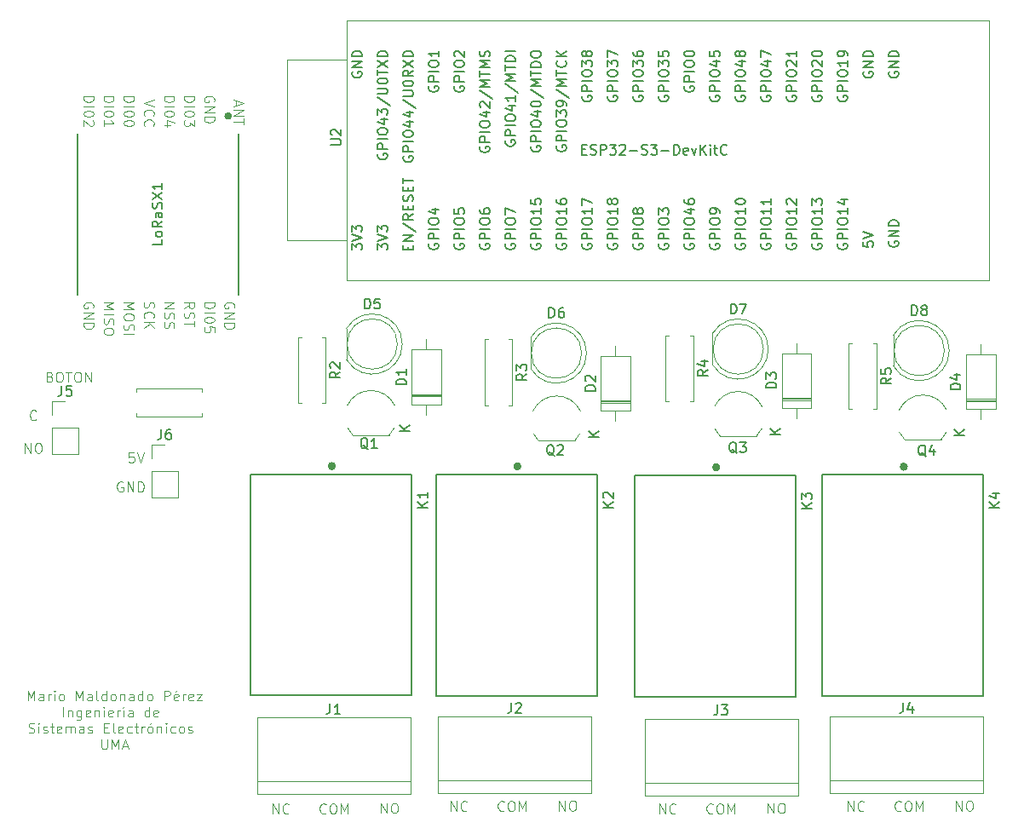
<source format=gbr>
%TF.GenerationSoftware,KiCad,Pcbnew,8.0.5*%
%TF.CreationDate,2025-05-05T01:40:06+02:00*%
%TF.ProjectId,nodo_central,6e6f646f-5f63-4656-9e74-72616c2e6b69,rev?*%
%TF.SameCoordinates,Original*%
%TF.FileFunction,Legend,Top*%
%TF.FilePolarity,Positive*%
%FSLAX46Y46*%
G04 Gerber Fmt 4.6, Leading zero omitted, Abs format (unit mm)*
G04 Created by KiCad (PCBNEW 8.0.5) date 2025-05-05 01:40:06*
%MOMM*%
%LPD*%
G01*
G04 APERTURE LIST*
%ADD10C,0.100000*%
%ADD11C,0.150000*%
%ADD12C,0.120000*%
%ADD13C,0.127000*%
%ADD14C,0.400000*%
%ADD15C,0.200000*%
%ADD16C,0.010000*%
G04 APERTURE END LIST*
D10*
X128025312Y-116277180D02*
X127977693Y-116324800D01*
X127977693Y-116324800D02*
X127834836Y-116372419D01*
X127834836Y-116372419D02*
X127739598Y-116372419D01*
X127739598Y-116372419D02*
X127596741Y-116324800D01*
X127596741Y-116324800D02*
X127501503Y-116229561D01*
X127501503Y-116229561D02*
X127453884Y-116134323D01*
X127453884Y-116134323D02*
X127406265Y-115943847D01*
X127406265Y-115943847D02*
X127406265Y-115800990D01*
X127406265Y-115800990D02*
X127453884Y-115610514D01*
X127453884Y-115610514D02*
X127501503Y-115515276D01*
X127501503Y-115515276D02*
X127596741Y-115420038D01*
X127596741Y-115420038D02*
X127739598Y-115372419D01*
X127739598Y-115372419D02*
X127834836Y-115372419D01*
X127834836Y-115372419D02*
X127977693Y-115420038D01*
X127977693Y-115420038D02*
X128025312Y-115467657D01*
X128644360Y-115372419D02*
X128834836Y-115372419D01*
X128834836Y-115372419D02*
X128930074Y-115420038D01*
X128930074Y-115420038D02*
X129025312Y-115515276D01*
X129025312Y-115515276D02*
X129072931Y-115705752D01*
X129072931Y-115705752D02*
X129072931Y-116039085D01*
X129072931Y-116039085D02*
X129025312Y-116229561D01*
X129025312Y-116229561D02*
X128930074Y-116324800D01*
X128930074Y-116324800D02*
X128834836Y-116372419D01*
X128834836Y-116372419D02*
X128644360Y-116372419D01*
X128644360Y-116372419D02*
X128549122Y-116324800D01*
X128549122Y-116324800D02*
X128453884Y-116229561D01*
X128453884Y-116229561D02*
X128406265Y-116039085D01*
X128406265Y-116039085D02*
X128406265Y-115705752D01*
X128406265Y-115705752D02*
X128453884Y-115515276D01*
X128453884Y-115515276D02*
X128549122Y-115420038D01*
X128549122Y-115420038D02*
X128644360Y-115372419D01*
X129501503Y-116372419D02*
X129501503Y-115372419D01*
X129501503Y-115372419D02*
X129834836Y-116086704D01*
X129834836Y-116086704D02*
X130168169Y-115372419D01*
X130168169Y-115372419D02*
X130168169Y-116372419D01*
X145725312Y-116027180D02*
X145677693Y-116074800D01*
X145677693Y-116074800D02*
X145534836Y-116122419D01*
X145534836Y-116122419D02*
X145439598Y-116122419D01*
X145439598Y-116122419D02*
X145296741Y-116074800D01*
X145296741Y-116074800D02*
X145201503Y-115979561D01*
X145201503Y-115979561D02*
X145153884Y-115884323D01*
X145153884Y-115884323D02*
X145106265Y-115693847D01*
X145106265Y-115693847D02*
X145106265Y-115550990D01*
X145106265Y-115550990D02*
X145153884Y-115360514D01*
X145153884Y-115360514D02*
X145201503Y-115265276D01*
X145201503Y-115265276D02*
X145296741Y-115170038D01*
X145296741Y-115170038D02*
X145439598Y-115122419D01*
X145439598Y-115122419D02*
X145534836Y-115122419D01*
X145534836Y-115122419D02*
X145677693Y-115170038D01*
X145677693Y-115170038D02*
X145725312Y-115217657D01*
X146344360Y-115122419D02*
X146534836Y-115122419D01*
X146534836Y-115122419D02*
X146630074Y-115170038D01*
X146630074Y-115170038D02*
X146725312Y-115265276D01*
X146725312Y-115265276D02*
X146772931Y-115455752D01*
X146772931Y-115455752D02*
X146772931Y-115789085D01*
X146772931Y-115789085D02*
X146725312Y-115979561D01*
X146725312Y-115979561D02*
X146630074Y-116074800D01*
X146630074Y-116074800D02*
X146534836Y-116122419D01*
X146534836Y-116122419D02*
X146344360Y-116122419D01*
X146344360Y-116122419D02*
X146249122Y-116074800D01*
X146249122Y-116074800D02*
X146153884Y-115979561D01*
X146153884Y-115979561D02*
X146106265Y-115789085D01*
X146106265Y-115789085D02*
X146106265Y-115455752D01*
X146106265Y-115455752D02*
X146153884Y-115265276D01*
X146153884Y-115265276D02*
X146249122Y-115170038D01*
X146249122Y-115170038D02*
X146344360Y-115122419D01*
X147201503Y-116122419D02*
X147201503Y-115122419D01*
X147201503Y-115122419D02*
X147534836Y-115836704D01*
X147534836Y-115836704D02*
X147868169Y-115122419D01*
X147868169Y-115122419D02*
X147868169Y-116122419D01*
X185175312Y-116027180D02*
X185127693Y-116074800D01*
X185127693Y-116074800D02*
X184984836Y-116122419D01*
X184984836Y-116122419D02*
X184889598Y-116122419D01*
X184889598Y-116122419D02*
X184746741Y-116074800D01*
X184746741Y-116074800D02*
X184651503Y-115979561D01*
X184651503Y-115979561D02*
X184603884Y-115884323D01*
X184603884Y-115884323D02*
X184556265Y-115693847D01*
X184556265Y-115693847D02*
X184556265Y-115550990D01*
X184556265Y-115550990D02*
X184603884Y-115360514D01*
X184603884Y-115360514D02*
X184651503Y-115265276D01*
X184651503Y-115265276D02*
X184746741Y-115170038D01*
X184746741Y-115170038D02*
X184889598Y-115122419D01*
X184889598Y-115122419D02*
X184984836Y-115122419D01*
X184984836Y-115122419D02*
X185127693Y-115170038D01*
X185127693Y-115170038D02*
X185175312Y-115217657D01*
X185794360Y-115122419D02*
X185984836Y-115122419D01*
X185984836Y-115122419D02*
X186080074Y-115170038D01*
X186080074Y-115170038D02*
X186175312Y-115265276D01*
X186175312Y-115265276D02*
X186222931Y-115455752D01*
X186222931Y-115455752D02*
X186222931Y-115789085D01*
X186222931Y-115789085D02*
X186175312Y-115979561D01*
X186175312Y-115979561D02*
X186080074Y-116074800D01*
X186080074Y-116074800D02*
X185984836Y-116122419D01*
X185984836Y-116122419D02*
X185794360Y-116122419D01*
X185794360Y-116122419D02*
X185699122Y-116074800D01*
X185699122Y-116074800D02*
X185603884Y-115979561D01*
X185603884Y-115979561D02*
X185556265Y-115789085D01*
X185556265Y-115789085D02*
X185556265Y-115455752D01*
X185556265Y-115455752D02*
X185603884Y-115265276D01*
X185603884Y-115265276D02*
X185699122Y-115170038D01*
X185699122Y-115170038D02*
X185794360Y-115122419D01*
X186651503Y-116122419D02*
X186651503Y-115122419D01*
X186651503Y-115122419D02*
X186984836Y-115836704D01*
X186984836Y-115836704D02*
X187318169Y-115122419D01*
X187318169Y-115122419D02*
X187318169Y-116122419D01*
X179853884Y-116122419D02*
X179853884Y-115122419D01*
X179853884Y-115122419D02*
X180425312Y-116122419D01*
X180425312Y-116122419D02*
X180425312Y-115122419D01*
X181472931Y-116027180D02*
X181425312Y-116074800D01*
X181425312Y-116074800D02*
X181282455Y-116122419D01*
X181282455Y-116122419D02*
X181187217Y-116122419D01*
X181187217Y-116122419D02*
X181044360Y-116074800D01*
X181044360Y-116074800D02*
X180949122Y-115979561D01*
X180949122Y-115979561D02*
X180901503Y-115884323D01*
X180901503Y-115884323D02*
X180853884Y-115693847D01*
X180853884Y-115693847D02*
X180853884Y-115550990D01*
X180853884Y-115550990D02*
X180901503Y-115360514D01*
X180901503Y-115360514D02*
X180949122Y-115265276D01*
X180949122Y-115265276D02*
X181044360Y-115170038D01*
X181044360Y-115170038D02*
X181187217Y-115122419D01*
X181187217Y-115122419D02*
X181282455Y-115122419D01*
X181282455Y-115122419D02*
X181425312Y-115170038D01*
X181425312Y-115170038D02*
X181472931Y-115217657D01*
X108930074Y-80472419D02*
X108453884Y-80472419D01*
X108453884Y-80472419D02*
X108406265Y-80948609D01*
X108406265Y-80948609D02*
X108453884Y-80900990D01*
X108453884Y-80900990D02*
X108549122Y-80853371D01*
X108549122Y-80853371D02*
X108787217Y-80853371D01*
X108787217Y-80853371D02*
X108882455Y-80900990D01*
X108882455Y-80900990D02*
X108930074Y-80948609D01*
X108930074Y-80948609D02*
X108977693Y-81043847D01*
X108977693Y-81043847D02*
X108977693Y-81281942D01*
X108977693Y-81281942D02*
X108930074Y-81377180D01*
X108930074Y-81377180D02*
X108882455Y-81424800D01*
X108882455Y-81424800D02*
X108787217Y-81472419D01*
X108787217Y-81472419D02*
X108549122Y-81472419D01*
X108549122Y-81472419D02*
X108453884Y-81424800D01*
X108453884Y-81424800D02*
X108406265Y-81377180D01*
X109263408Y-80472419D02*
X109596741Y-81472419D01*
X109596741Y-81472419D02*
X109930074Y-80472419D01*
X99225312Y-77177180D02*
X99177693Y-77224800D01*
X99177693Y-77224800D02*
X99034836Y-77272419D01*
X99034836Y-77272419D02*
X98939598Y-77272419D01*
X98939598Y-77272419D02*
X98796741Y-77224800D01*
X98796741Y-77224800D02*
X98701503Y-77129561D01*
X98701503Y-77129561D02*
X98653884Y-77034323D01*
X98653884Y-77034323D02*
X98606265Y-76843847D01*
X98606265Y-76843847D02*
X98606265Y-76700990D01*
X98606265Y-76700990D02*
X98653884Y-76510514D01*
X98653884Y-76510514D02*
X98701503Y-76415276D01*
X98701503Y-76415276D02*
X98796741Y-76320038D01*
X98796741Y-76320038D02*
X98939598Y-76272419D01*
X98939598Y-76272419D02*
X99034836Y-76272419D01*
X99034836Y-76272419D02*
X99177693Y-76320038D01*
X99177693Y-76320038D02*
X99225312Y-76367657D01*
X98380951Y-105142587D02*
X98380951Y-104142587D01*
X98380951Y-104142587D02*
X98714284Y-104856872D01*
X98714284Y-104856872D02*
X99047617Y-104142587D01*
X99047617Y-104142587D02*
X99047617Y-105142587D01*
X99952379Y-105142587D02*
X99952379Y-104618777D01*
X99952379Y-104618777D02*
X99904760Y-104523539D01*
X99904760Y-104523539D02*
X99809522Y-104475920D01*
X99809522Y-104475920D02*
X99619046Y-104475920D01*
X99619046Y-104475920D02*
X99523808Y-104523539D01*
X99952379Y-105094968D02*
X99857141Y-105142587D01*
X99857141Y-105142587D02*
X99619046Y-105142587D01*
X99619046Y-105142587D02*
X99523808Y-105094968D01*
X99523808Y-105094968D02*
X99476189Y-104999729D01*
X99476189Y-104999729D02*
X99476189Y-104904491D01*
X99476189Y-104904491D02*
X99523808Y-104809253D01*
X99523808Y-104809253D02*
X99619046Y-104761634D01*
X99619046Y-104761634D02*
X99857141Y-104761634D01*
X99857141Y-104761634D02*
X99952379Y-104714015D01*
X100428570Y-105142587D02*
X100428570Y-104475920D01*
X100428570Y-104666396D02*
X100476189Y-104571158D01*
X100476189Y-104571158D02*
X100523808Y-104523539D01*
X100523808Y-104523539D02*
X100619046Y-104475920D01*
X100619046Y-104475920D02*
X100714284Y-104475920D01*
X101047618Y-105142587D02*
X101047618Y-104475920D01*
X101047618Y-104142587D02*
X100999999Y-104190206D01*
X100999999Y-104190206D02*
X101047618Y-104237825D01*
X101047618Y-104237825D02*
X101095237Y-104190206D01*
X101095237Y-104190206D02*
X101047618Y-104142587D01*
X101047618Y-104142587D02*
X101047618Y-104237825D01*
X101666665Y-105142587D02*
X101571427Y-105094968D01*
X101571427Y-105094968D02*
X101523808Y-105047348D01*
X101523808Y-105047348D02*
X101476189Y-104952110D01*
X101476189Y-104952110D02*
X101476189Y-104666396D01*
X101476189Y-104666396D02*
X101523808Y-104571158D01*
X101523808Y-104571158D02*
X101571427Y-104523539D01*
X101571427Y-104523539D02*
X101666665Y-104475920D01*
X101666665Y-104475920D02*
X101809522Y-104475920D01*
X101809522Y-104475920D02*
X101904760Y-104523539D01*
X101904760Y-104523539D02*
X101952379Y-104571158D01*
X101952379Y-104571158D02*
X101999998Y-104666396D01*
X101999998Y-104666396D02*
X101999998Y-104952110D01*
X101999998Y-104952110D02*
X101952379Y-105047348D01*
X101952379Y-105047348D02*
X101904760Y-105094968D01*
X101904760Y-105094968D02*
X101809522Y-105142587D01*
X101809522Y-105142587D02*
X101666665Y-105142587D01*
X103190475Y-105142587D02*
X103190475Y-104142587D01*
X103190475Y-104142587D02*
X103523808Y-104856872D01*
X103523808Y-104856872D02*
X103857141Y-104142587D01*
X103857141Y-104142587D02*
X103857141Y-105142587D01*
X104761903Y-105142587D02*
X104761903Y-104618777D01*
X104761903Y-104618777D02*
X104714284Y-104523539D01*
X104714284Y-104523539D02*
X104619046Y-104475920D01*
X104619046Y-104475920D02*
X104428570Y-104475920D01*
X104428570Y-104475920D02*
X104333332Y-104523539D01*
X104761903Y-105094968D02*
X104666665Y-105142587D01*
X104666665Y-105142587D02*
X104428570Y-105142587D01*
X104428570Y-105142587D02*
X104333332Y-105094968D01*
X104333332Y-105094968D02*
X104285713Y-104999729D01*
X104285713Y-104999729D02*
X104285713Y-104904491D01*
X104285713Y-104904491D02*
X104333332Y-104809253D01*
X104333332Y-104809253D02*
X104428570Y-104761634D01*
X104428570Y-104761634D02*
X104666665Y-104761634D01*
X104666665Y-104761634D02*
X104761903Y-104714015D01*
X105380951Y-105142587D02*
X105285713Y-105094968D01*
X105285713Y-105094968D02*
X105238094Y-104999729D01*
X105238094Y-104999729D02*
X105238094Y-104142587D01*
X106190475Y-105142587D02*
X106190475Y-104142587D01*
X106190475Y-105094968D02*
X106095237Y-105142587D01*
X106095237Y-105142587D02*
X105904761Y-105142587D01*
X105904761Y-105142587D02*
X105809523Y-105094968D01*
X105809523Y-105094968D02*
X105761904Y-105047348D01*
X105761904Y-105047348D02*
X105714285Y-104952110D01*
X105714285Y-104952110D02*
X105714285Y-104666396D01*
X105714285Y-104666396D02*
X105761904Y-104571158D01*
X105761904Y-104571158D02*
X105809523Y-104523539D01*
X105809523Y-104523539D02*
X105904761Y-104475920D01*
X105904761Y-104475920D02*
X106095237Y-104475920D01*
X106095237Y-104475920D02*
X106190475Y-104523539D01*
X106809523Y-105142587D02*
X106714285Y-105094968D01*
X106714285Y-105094968D02*
X106666666Y-105047348D01*
X106666666Y-105047348D02*
X106619047Y-104952110D01*
X106619047Y-104952110D02*
X106619047Y-104666396D01*
X106619047Y-104666396D02*
X106666666Y-104571158D01*
X106666666Y-104571158D02*
X106714285Y-104523539D01*
X106714285Y-104523539D02*
X106809523Y-104475920D01*
X106809523Y-104475920D02*
X106952380Y-104475920D01*
X106952380Y-104475920D02*
X107047618Y-104523539D01*
X107047618Y-104523539D02*
X107095237Y-104571158D01*
X107095237Y-104571158D02*
X107142856Y-104666396D01*
X107142856Y-104666396D02*
X107142856Y-104952110D01*
X107142856Y-104952110D02*
X107095237Y-105047348D01*
X107095237Y-105047348D02*
X107047618Y-105094968D01*
X107047618Y-105094968D02*
X106952380Y-105142587D01*
X106952380Y-105142587D02*
X106809523Y-105142587D01*
X107571428Y-104475920D02*
X107571428Y-105142587D01*
X107571428Y-104571158D02*
X107619047Y-104523539D01*
X107619047Y-104523539D02*
X107714285Y-104475920D01*
X107714285Y-104475920D02*
X107857142Y-104475920D01*
X107857142Y-104475920D02*
X107952380Y-104523539D01*
X107952380Y-104523539D02*
X107999999Y-104618777D01*
X107999999Y-104618777D02*
X107999999Y-105142587D01*
X108904761Y-105142587D02*
X108904761Y-104618777D01*
X108904761Y-104618777D02*
X108857142Y-104523539D01*
X108857142Y-104523539D02*
X108761904Y-104475920D01*
X108761904Y-104475920D02*
X108571428Y-104475920D01*
X108571428Y-104475920D02*
X108476190Y-104523539D01*
X108904761Y-105094968D02*
X108809523Y-105142587D01*
X108809523Y-105142587D02*
X108571428Y-105142587D01*
X108571428Y-105142587D02*
X108476190Y-105094968D01*
X108476190Y-105094968D02*
X108428571Y-104999729D01*
X108428571Y-104999729D02*
X108428571Y-104904491D01*
X108428571Y-104904491D02*
X108476190Y-104809253D01*
X108476190Y-104809253D02*
X108571428Y-104761634D01*
X108571428Y-104761634D02*
X108809523Y-104761634D01*
X108809523Y-104761634D02*
X108904761Y-104714015D01*
X109809523Y-105142587D02*
X109809523Y-104142587D01*
X109809523Y-105094968D02*
X109714285Y-105142587D01*
X109714285Y-105142587D02*
X109523809Y-105142587D01*
X109523809Y-105142587D02*
X109428571Y-105094968D01*
X109428571Y-105094968D02*
X109380952Y-105047348D01*
X109380952Y-105047348D02*
X109333333Y-104952110D01*
X109333333Y-104952110D02*
X109333333Y-104666396D01*
X109333333Y-104666396D02*
X109380952Y-104571158D01*
X109380952Y-104571158D02*
X109428571Y-104523539D01*
X109428571Y-104523539D02*
X109523809Y-104475920D01*
X109523809Y-104475920D02*
X109714285Y-104475920D01*
X109714285Y-104475920D02*
X109809523Y-104523539D01*
X110428571Y-105142587D02*
X110333333Y-105094968D01*
X110333333Y-105094968D02*
X110285714Y-105047348D01*
X110285714Y-105047348D02*
X110238095Y-104952110D01*
X110238095Y-104952110D02*
X110238095Y-104666396D01*
X110238095Y-104666396D02*
X110285714Y-104571158D01*
X110285714Y-104571158D02*
X110333333Y-104523539D01*
X110333333Y-104523539D02*
X110428571Y-104475920D01*
X110428571Y-104475920D02*
X110571428Y-104475920D01*
X110571428Y-104475920D02*
X110666666Y-104523539D01*
X110666666Y-104523539D02*
X110714285Y-104571158D01*
X110714285Y-104571158D02*
X110761904Y-104666396D01*
X110761904Y-104666396D02*
X110761904Y-104952110D01*
X110761904Y-104952110D02*
X110714285Y-105047348D01*
X110714285Y-105047348D02*
X110666666Y-105094968D01*
X110666666Y-105094968D02*
X110571428Y-105142587D01*
X110571428Y-105142587D02*
X110428571Y-105142587D01*
X111952381Y-105142587D02*
X111952381Y-104142587D01*
X111952381Y-104142587D02*
X112333333Y-104142587D01*
X112333333Y-104142587D02*
X112428571Y-104190206D01*
X112428571Y-104190206D02*
X112476190Y-104237825D01*
X112476190Y-104237825D02*
X112523809Y-104333063D01*
X112523809Y-104333063D02*
X112523809Y-104475920D01*
X112523809Y-104475920D02*
X112476190Y-104571158D01*
X112476190Y-104571158D02*
X112428571Y-104618777D01*
X112428571Y-104618777D02*
X112333333Y-104666396D01*
X112333333Y-104666396D02*
X111952381Y-104666396D01*
X113333333Y-105094968D02*
X113238095Y-105142587D01*
X113238095Y-105142587D02*
X113047619Y-105142587D01*
X113047619Y-105142587D02*
X112952381Y-105094968D01*
X112952381Y-105094968D02*
X112904762Y-104999729D01*
X112904762Y-104999729D02*
X112904762Y-104618777D01*
X112904762Y-104618777D02*
X112952381Y-104523539D01*
X112952381Y-104523539D02*
X113047619Y-104475920D01*
X113047619Y-104475920D02*
X113238095Y-104475920D01*
X113238095Y-104475920D02*
X113333333Y-104523539D01*
X113333333Y-104523539D02*
X113380952Y-104618777D01*
X113380952Y-104618777D02*
X113380952Y-104714015D01*
X113380952Y-104714015D02*
X112904762Y-104809253D01*
X113238095Y-104094968D02*
X113095238Y-104237825D01*
X113809524Y-105142587D02*
X113809524Y-104475920D01*
X113809524Y-104666396D02*
X113857143Y-104571158D01*
X113857143Y-104571158D02*
X113904762Y-104523539D01*
X113904762Y-104523539D02*
X114000000Y-104475920D01*
X114000000Y-104475920D02*
X114095238Y-104475920D01*
X114809524Y-105094968D02*
X114714286Y-105142587D01*
X114714286Y-105142587D02*
X114523810Y-105142587D01*
X114523810Y-105142587D02*
X114428572Y-105094968D01*
X114428572Y-105094968D02*
X114380953Y-104999729D01*
X114380953Y-104999729D02*
X114380953Y-104618777D01*
X114380953Y-104618777D02*
X114428572Y-104523539D01*
X114428572Y-104523539D02*
X114523810Y-104475920D01*
X114523810Y-104475920D02*
X114714286Y-104475920D01*
X114714286Y-104475920D02*
X114809524Y-104523539D01*
X114809524Y-104523539D02*
X114857143Y-104618777D01*
X114857143Y-104618777D02*
X114857143Y-104714015D01*
X114857143Y-104714015D02*
X114380953Y-104809253D01*
X115190477Y-104475920D02*
X115714286Y-104475920D01*
X115714286Y-104475920D02*
X115190477Y-105142587D01*
X115190477Y-105142587D02*
X115714286Y-105142587D01*
X101904762Y-106752531D02*
X101904762Y-105752531D01*
X102380952Y-106085864D02*
X102380952Y-106752531D01*
X102380952Y-106181102D02*
X102428571Y-106133483D01*
X102428571Y-106133483D02*
X102523809Y-106085864D01*
X102523809Y-106085864D02*
X102666666Y-106085864D01*
X102666666Y-106085864D02*
X102761904Y-106133483D01*
X102761904Y-106133483D02*
X102809523Y-106228721D01*
X102809523Y-106228721D02*
X102809523Y-106752531D01*
X103714285Y-106085864D02*
X103714285Y-106895388D01*
X103714285Y-106895388D02*
X103666666Y-106990626D01*
X103666666Y-106990626D02*
X103619047Y-107038245D01*
X103619047Y-107038245D02*
X103523809Y-107085864D01*
X103523809Y-107085864D02*
X103380952Y-107085864D01*
X103380952Y-107085864D02*
X103285714Y-107038245D01*
X103714285Y-106704912D02*
X103619047Y-106752531D01*
X103619047Y-106752531D02*
X103428571Y-106752531D01*
X103428571Y-106752531D02*
X103333333Y-106704912D01*
X103333333Y-106704912D02*
X103285714Y-106657292D01*
X103285714Y-106657292D02*
X103238095Y-106562054D01*
X103238095Y-106562054D02*
X103238095Y-106276340D01*
X103238095Y-106276340D02*
X103285714Y-106181102D01*
X103285714Y-106181102D02*
X103333333Y-106133483D01*
X103333333Y-106133483D02*
X103428571Y-106085864D01*
X103428571Y-106085864D02*
X103619047Y-106085864D01*
X103619047Y-106085864D02*
X103714285Y-106133483D01*
X104571428Y-106704912D02*
X104476190Y-106752531D01*
X104476190Y-106752531D02*
X104285714Y-106752531D01*
X104285714Y-106752531D02*
X104190476Y-106704912D01*
X104190476Y-106704912D02*
X104142857Y-106609673D01*
X104142857Y-106609673D02*
X104142857Y-106228721D01*
X104142857Y-106228721D02*
X104190476Y-106133483D01*
X104190476Y-106133483D02*
X104285714Y-106085864D01*
X104285714Y-106085864D02*
X104476190Y-106085864D01*
X104476190Y-106085864D02*
X104571428Y-106133483D01*
X104571428Y-106133483D02*
X104619047Y-106228721D01*
X104619047Y-106228721D02*
X104619047Y-106323959D01*
X104619047Y-106323959D02*
X104142857Y-106419197D01*
X105047619Y-106085864D02*
X105047619Y-106752531D01*
X105047619Y-106181102D02*
X105095238Y-106133483D01*
X105095238Y-106133483D02*
X105190476Y-106085864D01*
X105190476Y-106085864D02*
X105333333Y-106085864D01*
X105333333Y-106085864D02*
X105428571Y-106133483D01*
X105428571Y-106133483D02*
X105476190Y-106228721D01*
X105476190Y-106228721D02*
X105476190Y-106752531D01*
X105952381Y-106752531D02*
X105952381Y-106085864D01*
X105952381Y-105752531D02*
X105904762Y-105800150D01*
X105904762Y-105800150D02*
X105952381Y-105847769D01*
X105952381Y-105847769D02*
X106000000Y-105800150D01*
X106000000Y-105800150D02*
X105952381Y-105752531D01*
X105952381Y-105752531D02*
X105952381Y-105847769D01*
X106809523Y-106704912D02*
X106714285Y-106752531D01*
X106714285Y-106752531D02*
X106523809Y-106752531D01*
X106523809Y-106752531D02*
X106428571Y-106704912D01*
X106428571Y-106704912D02*
X106380952Y-106609673D01*
X106380952Y-106609673D02*
X106380952Y-106228721D01*
X106380952Y-106228721D02*
X106428571Y-106133483D01*
X106428571Y-106133483D02*
X106523809Y-106085864D01*
X106523809Y-106085864D02*
X106714285Y-106085864D01*
X106714285Y-106085864D02*
X106809523Y-106133483D01*
X106809523Y-106133483D02*
X106857142Y-106228721D01*
X106857142Y-106228721D02*
X106857142Y-106323959D01*
X106857142Y-106323959D02*
X106380952Y-106419197D01*
X107285714Y-106752531D02*
X107285714Y-106085864D01*
X107285714Y-106276340D02*
X107333333Y-106181102D01*
X107333333Y-106181102D02*
X107380952Y-106133483D01*
X107380952Y-106133483D02*
X107476190Y-106085864D01*
X107476190Y-106085864D02*
X107571428Y-106085864D01*
X107904762Y-106752531D02*
X107904762Y-106085864D01*
X108000000Y-105704912D02*
X107857143Y-105847769D01*
X108809523Y-106752531D02*
X108809523Y-106228721D01*
X108809523Y-106228721D02*
X108761904Y-106133483D01*
X108761904Y-106133483D02*
X108666666Y-106085864D01*
X108666666Y-106085864D02*
X108476190Y-106085864D01*
X108476190Y-106085864D02*
X108380952Y-106133483D01*
X108809523Y-106704912D02*
X108714285Y-106752531D01*
X108714285Y-106752531D02*
X108476190Y-106752531D01*
X108476190Y-106752531D02*
X108380952Y-106704912D01*
X108380952Y-106704912D02*
X108333333Y-106609673D01*
X108333333Y-106609673D02*
X108333333Y-106514435D01*
X108333333Y-106514435D02*
X108380952Y-106419197D01*
X108380952Y-106419197D02*
X108476190Y-106371578D01*
X108476190Y-106371578D02*
X108714285Y-106371578D01*
X108714285Y-106371578D02*
X108809523Y-106323959D01*
X110476190Y-106752531D02*
X110476190Y-105752531D01*
X110476190Y-106704912D02*
X110380952Y-106752531D01*
X110380952Y-106752531D02*
X110190476Y-106752531D01*
X110190476Y-106752531D02*
X110095238Y-106704912D01*
X110095238Y-106704912D02*
X110047619Y-106657292D01*
X110047619Y-106657292D02*
X110000000Y-106562054D01*
X110000000Y-106562054D02*
X110000000Y-106276340D01*
X110000000Y-106276340D02*
X110047619Y-106181102D01*
X110047619Y-106181102D02*
X110095238Y-106133483D01*
X110095238Y-106133483D02*
X110190476Y-106085864D01*
X110190476Y-106085864D02*
X110380952Y-106085864D01*
X110380952Y-106085864D02*
X110476190Y-106133483D01*
X111333333Y-106704912D02*
X111238095Y-106752531D01*
X111238095Y-106752531D02*
X111047619Y-106752531D01*
X111047619Y-106752531D02*
X110952381Y-106704912D01*
X110952381Y-106704912D02*
X110904762Y-106609673D01*
X110904762Y-106609673D02*
X110904762Y-106228721D01*
X110904762Y-106228721D02*
X110952381Y-106133483D01*
X110952381Y-106133483D02*
X111047619Y-106085864D01*
X111047619Y-106085864D02*
X111238095Y-106085864D01*
X111238095Y-106085864D02*
X111333333Y-106133483D01*
X111333333Y-106133483D02*
X111380952Y-106228721D01*
X111380952Y-106228721D02*
X111380952Y-106323959D01*
X111380952Y-106323959D02*
X110904762Y-106419197D01*
X98476189Y-108314856D02*
X98619046Y-108362475D01*
X98619046Y-108362475D02*
X98857141Y-108362475D01*
X98857141Y-108362475D02*
X98952379Y-108314856D01*
X98952379Y-108314856D02*
X98999998Y-108267236D01*
X98999998Y-108267236D02*
X99047617Y-108171998D01*
X99047617Y-108171998D02*
X99047617Y-108076760D01*
X99047617Y-108076760D02*
X98999998Y-107981522D01*
X98999998Y-107981522D02*
X98952379Y-107933903D01*
X98952379Y-107933903D02*
X98857141Y-107886284D01*
X98857141Y-107886284D02*
X98666665Y-107838665D01*
X98666665Y-107838665D02*
X98571427Y-107791046D01*
X98571427Y-107791046D02*
X98523808Y-107743427D01*
X98523808Y-107743427D02*
X98476189Y-107648189D01*
X98476189Y-107648189D02*
X98476189Y-107552951D01*
X98476189Y-107552951D02*
X98523808Y-107457713D01*
X98523808Y-107457713D02*
X98571427Y-107410094D01*
X98571427Y-107410094D02*
X98666665Y-107362475D01*
X98666665Y-107362475D02*
X98904760Y-107362475D01*
X98904760Y-107362475D02*
X99047617Y-107410094D01*
X99476189Y-108362475D02*
X99476189Y-107695808D01*
X99476189Y-107362475D02*
X99428570Y-107410094D01*
X99428570Y-107410094D02*
X99476189Y-107457713D01*
X99476189Y-107457713D02*
X99523808Y-107410094D01*
X99523808Y-107410094D02*
X99476189Y-107362475D01*
X99476189Y-107362475D02*
X99476189Y-107457713D01*
X99904760Y-108314856D02*
X99999998Y-108362475D01*
X99999998Y-108362475D02*
X100190474Y-108362475D01*
X100190474Y-108362475D02*
X100285712Y-108314856D01*
X100285712Y-108314856D02*
X100333331Y-108219617D01*
X100333331Y-108219617D02*
X100333331Y-108171998D01*
X100333331Y-108171998D02*
X100285712Y-108076760D01*
X100285712Y-108076760D02*
X100190474Y-108029141D01*
X100190474Y-108029141D02*
X100047617Y-108029141D01*
X100047617Y-108029141D02*
X99952379Y-107981522D01*
X99952379Y-107981522D02*
X99904760Y-107886284D01*
X99904760Y-107886284D02*
X99904760Y-107838665D01*
X99904760Y-107838665D02*
X99952379Y-107743427D01*
X99952379Y-107743427D02*
X100047617Y-107695808D01*
X100047617Y-107695808D02*
X100190474Y-107695808D01*
X100190474Y-107695808D02*
X100285712Y-107743427D01*
X100619046Y-107695808D02*
X100999998Y-107695808D01*
X100761903Y-107362475D02*
X100761903Y-108219617D01*
X100761903Y-108219617D02*
X100809522Y-108314856D01*
X100809522Y-108314856D02*
X100904760Y-108362475D01*
X100904760Y-108362475D02*
X100999998Y-108362475D01*
X101714284Y-108314856D02*
X101619046Y-108362475D01*
X101619046Y-108362475D02*
X101428570Y-108362475D01*
X101428570Y-108362475D02*
X101333332Y-108314856D01*
X101333332Y-108314856D02*
X101285713Y-108219617D01*
X101285713Y-108219617D02*
X101285713Y-107838665D01*
X101285713Y-107838665D02*
X101333332Y-107743427D01*
X101333332Y-107743427D02*
X101428570Y-107695808D01*
X101428570Y-107695808D02*
X101619046Y-107695808D01*
X101619046Y-107695808D02*
X101714284Y-107743427D01*
X101714284Y-107743427D02*
X101761903Y-107838665D01*
X101761903Y-107838665D02*
X101761903Y-107933903D01*
X101761903Y-107933903D02*
X101285713Y-108029141D01*
X102190475Y-108362475D02*
X102190475Y-107695808D01*
X102190475Y-107791046D02*
X102238094Y-107743427D01*
X102238094Y-107743427D02*
X102333332Y-107695808D01*
X102333332Y-107695808D02*
X102476189Y-107695808D01*
X102476189Y-107695808D02*
X102571427Y-107743427D01*
X102571427Y-107743427D02*
X102619046Y-107838665D01*
X102619046Y-107838665D02*
X102619046Y-108362475D01*
X102619046Y-107838665D02*
X102666665Y-107743427D01*
X102666665Y-107743427D02*
X102761903Y-107695808D01*
X102761903Y-107695808D02*
X102904760Y-107695808D01*
X102904760Y-107695808D02*
X102999999Y-107743427D01*
X102999999Y-107743427D02*
X103047618Y-107838665D01*
X103047618Y-107838665D02*
X103047618Y-108362475D01*
X103952379Y-108362475D02*
X103952379Y-107838665D01*
X103952379Y-107838665D02*
X103904760Y-107743427D01*
X103904760Y-107743427D02*
X103809522Y-107695808D01*
X103809522Y-107695808D02*
X103619046Y-107695808D01*
X103619046Y-107695808D02*
X103523808Y-107743427D01*
X103952379Y-108314856D02*
X103857141Y-108362475D01*
X103857141Y-108362475D02*
X103619046Y-108362475D01*
X103619046Y-108362475D02*
X103523808Y-108314856D01*
X103523808Y-108314856D02*
X103476189Y-108219617D01*
X103476189Y-108219617D02*
X103476189Y-108124379D01*
X103476189Y-108124379D02*
X103523808Y-108029141D01*
X103523808Y-108029141D02*
X103619046Y-107981522D01*
X103619046Y-107981522D02*
X103857141Y-107981522D01*
X103857141Y-107981522D02*
X103952379Y-107933903D01*
X104380951Y-108314856D02*
X104476189Y-108362475D01*
X104476189Y-108362475D02*
X104666665Y-108362475D01*
X104666665Y-108362475D02*
X104761903Y-108314856D01*
X104761903Y-108314856D02*
X104809522Y-108219617D01*
X104809522Y-108219617D02*
X104809522Y-108171998D01*
X104809522Y-108171998D02*
X104761903Y-108076760D01*
X104761903Y-108076760D02*
X104666665Y-108029141D01*
X104666665Y-108029141D02*
X104523808Y-108029141D01*
X104523808Y-108029141D02*
X104428570Y-107981522D01*
X104428570Y-107981522D02*
X104380951Y-107886284D01*
X104380951Y-107886284D02*
X104380951Y-107838665D01*
X104380951Y-107838665D02*
X104428570Y-107743427D01*
X104428570Y-107743427D02*
X104523808Y-107695808D01*
X104523808Y-107695808D02*
X104666665Y-107695808D01*
X104666665Y-107695808D02*
X104761903Y-107743427D01*
X105999999Y-107838665D02*
X106333332Y-107838665D01*
X106476189Y-108362475D02*
X105999999Y-108362475D01*
X105999999Y-108362475D02*
X105999999Y-107362475D01*
X105999999Y-107362475D02*
X106476189Y-107362475D01*
X107047618Y-108362475D02*
X106952380Y-108314856D01*
X106952380Y-108314856D02*
X106904761Y-108219617D01*
X106904761Y-108219617D02*
X106904761Y-107362475D01*
X107809523Y-108314856D02*
X107714285Y-108362475D01*
X107714285Y-108362475D02*
X107523809Y-108362475D01*
X107523809Y-108362475D02*
X107428571Y-108314856D01*
X107428571Y-108314856D02*
X107380952Y-108219617D01*
X107380952Y-108219617D02*
X107380952Y-107838665D01*
X107380952Y-107838665D02*
X107428571Y-107743427D01*
X107428571Y-107743427D02*
X107523809Y-107695808D01*
X107523809Y-107695808D02*
X107714285Y-107695808D01*
X107714285Y-107695808D02*
X107809523Y-107743427D01*
X107809523Y-107743427D02*
X107857142Y-107838665D01*
X107857142Y-107838665D02*
X107857142Y-107933903D01*
X107857142Y-107933903D02*
X107380952Y-108029141D01*
X108714285Y-108314856D02*
X108619047Y-108362475D01*
X108619047Y-108362475D02*
X108428571Y-108362475D01*
X108428571Y-108362475D02*
X108333333Y-108314856D01*
X108333333Y-108314856D02*
X108285714Y-108267236D01*
X108285714Y-108267236D02*
X108238095Y-108171998D01*
X108238095Y-108171998D02*
X108238095Y-107886284D01*
X108238095Y-107886284D02*
X108285714Y-107791046D01*
X108285714Y-107791046D02*
X108333333Y-107743427D01*
X108333333Y-107743427D02*
X108428571Y-107695808D01*
X108428571Y-107695808D02*
X108619047Y-107695808D01*
X108619047Y-107695808D02*
X108714285Y-107743427D01*
X109000000Y-107695808D02*
X109380952Y-107695808D01*
X109142857Y-107362475D02*
X109142857Y-108219617D01*
X109142857Y-108219617D02*
X109190476Y-108314856D01*
X109190476Y-108314856D02*
X109285714Y-108362475D01*
X109285714Y-108362475D02*
X109380952Y-108362475D01*
X109714286Y-108362475D02*
X109714286Y-107695808D01*
X109714286Y-107886284D02*
X109761905Y-107791046D01*
X109761905Y-107791046D02*
X109809524Y-107743427D01*
X109809524Y-107743427D02*
X109904762Y-107695808D01*
X109904762Y-107695808D02*
X110000000Y-107695808D01*
X110476191Y-108362475D02*
X110380953Y-108314856D01*
X110380953Y-108314856D02*
X110333334Y-108267236D01*
X110333334Y-108267236D02*
X110285715Y-108171998D01*
X110285715Y-108171998D02*
X110285715Y-107886284D01*
X110285715Y-107886284D02*
X110333334Y-107791046D01*
X110333334Y-107791046D02*
X110380953Y-107743427D01*
X110380953Y-107743427D02*
X110476191Y-107695808D01*
X110476191Y-107695808D02*
X110619048Y-107695808D01*
X110619048Y-107695808D02*
X110714286Y-107743427D01*
X110714286Y-107743427D02*
X110761905Y-107791046D01*
X110761905Y-107791046D02*
X110809524Y-107886284D01*
X110809524Y-107886284D02*
X110809524Y-108171998D01*
X110809524Y-108171998D02*
X110761905Y-108267236D01*
X110761905Y-108267236D02*
X110714286Y-108314856D01*
X110714286Y-108314856D02*
X110619048Y-108362475D01*
X110619048Y-108362475D02*
X110476191Y-108362475D01*
X110666667Y-107314856D02*
X110523810Y-107457713D01*
X111238096Y-107695808D02*
X111238096Y-108362475D01*
X111238096Y-107791046D02*
X111285715Y-107743427D01*
X111285715Y-107743427D02*
X111380953Y-107695808D01*
X111380953Y-107695808D02*
X111523810Y-107695808D01*
X111523810Y-107695808D02*
X111619048Y-107743427D01*
X111619048Y-107743427D02*
X111666667Y-107838665D01*
X111666667Y-107838665D02*
X111666667Y-108362475D01*
X112142858Y-108362475D02*
X112142858Y-107695808D01*
X112142858Y-107362475D02*
X112095239Y-107410094D01*
X112095239Y-107410094D02*
X112142858Y-107457713D01*
X112142858Y-107457713D02*
X112190477Y-107410094D01*
X112190477Y-107410094D02*
X112142858Y-107362475D01*
X112142858Y-107362475D02*
X112142858Y-107457713D01*
X113047619Y-108314856D02*
X112952381Y-108362475D01*
X112952381Y-108362475D02*
X112761905Y-108362475D01*
X112761905Y-108362475D02*
X112666667Y-108314856D01*
X112666667Y-108314856D02*
X112619048Y-108267236D01*
X112619048Y-108267236D02*
X112571429Y-108171998D01*
X112571429Y-108171998D02*
X112571429Y-107886284D01*
X112571429Y-107886284D02*
X112619048Y-107791046D01*
X112619048Y-107791046D02*
X112666667Y-107743427D01*
X112666667Y-107743427D02*
X112761905Y-107695808D01*
X112761905Y-107695808D02*
X112952381Y-107695808D01*
X112952381Y-107695808D02*
X113047619Y-107743427D01*
X113619048Y-108362475D02*
X113523810Y-108314856D01*
X113523810Y-108314856D02*
X113476191Y-108267236D01*
X113476191Y-108267236D02*
X113428572Y-108171998D01*
X113428572Y-108171998D02*
X113428572Y-107886284D01*
X113428572Y-107886284D02*
X113476191Y-107791046D01*
X113476191Y-107791046D02*
X113523810Y-107743427D01*
X113523810Y-107743427D02*
X113619048Y-107695808D01*
X113619048Y-107695808D02*
X113761905Y-107695808D01*
X113761905Y-107695808D02*
X113857143Y-107743427D01*
X113857143Y-107743427D02*
X113904762Y-107791046D01*
X113904762Y-107791046D02*
X113952381Y-107886284D01*
X113952381Y-107886284D02*
X113952381Y-108171998D01*
X113952381Y-108171998D02*
X113904762Y-108267236D01*
X113904762Y-108267236D02*
X113857143Y-108314856D01*
X113857143Y-108314856D02*
X113761905Y-108362475D01*
X113761905Y-108362475D02*
X113619048Y-108362475D01*
X114333334Y-108314856D02*
X114428572Y-108362475D01*
X114428572Y-108362475D02*
X114619048Y-108362475D01*
X114619048Y-108362475D02*
X114714286Y-108314856D01*
X114714286Y-108314856D02*
X114761905Y-108219617D01*
X114761905Y-108219617D02*
X114761905Y-108171998D01*
X114761905Y-108171998D02*
X114714286Y-108076760D01*
X114714286Y-108076760D02*
X114619048Y-108029141D01*
X114619048Y-108029141D02*
X114476191Y-108029141D01*
X114476191Y-108029141D02*
X114380953Y-107981522D01*
X114380953Y-107981522D02*
X114333334Y-107886284D01*
X114333334Y-107886284D02*
X114333334Y-107838665D01*
X114333334Y-107838665D02*
X114380953Y-107743427D01*
X114380953Y-107743427D02*
X114476191Y-107695808D01*
X114476191Y-107695808D02*
X114619048Y-107695808D01*
X114619048Y-107695808D02*
X114714286Y-107743427D01*
X105714286Y-108972419D02*
X105714286Y-109781942D01*
X105714286Y-109781942D02*
X105761905Y-109877180D01*
X105761905Y-109877180D02*
X105809524Y-109924800D01*
X105809524Y-109924800D02*
X105904762Y-109972419D01*
X105904762Y-109972419D02*
X106095238Y-109972419D01*
X106095238Y-109972419D02*
X106190476Y-109924800D01*
X106190476Y-109924800D02*
X106238095Y-109877180D01*
X106238095Y-109877180D02*
X106285714Y-109781942D01*
X106285714Y-109781942D02*
X106285714Y-108972419D01*
X106761905Y-109972419D02*
X106761905Y-108972419D01*
X106761905Y-108972419D02*
X107095238Y-109686704D01*
X107095238Y-109686704D02*
X107428571Y-108972419D01*
X107428571Y-108972419D02*
X107428571Y-109972419D01*
X107857143Y-109686704D02*
X108333333Y-109686704D01*
X107761905Y-109972419D02*
X108095238Y-108972419D01*
X108095238Y-108972419D02*
X108428571Y-109972419D01*
X98103884Y-80522419D02*
X98103884Y-79522419D01*
X98103884Y-79522419D02*
X98675312Y-80522419D01*
X98675312Y-80522419D02*
X98675312Y-79522419D01*
X99341979Y-79522419D02*
X99532455Y-79522419D01*
X99532455Y-79522419D02*
X99627693Y-79570038D01*
X99627693Y-79570038D02*
X99722931Y-79665276D01*
X99722931Y-79665276D02*
X99770550Y-79855752D01*
X99770550Y-79855752D02*
X99770550Y-80189085D01*
X99770550Y-80189085D02*
X99722931Y-80379561D01*
X99722931Y-80379561D02*
X99627693Y-80474800D01*
X99627693Y-80474800D02*
X99532455Y-80522419D01*
X99532455Y-80522419D02*
X99341979Y-80522419D01*
X99341979Y-80522419D02*
X99246741Y-80474800D01*
X99246741Y-80474800D02*
X99151503Y-80379561D01*
X99151503Y-80379561D02*
X99103884Y-80189085D01*
X99103884Y-80189085D02*
X99103884Y-79855752D01*
X99103884Y-79855752D02*
X99151503Y-79665276D01*
X99151503Y-79665276D02*
X99246741Y-79570038D01*
X99246741Y-79570038D02*
X99341979Y-79522419D01*
X107827693Y-83420038D02*
X107732455Y-83372419D01*
X107732455Y-83372419D02*
X107589598Y-83372419D01*
X107589598Y-83372419D02*
X107446741Y-83420038D01*
X107446741Y-83420038D02*
X107351503Y-83515276D01*
X107351503Y-83515276D02*
X107303884Y-83610514D01*
X107303884Y-83610514D02*
X107256265Y-83800990D01*
X107256265Y-83800990D02*
X107256265Y-83943847D01*
X107256265Y-83943847D02*
X107303884Y-84134323D01*
X107303884Y-84134323D02*
X107351503Y-84229561D01*
X107351503Y-84229561D02*
X107446741Y-84324800D01*
X107446741Y-84324800D02*
X107589598Y-84372419D01*
X107589598Y-84372419D02*
X107684836Y-84372419D01*
X107684836Y-84372419D02*
X107827693Y-84324800D01*
X107827693Y-84324800D02*
X107875312Y-84277180D01*
X107875312Y-84277180D02*
X107875312Y-83943847D01*
X107875312Y-83943847D02*
X107684836Y-83943847D01*
X108303884Y-84372419D02*
X108303884Y-83372419D01*
X108303884Y-83372419D02*
X108875312Y-84372419D01*
X108875312Y-84372419D02*
X108875312Y-83372419D01*
X109351503Y-84372419D02*
X109351503Y-83372419D01*
X109351503Y-83372419D02*
X109589598Y-83372419D01*
X109589598Y-83372419D02*
X109732455Y-83420038D01*
X109732455Y-83420038D02*
X109827693Y-83515276D01*
X109827693Y-83515276D02*
X109875312Y-83610514D01*
X109875312Y-83610514D02*
X109922931Y-83800990D01*
X109922931Y-83800990D02*
X109922931Y-83943847D01*
X109922931Y-83943847D02*
X109875312Y-84134323D01*
X109875312Y-84134323D02*
X109827693Y-84229561D01*
X109827693Y-84229561D02*
X109732455Y-84324800D01*
X109732455Y-84324800D02*
X109589598Y-84372419D01*
X109589598Y-84372419D02*
X109351503Y-84372419D01*
X122703884Y-116372419D02*
X122703884Y-115372419D01*
X122703884Y-115372419D02*
X123275312Y-116372419D01*
X123275312Y-116372419D02*
X123275312Y-115372419D01*
X124322931Y-116277180D02*
X124275312Y-116324800D01*
X124275312Y-116324800D02*
X124132455Y-116372419D01*
X124132455Y-116372419D02*
X124037217Y-116372419D01*
X124037217Y-116372419D02*
X123894360Y-116324800D01*
X123894360Y-116324800D02*
X123799122Y-116229561D01*
X123799122Y-116229561D02*
X123751503Y-116134323D01*
X123751503Y-116134323D02*
X123703884Y-115943847D01*
X123703884Y-115943847D02*
X123703884Y-115800990D01*
X123703884Y-115800990D02*
X123751503Y-115610514D01*
X123751503Y-115610514D02*
X123799122Y-115515276D01*
X123799122Y-115515276D02*
X123894360Y-115420038D01*
X123894360Y-115420038D02*
X124037217Y-115372419D01*
X124037217Y-115372419D02*
X124132455Y-115372419D01*
X124132455Y-115372419D02*
X124275312Y-115420038D01*
X124275312Y-115420038D02*
X124322931Y-115467657D01*
X100587217Y-72948609D02*
X100730074Y-72996228D01*
X100730074Y-72996228D02*
X100777693Y-73043847D01*
X100777693Y-73043847D02*
X100825312Y-73139085D01*
X100825312Y-73139085D02*
X100825312Y-73281942D01*
X100825312Y-73281942D02*
X100777693Y-73377180D01*
X100777693Y-73377180D02*
X100730074Y-73424800D01*
X100730074Y-73424800D02*
X100634836Y-73472419D01*
X100634836Y-73472419D02*
X100253884Y-73472419D01*
X100253884Y-73472419D02*
X100253884Y-72472419D01*
X100253884Y-72472419D02*
X100587217Y-72472419D01*
X100587217Y-72472419D02*
X100682455Y-72520038D01*
X100682455Y-72520038D02*
X100730074Y-72567657D01*
X100730074Y-72567657D02*
X100777693Y-72662895D01*
X100777693Y-72662895D02*
X100777693Y-72758133D01*
X100777693Y-72758133D02*
X100730074Y-72853371D01*
X100730074Y-72853371D02*
X100682455Y-72900990D01*
X100682455Y-72900990D02*
X100587217Y-72948609D01*
X100587217Y-72948609D02*
X100253884Y-72948609D01*
X101444360Y-72472419D02*
X101634836Y-72472419D01*
X101634836Y-72472419D02*
X101730074Y-72520038D01*
X101730074Y-72520038D02*
X101825312Y-72615276D01*
X101825312Y-72615276D02*
X101872931Y-72805752D01*
X101872931Y-72805752D02*
X101872931Y-73139085D01*
X101872931Y-73139085D02*
X101825312Y-73329561D01*
X101825312Y-73329561D02*
X101730074Y-73424800D01*
X101730074Y-73424800D02*
X101634836Y-73472419D01*
X101634836Y-73472419D02*
X101444360Y-73472419D01*
X101444360Y-73472419D02*
X101349122Y-73424800D01*
X101349122Y-73424800D02*
X101253884Y-73329561D01*
X101253884Y-73329561D02*
X101206265Y-73139085D01*
X101206265Y-73139085D02*
X101206265Y-72805752D01*
X101206265Y-72805752D02*
X101253884Y-72615276D01*
X101253884Y-72615276D02*
X101349122Y-72520038D01*
X101349122Y-72520038D02*
X101444360Y-72472419D01*
X102158646Y-72472419D02*
X102730074Y-72472419D01*
X102444360Y-73472419D02*
X102444360Y-72472419D01*
X103253884Y-72472419D02*
X103444360Y-72472419D01*
X103444360Y-72472419D02*
X103539598Y-72520038D01*
X103539598Y-72520038D02*
X103634836Y-72615276D01*
X103634836Y-72615276D02*
X103682455Y-72805752D01*
X103682455Y-72805752D02*
X103682455Y-73139085D01*
X103682455Y-73139085D02*
X103634836Y-73329561D01*
X103634836Y-73329561D02*
X103539598Y-73424800D01*
X103539598Y-73424800D02*
X103444360Y-73472419D01*
X103444360Y-73472419D02*
X103253884Y-73472419D01*
X103253884Y-73472419D02*
X103158646Y-73424800D01*
X103158646Y-73424800D02*
X103063408Y-73329561D01*
X103063408Y-73329561D02*
X103015789Y-73139085D01*
X103015789Y-73139085D02*
X103015789Y-72805752D01*
X103015789Y-72805752D02*
X103063408Y-72615276D01*
X103063408Y-72615276D02*
X103158646Y-72520038D01*
X103158646Y-72520038D02*
X103253884Y-72472419D01*
X104111027Y-73472419D02*
X104111027Y-72472419D01*
X104111027Y-72472419D02*
X104682455Y-73472419D01*
X104682455Y-73472419D02*
X104682455Y-72472419D01*
X140403884Y-116122419D02*
X140403884Y-115122419D01*
X140403884Y-115122419D02*
X140975312Y-116122419D01*
X140975312Y-116122419D02*
X140975312Y-115122419D01*
X142022931Y-116027180D02*
X141975312Y-116074800D01*
X141975312Y-116074800D02*
X141832455Y-116122419D01*
X141832455Y-116122419D02*
X141737217Y-116122419D01*
X141737217Y-116122419D02*
X141594360Y-116074800D01*
X141594360Y-116074800D02*
X141499122Y-115979561D01*
X141499122Y-115979561D02*
X141451503Y-115884323D01*
X141451503Y-115884323D02*
X141403884Y-115693847D01*
X141403884Y-115693847D02*
X141403884Y-115550990D01*
X141403884Y-115550990D02*
X141451503Y-115360514D01*
X141451503Y-115360514D02*
X141499122Y-115265276D01*
X141499122Y-115265276D02*
X141594360Y-115170038D01*
X141594360Y-115170038D02*
X141737217Y-115122419D01*
X141737217Y-115122419D02*
X141832455Y-115122419D01*
X141832455Y-115122419D02*
X141975312Y-115170038D01*
X141975312Y-115170038D02*
X142022931Y-115217657D01*
X133503884Y-116322419D02*
X133503884Y-115322419D01*
X133503884Y-115322419D02*
X134075312Y-116322419D01*
X134075312Y-116322419D02*
X134075312Y-115322419D01*
X134741979Y-115322419D02*
X134932455Y-115322419D01*
X134932455Y-115322419D02*
X135027693Y-115370038D01*
X135027693Y-115370038D02*
X135122931Y-115465276D01*
X135122931Y-115465276D02*
X135170550Y-115655752D01*
X135170550Y-115655752D02*
X135170550Y-115989085D01*
X135170550Y-115989085D02*
X135122931Y-116179561D01*
X135122931Y-116179561D02*
X135027693Y-116274800D01*
X135027693Y-116274800D02*
X134932455Y-116322419D01*
X134932455Y-116322419D02*
X134741979Y-116322419D01*
X134741979Y-116322419D02*
X134646741Y-116274800D01*
X134646741Y-116274800D02*
X134551503Y-116179561D01*
X134551503Y-116179561D02*
X134503884Y-115989085D01*
X134503884Y-115989085D02*
X134503884Y-115655752D01*
X134503884Y-115655752D02*
X134551503Y-115465276D01*
X134551503Y-115465276D02*
X134646741Y-115370038D01*
X134646741Y-115370038D02*
X134741979Y-115322419D01*
X161153884Y-116372419D02*
X161153884Y-115372419D01*
X161153884Y-115372419D02*
X161725312Y-116372419D01*
X161725312Y-116372419D02*
X161725312Y-115372419D01*
X162772931Y-116277180D02*
X162725312Y-116324800D01*
X162725312Y-116324800D02*
X162582455Y-116372419D01*
X162582455Y-116372419D02*
X162487217Y-116372419D01*
X162487217Y-116372419D02*
X162344360Y-116324800D01*
X162344360Y-116324800D02*
X162249122Y-116229561D01*
X162249122Y-116229561D02*
X162201503Y-116134323D01*
X162201503Y-116134323D02*
X162153884Y-115943847D01*
X162153884Y-115943847D02*
X162153884Y-115800990D01*
X162153884Y-115800990D02*
X162201503Y-115610514D01*
X162201503Y-115610514D02*
X162249122Y-115515276D01*
X162249122Y-115515276D02*
X162344360Y-115420038D01*
X162344360Y-115420038D02*
X162487217Y-115372419D01*
X162487217Y-115372419D02*
X162582455Y-115372419D01*
X162582455Y-115372419D02*
X162725312Y-115420038D01*
X162725312Y-115420038D02*
X162772931Y-115467657D01*
X166475312Y-116277180D02*
X166427693Y-116324800D01*
X166427693Y-116324800D02*
X166284836Y-116372419D01*
X166284836Y-116372419D02*
X166189598Y-116372419D01*
X166189598Y-116372419D02*
X166046741Y-116324800D01*
X166046741Y-116324800D02*
X165951503Y-116229561D01*
X165951503Y-116229561D02*
X165903884Y-116134323D01*
X165903884Y-116134323D02*
X165856265Y-115943847D01*
X165856265Y-115943847D02*
X165856265Y-115800990D01*
X165856265Y-115800990D02*
X165903884Y-115610514D01*
X165903884Y-115610514D02*
X165951503Y-115515276D01*
X165951503Y-115515276D02*
X166046741Y-115420038D01*
X166046741Y-115420038D02*
X166189598Y-115372419D01*
X166189598Y-115372419D02*
X166284836Y-115372419D01*
X166284836Y-115372419D02*
X166427693Y-115420038D01*
X166427693Y-115420038D02*
X166475312Y-115467657D01*
X167094360Y-115372419D02*
X167284836Y-115372419D01*
X167284836Y-115372419D02*
X167380074Y-115420038D01*
X167380074Y-115420038D02*
X167475312Y-115515276D01*
X167475312Y-115515276D02*
X167522931Y-115705752D01*
X167522931Y-115705752D02*
X167522931Y-116039085D01*
X167522931Y-116039085D02*
X167475312Y-116229561D01*
X167475312Y-116229561D02*
X167380074Y-116324800D01*
X167380074Y-116324800D02*
X167284836Y-116372419D01*
X167284836Y-116372419D02*
X167094360Y-116372419D01*
X167094360Y-116372419D02*
X166999122Y-116324800D01*
X166999122Y-116324800D02*
X166903884Y-116229561D01*
X166903884Y-116229561D02*
X166856265Y-116039085D01*
X166856265Y-116039085D02*
X166856265Y-115705752D01*
X166856265Y-115705752D02*
X166903884Y-115515276D01*
X166903884Y-115515276D02*
X166999122Y-115420038D01*
X166999122Y-115420038D02*
X167094360Y-115372419D01*
X167951503Y-116372419D02*
X167951503Y-115372419D01*
X167951503Y-115372419D02*
X168284836Y-116086704D01*
X168284836Y-116086704D02*
X168618169Y-115372419D01*
X168618169Y-115372419D02*
X168618169Y-116372419D01*
X151203884Y-116072419D02*
X151203884Y-115072419D01*
X151203884Y-115072419D02*
X151775312Y-116072419D01*
X151775312Y-116072419D02*
X151775312Y-115072419D01*
X152441979Y-115072419D02*
X152632455Y-115072419D01*
X152632455Y-115072419D02*
X152727693Y-115120038D01*
X152727693Y-115120038D02*
X152822931Y-115215276D01*
X152822931Y-115215276D02*
X152870550Y-115405752D01*
X152870550Y-115405752D02*
X152870550Y-115739085D01*
X152870550Y-115739085D02*
X152822931Y-115929561D01*
X152822931Y-115929561D02*
X152727693Y-116024800D01*
X152727693Y-116024800D02*
X152632455Y-116072419D01*
X152632455Y-116072419D02*
X152441979Y-116072419D01*
X152441979Y-116072419D02*
X152346741Y-116024800D01*
X152346741Y-116024800D02*
X152251503Y-115929561D01*
X152251503Y-115929561D02*
X152203884Y-115739085D01*
X152203884Y-115739085D02*
X152203884Y-115405752D01*
X152203884Y-115405752D02*
X152251503Y-115215276D01*
X152251503Y-115215276D02*
X152346741Y-115120038D01*
X152346741Y-115120038D02*
X152441979Y-115072419D01*
X171953884Y-116322419D02*
X171953884Y-115322419D01*
X171953884Y-115322419D02*
X172525312Y-116322419D01*
X172525312Y-116322419D02*
X172525312Y-115322419D01*
X173191979Y-115322419D02*
X173382455Y-115322419D01*
X173382455Y-115322419D02*
X173477693Y-115370038D01*
X173477693Y-115370038D02*
X173572931Y-115465276D01*
X173572931Y-115465276D02*
X173620550Y-115655752D01*
X173620550Y-115655752D02*
X173620550Y-115989085D01*
X173620550Y-115989085D02*
X173572931Y-116179561D01*
X173572931Y-116179561D02*
X173477693Y-116274800D01*
X173477693Y-116274800D02*
X173382455Y-116322419D01*
X173382455Y-116322419D02*
X173191979Y-116322419D01*
X173191979Y-116322419D02*
X173096741Y-116274800D01*
X173096741Y-116274800D02*
X173001503Y-116179561D01*
X173001503Y-116179561D02*
X172953884Y-115989085D01*
X172953884Y-115989085D02*
X172953884Y-115655752D01*
X172953884Y-115655752D02*
X173001503Y-115465276D01*
X173001503Y-115465276D02*
X173096741Y-115370038D01*
X173096741Y-115370038D02*
X173191979Y-115322419D01*
X190653884Y-116072419D02*
X190653884Y-115072419D01*
X190653884Y-115072419D02*
X191225312Y-116072419D01*
X191225312Y-116072419D02*
X191225312Y-115072419D01*
X191891979Y-115072419D02*
X192082455Y-115072419D01*
X192082455Y-115072419D02*
X192177693Y-115120038D01*
X192177693Y-115120038D02*
X192272931Y-115215276D01*
X192272931Y-115215276D02*
X192320550Y-115405752D01*
X192320550Y-115405752D02*
X192320550Y-115739085D01*
X192320550Y-115739085D02*
X192272931Y-115929561D01*
X192272931Y-115929561D02*
X192177693Y-116024800D01*
X192177693Y-116024800D02*
X192082455Y-116072419D01*
X192082455Y-116072419D02*
X191891979Y-116072419D01*
X191891979Y-116072419D02*
X191796741Y-116024800D01*
X191796741Y-116024800D02*
X191701503Y-115929561D01*
X191701503Y-115929561D02*
X191653884Y-115739085D01*
X191653884Y-115739085D02*
X191653884Y-115405752D01*
X191653884Y-115405752D02*
X191701503Y-115215276D01*
X191701503Y-115215276D02*
X191796741Y-115120038D01*
X191796741Y-115120038D02*
X191891979Y-115072419D01*
D11*
X184174819Y-73066666D02*
X183698628Y-73399999D01*
X184174819Y-73638094D02*
X183174819Y-73638094D01*
X183174819Y-73638094D02*
X183174819Y-73257142D01*
X183174819Y-73257142D02*
X183222438Y-73161904D01*
X183222438Y-73161904D02*
X183270057Y-73114285D01*
X183270057Y-73114285D02*
X183365295Y-73066666D01*
X183365295Y-73066666D02*
X183508152Y-73066666D01*
X183508152Y-73066666D02*
X183603390Y-73114285D01*
X183603390Y-73114285D02*
X183651009Y-73161904D01*
X183651009Y-73161904D02*
X183698628Y-73257142D01*
X183698628Y-73257142D02*
X183698628Y-73638094D01*
X183174819Y-72161904D02*
X183174819Y-72638094D01*
X183174819Y-72638094D02*
X183651009Y-72685713D01*
X183651009Y-72685713D02*
X183603390Y-72638094D01*
X183603390Y-72638094D02*
X183555771Y-72542856D01*
X183555771Y-72542856D02*
X183555771Y-72304761D01*
X183555771Y-72304761D02*
X183603390Y-72209523D01*
X183603390Y-72209523D02*
X183651009Y-72161904D01*
X183651009Y-72161904D02*
X183746247Y-72114285D01*
X183746247Y-72114285D02*
X183984342Y-72114285D01*
X183984342Y-72114285D02*
X184079580Y-72161904D01*
X184079580Y-72161904D02*
X184127200Y-72209523D01*
X184127200Y-72209523D02*
X184174819Y-72304761D01*
X184174819Y-72304761D02*
X184174819Y-72542856D01*
X184174819Y-72542856D02*
X184127200Y-72638094D01*
X184127200Y-72638094D02*
X184079580Y-72685713D01*
X101766666Y-73849819D02*
X101766666Y-74564104D01*
X101766666Y-74564104D02*
X101719047Y-74706961D01*
X101719047Y-74706961D02*
X101623809Y-74802200D01*
X101623809Y-74802200D02*
X101480952Y-74849819D01*
X101480952Y-74849819D02*
X101385714Y-74849819D01*
X102719047Y-73849819D02*
X102242857Y-73849819D01*
X102242857Y-73849819D02*
X102195238Y-74326009D01*
X102195238Y-74326009D02*
X102242857Y-74278390D01*
X102242857Y-74278390D02*
X102338095Y-74230771D01*
X102338095Y-74230771D02*
X102576190Y-74230771D01*
X102576190Y-74230771D02*
X102671428Y-74278390D01*
X102671428Y-74278390D02*
X102719047Y-74326009D01*
X102719047Y-74326009D02*
X102766666Y-74421247D01*
X102766666Y-74421247D02*
X102766666Y-74659342D01*
X102766666Y-74659342D02*
X102719047Y-74754580D01*
X102719047Y-74754580D02*
X102671428Y-74802200D01*
X102671428Y-74802200D02*
X102576190Y-74849819D01*
X102576190Y-74849819D02*
X102338095Y-74849819D01*
X102338095Y-74849819D02*
X102242857Y-74802200D01*
X102242857Y-74802200D02*
X102195238Y-74754580D01*
X131881905Y-66194819D02*
X131881905Y-65194819D01*
X131881905Y-65194819D02*
X132120000Y-65194819D01*
X132120000Y-65194819D02*
X132262857Y-65242438D01*
X132262857Y-65242438D02*
X132358095Y-65337676D01*
X132358095Y-65337676D02*
X132405714Y-65432914D01*
X132405714Y-65432914D02*
X132453333Y-65623390D01*
X132453333Y-65623390D02*
X132453333Y-65766247D01*
X132453333Y-65766247D02*
X132405714Y-65956723D01*
X132405714Y-65956723D02*
X132358095Y-66051961D01*
X132358095Y-66051961D02*
X132262857Y-66147200D01*
X132262857Y-66147200D02*
X132120000Y-66194819D01*
X132120000Y-66194819D02*
X131881905Y-66194819D01*
X133358095Y-65194819D02*
X132881905Y-65194819D01*
X132881905Y-65194819D02*
X132834286Y-65671009D01*
X132834286Y-65671009D02*
X132881905Y-65623390D01*
X132881905Y-65623390D02*
X132977143Y-65575771D01*
X132977143Y-65575771D02*
X133215238Y-65575771D01*
X133215238Y-65575771D02*
X133310476Y-65623390D01*
X133310476Y-65623390D02*
X133358095Y-65671009D01*
X133358095Y-65671009D02*
X133405714Y-65766247D01*
X133405714Y-65766247D02*
X133405714Y-66004342D01*
X133405714Y-66004342D02*
X133358095Y-66099580D01*
X133358095Y-66099580D02*
X133310476Y-66147200D01*
X133310476Y-66147200D02*
X133215238Y-66194819D01*
X133215238Y-66194819D02*
X132977143Y-66194819D01*
X132977143Y-66194819D02*
X132881905Y-66147200D01*
X132881905Y-66147200D02*
X132834286Y-66099580D01*
X187654761Y-80850057D02*
X187559523Y-80802438D01*
X187559523Y-80802438D02*
X187464285Y-80707200D01*
X187464285Y-80707200D02*
X187321428Y-80564342D01*
X187321428Y-80564342D02*
X187226190Y-80516723D01*
X187226190Y-80516723D02*
X187130952Y-80516723D01*
X187178571Y-80754819D02*
X187083333Y-80707200D01*
X187083333Y-80707200D02*
X186988095Y-80611961D01*
X186988095Y-80611961D02*
X186940476Y-80421485D01*
X186940476Y-80421485D02*
X186940476Y-80088152D01*
X186940476Y-80088152D02*
X186988095Y-79897676D01*
X186988095Y-79897676D02*
X187083333Y-79802438D01*
X187083333Y-79802438D02*
X187178571Y-79754819D01*
X187178571Y-79754819D02*
X187369047Y-79754819D01*
X187369047Y-79754819D02*
X187464285Y-79802438D01*
X187464285Y-79802438D02*
X187559523Y-79897676D01*
X187559523Y-79897676D02*
X187607142Y-80088152D01*
X187607142Y-80088152D02*
X187607142Y-80421485D01*
X187607142Y-80421485D02*
X187559523Y-80611961D01*
X187559523Y-80611961D02*
X187464285Y-80707200D01*
X187464285Y-80707200D02*
X187369047Y-80754819D01*
X187369047Y-80754819D02*
X187178571Y-80754819D01*
X188464285Y-80088152D02*
X188464285Y-80754819D01*
X188226190Y-79707200D02*
X187988095Y-80421485D01*
X187988095Y-80421485D02*
X188607142Y-80421485D01*
X129424819Y-72466666D02*
X128948628Y-72799999D01*
X129424819Y-73038094D02*
X128424819Y-73038094D01*
X128424819Y-73038094D02*
X128424819Y-72657142D01*
X128424819Y-72657142D02*
X128472438Y-72561904D01*
X128472438Y-72561904D02*
X128520057Y-72514285D01*
X128520057Y-72514285D02*
X128615295Y-72466666D01*
X128615295Y-72466666D02*
X128758152Y-72466666D01*
X128758152Y-72466666D02*
X128853390Y-72514285D01*
X128853390Y-72514285D02*
X128901009Y-72561904D01*
X128901009Y-72561904D02*
X128948628Y-72657142D01*
X128948628Y-72657142D02*
X128948628Y-73038094D01*
X128520057Y-72085713D02*
X128472438Y-72038094D01*
X128472438Y-72038094D02*
X128424819Y-71942856D01*
X128424819Y-71942856D02*
X128424819Y-71704761D01*
X128424819Y-71704761D02*
X128472438Y-71609523D01*
X128472438Y-71609523D02*
X128520057Y-71561904D01*
X128520057Y-71561904D02*
X128615295Y-71514285D01*
X128615295Y-71514285D02*
X128710533Y-71514285D01*
X128710533Y-71514285D02*
X128853390Y-71561904D01*
X128853390Y-71561904D02*
X129424819Y-72133332D01*
X129424819Y-72133332D02*
X129424819Y-71514285D01*
X146436666Y-105354819D02*
X146436666Y-106069104D01*
X146436666Y-106069104D02*
X146389047Y-106211961D01*
X146389047Y-106211961D02*
X146293809Y-106307200D01*
X146293809Y-106307200D02*
X146150952Y-106354819D01*
X146150952Y-106354819D02*
X146055714Y-106354819D01*
X146865238Y-105450057D02*
X146912857Y-105402438D01*
X146912857Y-105402438D02*
X147008095Y-105354819D01*
X147008095Y-105354819D02*
X147246190Y-105354819D01*
X147246190Y-105354819D02*
X147341428Y-105402438D01*
X147341428Y-105402438D02*
X147389047Y-105450057D01*
X147389047Y-105450057D02*
X147436666Y-105545295D01*
X147436666Y-105545295D02*
X147436666Y-105640533D01*
X147436666Y-105640533D02*
X147389047Y-105783390D01*
X147389047Y-105783390D02*
X146817619Y-106354819D01*
X146817619Y-106354819D02*
X147436666Y-106354819D01*
X156556009Y-85950088D02*
X155554324Y-85950088D01*
X156556009Y-85377697D02*
X155983617Y-85806990D01*
X155554324Y-85377697D02*
X156126715Y-85950088D01*
X155649722Y-84996102D02*
X155602023Y-84948403D01*
X155602023Y-84948403D02*
X155554324Y-84853005D01*
X155554324Y-84853005D02*
X155554324Y-84614508D01*
X155554324Y-84614508D02*
X155602023Y-84519110D01*
X155602023Y-84519110D02*
X155649722Y-84471410D01*
X155649722Y-84471410D02*
X155745121Y-84423711D01*
X155745121Y-84423711D02*
X155840520Y-84423711D01*
X155840520Y-84423711D02*
X155983617Y-84471410D01*
X155983617Y-84471410D02*
X156556009Y-85043802D01*
X156556009Y-85043802D02*
X156556009Y-84423711D01*
X150704761Y-80800057D02*
X150609523Y-80752438D01*
X150609523Y-80752438D02*
X150514285Y-80657200D01*
X150514285Y-80657200D02*
X150371428Y-80514342D01*
X150371428Y-80514342D02*
X150276190Y-80466723D01*
X150276190Y-80466723D02*
X150180952Y-80466723D01*
X150228571Y-80704819D02*
X150133333Y-80657200D01*
X150133333Y-80657200D02*
X150038095Y-80561961D01*
X150038095Y-80561961D02*
X149990476Y-80371485D01*
X149990476Y-80371485D02*
X149990476Y-80038152D01*
X149990476Y-80038152D02*
X150038095Y-79847676D01*
X150038095Y-79847676D02*
X150133333Y-79752438D01*
X150133333Y-79752438D02*
X150228571Y-79704819D01*
X150228571Y-79704819D02*
X150419047Y-79704819D01*
X150419047Y-79704819D02*
X150514285Y-79752438D01*
X150514285Y-79752438D02*
X150609523Y-79847676D01*
X150609523Y-79847676D02*
X150657142Y-80038152D01*
X150657142Y-80038152D02*
X150657142Y-80371485D01*
X150657142Y-80371485D02*
X150609523Y-80561961D01*
X150609523Y-80561961D02*
X150514285Y-80657200D01*
X150514285Y-80657200D02*
X150419047Y-80704819D01*
X150419047Y-80704819D02*
X150228571Y-80704819D01*
X151038095Y-79800057D02*
X151085714Y-79752438D01*
X151085714Y-79752438D02*
X151180952Y-79704819D01*
X151180952Y-79704819D02*
X151419047Y-79704819D01*
X151419047Y-79704819D02*
X151514285Y-79752438D01*
X151514285Y-79752438D02*
X151561904Y-79800057D01*
X151561904Y-79800057D02*
X151609523Y-79895295D01*
X151609523Y-79895295D02*
X151609523Y-79990533D01*
X151609523Y-79990533D02*
X151561904Y-80133390D01*
X151561904Y-80133390D02*
X150990476Y-80704819D01*
X150990476Y-80704819D02*
X151609523Y-80704819D01*
X185386666Y-105354819D02*
X185386666Y-106069104D01*
X185386666Y-106069104D02*
X185339047Y-106211961D01*
X185339047Y-106211961D02*
X185243809Y-106307200D01*
X185243809Y-106307200D02*
X185100952Y-106354819D01*
X185100952Y-106354819D02*
X185005714Y-106354819D01*
X186291428Y-105688152D02*
X186291428Y-106354819D01*
X186053333Y-105307200D02*
X185815238Y-106021485D01*
X185815238Y-106021485D02*
X186434285Y-106021485D01*
X166936666Y-105554819D02*
X166936666Y-106269104D01*
X166936666Y-106269104D02*
X166889047Y-106411961D01*
X166889047Y-106411961D02*
X166793809Y-106507200D01*
X166793809Y-106507200D02*
X166650952Y-106554819D01*
X166650952Y-106554819D02*
X166555714Y-106554819D01*
X167317619Y-105554819D02*
X167936666Y-105554819D01*
X167936666Y-105554819D02*
X167603333Y-105935771D01*
X167603333Y-105935771D02*
X167746190Y-105935771D01*
X167746190Y-105935771D02*
X167841428Y-105983390D01*
X167841428Y-105983390D02*
X167889047Y-106031009D01*
X167889047Y-106031009D02*
X167936666Y-106126247D01*
X167936666Y-106126247D02*
X167936666Y-106364342D01*
X167936666Y-106364342D02*
X167889047Y-106459580D01*
X167889047Y-106459580D02*
X167841428Y-106507200D01*
X167841428Y-106507200D02*
X167746190Y-106554819D01*
X167746190Y-106554819D02*
X167460476Y-106554819D01*
X167460476Y-106554819D02*
X167365238Y-106507200D01*
X167365238Y-106507200D02*
X167317619Y-106459580D01*
X172784819Y-74068094D02*
X171784819Y-74068094D01*
X171784819Y-74068094D02*
X171784819Y-73829999D01*
X171784819Y-73829999D02*
X171832438Y-73687142D01*
X171832438Y-73687142D02*
X171927676Y-73591904D01*
X171927676Y-73591904D02*
X172022914Y-73544285D01*
X172022914Y-73544285D02*
X172213390Y-73496666D01*
X172213390Y-73496666D02*
X172356247Y-73496666D01*
X172356247Y-73496666D02*
X172546723Y-73544285D01*
X172546723Y-73544285D02*
X172641961Y-73591904D01*
X172641961Y-73591904D02*
X172737200Y-73687142D01*
X172737200Y-73687142D02*
X172784819Y-73829999D01*
X172784819Y-73829999D02*
X172784819Y-74068094D01*
X171784819Y-73163332D02*
X171784819Y-72544285D01*
X171784819Y-72544285D02*
X172165771Y-72877618D01*
X172165771Y-72877618D02*
X172165771Y-72734761D01*
X172165771Y-72734761D02*
X172213390Y-72639523D01*
X172213390Y-72639523D02*
X172261009Y-72591904D01*
X172261009Y-72591904D02*
X172356247Y-72544285D01*
X172356247Y-72544285D02*
X172594342Y-72544285D01*
X172594342Y-72544285D02*
X172689580Y-72591904D01*
X172689580Y-72591904D02*
X172737200Y-72639523D01*
X172737200Y-72639523D02*
X172784819Y-72734761D01*
X172784819Y-72734761D02*
X172784819Y-73020475D01*
X172784819Y-73020475D02*
X172737200Y-73115713D01*
X172737200Y-73115713D02*
X172689580Y-73163332D01*
X173154819Y-78671904D02*
X172154819Y-78671904D01*
X173154819Y-78100476D02*
X172583390Y-78529047D01*
X172154819Y-78100476D02*
X172726247Y-78671904D01*
X138106009Y-85937588D02*
X137104324Y-85937588D01*
X138106009Y-85365197D02*
X137533617Y-85794490D01*
X137104324Y-85365197D02*
X137676715Y-85937588D01*
X138106009Y-84411211D02*
X138106009Y-84983602D01*
X138106009Y-84697407D02*
X137104324Y-84697407D01*
X137104324Y-84697407D02*
X137247422Y-84792805D01*
X137247422Y-84792805D02*
X137342820Y-84888204D01*
X137342820Y-84888204D02*
X137390520Y-84983602D01*
X132204761Y-80150057D02*
X132109523Y-80102438D01*
X132109523Y-80102438D02*
X132014285Y-80007200D01*
X132014285Y-80007200D02*
X131871428Y-79864342D01*
X131871428Y-79864342D02*
X131776190Y-79816723D01*
X131776190Y-79816723D02*
X131680952Y-79816723D01*
X131728571Y-80054819D02*
X131633333Y-80007200D01*
X131633333Y-80007200D02*
X131538095Y-79911961D01*
X131538095Y-79911961D02*
X131490476Y-79721485D01*
X131490476Y-79721485D02*
X131490476Y-79388152D01*
X131490476Y-79388152D02*
X131538095Y-79197676D01*
X131538095Y-79197676D02*
X131633333Y-79102438D01*
X131633333Y-79102438D02*
X131728571Y-79054819D01*
X131728571Y-79054819D02*
X131919047Y-79054819D01*
X131919047Y-79054819D02*
X132014285Y-79102438D01*
X132014285Y-79102438D02*
X132109523Y-79197676D01*
X132109523Y-79197676D02*
X132157142Y-79388152D01*
X132157142Y-79388152D02*
X132157142Y-79721485D01*
X132157142Y-79721485D02*
X132109523Y-79911961D01*
X132109523Y-79911961D02*
X132014285Y-80007200D01*
X132014285Y-80007200D02*
X131919047Y-80054819D01*
X131919047Y-80054819D02*
X131728571Y-80054819D01*
X133109523Y-80054819D02*
X132538095Y-80054819D01*
X132823809Y-80054819D02*
X132823809Y-79054819D01*
X132823809Y-79054819D02*
X132728571Y-79197676D01*
X132728571Y-79197676D02*
X132633333Y-79292914D01*
X132633333Y-79292914D02*
X132538095Y-79340533D01*
X154784819Y-74338094D02*
X153784819Y-74338094D01*
X153784819Y-74338094D02*
X153784819Y-74099999D01*
X153784819Y-74099999D02*
X153832438Y-73957142D01*
X153832438Y-73957142D02*
X153927676Y-73861904D01*
X153927676Y-73861904D02*
X154022914Y-73814285D01*
X154022914Y-73814285D02*
X154213390Y-73766666D01*
X154213390Y-73766666D02*
X154356247Y-73766666D01*
X154356247Y-73766666D02*
X154546723Y-73814285D01*
X154546723Y-73814285D02*
X154641961Y-73861904D01*
X154641961Y-73861904D02*
X154737200Y-73957142D01*
X154737200Y-73957142D02*
X154784819Y-74099999D01*
X154784819Y-74099999D02*
X154784819Y-74338094D01*
X153880057Y-73385713D02*
X153832438Y-73338094D01*
X153832438Y-73338094D02*
X153784819Y-73242856D01*
X153784819Y-73242856D02*
X153784819Y-73004761D01*
X153784819Y-73004761D02*
X153832438Y-72909523D01*
X153832438Y-72909523D02*
X153880057Y-72861904D01*
X153880057Y-72861904D02*
X153975295Y-72814285D01*
X153975295Y-72814285D02*
X154070533Y-72814285D01*
X154070533Y-72814285D02*
X154213390Y-72861904D01*
X154213390Y-72861904D02*
X154784819Y-73433332D01*
X154784819Y-73433332D02*
X154784819Y-72814285D01*
X155154819Y-78941904D02*
X154154819Y-78941904D01*
X155154819Y-78370476D02*
X154583390Y-78799047D01*
X154154819Y-78370476D02*
X154726247Y-78941904D01*
X128436666Y-105454819D02*
X128436666Y-106169104D01*
X128436666Y-106169104D02*
X128389047Y-106311961D01*
X128389047Y-106311961D02*
X128293809Y-106407200D01*
X128293809Y-106407200D02*
X128150952Y-106454819D01*
X128150952Y-106454819D02*
X128055714Y-106454819D01*
X129436666Y-106454819D02*
X128865238Y-106454819D01*
X129150952Y-106454819D02*
X129150952Y-105454819D01*
X129150952Y-105454819D02*
X129055714Y-105597676D01*
X129055714Y-105597676D02*
X128960476Y-105692914D01*
X128960476Y-105692914D02*
X128865238Y-105740533D01*
X165974819Y-72266666D02*
X165498628Y-72599999D01*
X165974819Y-72838094D02*
X164974819Y-72838094D01*
X164974819Y-72838094D02*
X164974819Y-72457142D01*
X164974819Y-72457142D02*
X165022438Y-72361904D01*
X165022438Y-72361904D02*
X165070057Y-72314285D01*
X165070057Y-72314285D02*
X165165295Y-72266666D01*
X165165295Y-72266666D02*
X165308152Y-72266666D01*
X165308152Y-72266666D02*
X165403390Y-72314285D01*
X165403390Y-72314285D02*
X165451009Y-72361904D01*
X165451009Y-72361904D02*
X165498628Y-72457142D01*
X165498628Y-72457142D02*
X165498628Y-72838094D01*
X165308152Y-71409523D02*
X165974819Y-71409523D01*
X164927200Y-71647618D02*
X165641485Y-71885713D01*
X165641485Y-71885713D02*
X165641485Y-71266666D01*
X111755704Y-59311910D02*
X111755704Y-59789012D01*
X111755704Y-59789012D02*
X110753791Y-59789012D01*
X111755704Y-58834809D02*
X111707994Y-58930230D01*
X111707994Y-58930230D02*
X111660283Y-58977940D01*
X111660283Y-58977940D02*
X111564863Y-59025650D01*
X111564863Y-59025650D02*
X111278602Y-59025650D01*
X111278602Y-59025650D02*
X111183182Y-58977940D01*
X111183182Y-58977940D02*
X111135472Y-58930230D01*
X111135472Y-58930230D02*
X111087762Y-58834809D01*
X111087762Y-58834809D02*
X111087762Y-58691679D01*
X111087762Y-58691679D02*
X111135472Y-58596259D01*
X111135472Y-58596259D02*
X111183182Y-58548549D01*
X111183182Y-58548549D02*
X111278602Y-58500838D01*
X111278602Y-58500838D02*
X111564863Y-58500838D01*
X111564863Y-58500838D02*
X111660283Y-58548549D01*
X111660283Y-58548549D02*
X111707994Y-58596259D01*
X111707994Y-58596259D02*
X111755704Y-58691679D01*
X111755704Y-58691679D02*
X111755704Y-58834809D01*
X111755704Y-57498925D02*
X111278602Y-57832896D01*
X111755704Y-58071447D02*
X110753791Y-58071447D01*
X110753791Y-58071447D02*
X110753791Y-57689766D01*
X110753791Y-57689766D02*
X110801501Y-57594345D01*
X110801501Y-57594345D02*
X110849211Y-57546635D01*
X110849211Y-57546635D02*
X110944631Y-57498925D01*
X110944631Y-57498925D02*
X111087762Y-57498925D01*
X111087762Y-57498925D02*
X111183182Y-57546635D01*
X111183182Y-57546635D02*
X111230892Y-57594345D01*
X111230892Y-57594345D02*
X111278602Y-57689766D01*
X111278602Y-57689766D02*
X111278602Y-58071447D01*
X111755704Y-56640143D02*
X111230892Y-56640143D01*
X111230892Y-56640143D02*
X111135472Y-56687853D01*
X111135472Y-56687853D02*
X111087762Y-56783273D01*
X111087762Y-56783273D02*
X111087762Y-56974114D01*
X111087762Y-56974114D02*
X111135472Y-57069534D01*
X111707994Y-56640143D02*
X111755704Y-56735563D01*
X111755704Y-56735563D02*
X111755704Y-56974114D01*
X111755704Y-56974114D02*
X111707994Y-57069534D01*
X111707994Y-57069534D02*
X111612573Y-57117244D01*
X111612573Y-57117244D02*
X111517153Y-57117244D01*
X111517153Y-57117244D02*
X111421733Y-57069534D01*
X111421733Y-57069534D02*
X111374023Y-56974114D01*
X111374023Y-56974114D02*
X111374023Y-56735563D01*
X111374023Y-56735563D02*
X111326312Y-56640143D01*
X111707994Y-56210751D02*
X111755704Y-56067621D01*
X111755704Y-56067621D02*
X111755704Y-55829070D01*
X111755704Y-55829070D02*
X111707994Y-55733650D01*
X111707994Y-55733650D02*
X111660283Y-55685939D01*
X111660283Y-55685939D02*
X111564863Y-55638229D01*
X111564863Y-55638229D02*
X111469443Y-55638229D01*
X111469443Y-55638229D02*
X111374023Y-55685939D01*
X111374023Y-55685939D02*
X111326312Y-55733650D01*
X111326312Y-55733650D02*
X111278602Y-55829070D01*
X111278602Y-55829070D02*
X111230892Y-56019910D01*
X111230892Y-56019910D02*
X111183182Y-56115331D01*
X111183182Y-56115331D02*
X111135472Y-56163041D01*
X111135472Y-56163041D02*
X111040052Y-56210751D01*
X111040052Y-56210751D02*
X110944631Y-56210751D01*
X110944631Y-56210751D02*
X110849211Y-56163041D01*
X110849211Y-56163041D02*
X110801501Y-56115331D01*
X110801501Y-56115331D02*
X110753791Y-56019910D01*
X110753791Y-56019910D02*
X110753791Y-55781360D01*
X110753791Y-55781360D02*
X110801501Y-55638229D01*
X110753791Y-55304258D02*
X111755704Y-54636316D01*
X110753791Y-54636316D02*
X111755704Y-55304258D01*
X111755704Y-53729823D02*
X111755704Y-54302345D01*
X111755704Y-54016084D02*
X110753791Y-54016084D01*
X110753791Y-54016084D02*
X110896921Y-54111504D01*
X110896921Y-54111504D02*
X110992341Y-54206925D01*
X110992341Y-54206925D02*
X111040052Y-54302345D01*
D10*
X119113295Y-45506265D02*
X119113295Y-45982455D01*
X118827580Y-45411027D02*
X119827580Y-45744360D01*
X119827580Y-45744360D02*
X118827580Y-46077693D01*
X118827580Y-46411027D02*
X119827580Y-46411027D01*
X119827580Y-46411027D02*
X118827580Y-46982455D01*
X118827580Y-46982455D02*
X119827580Y-46982455D01*
X119827580Y-47315789D02*
X119827580Y-47887217D01*
X118827580Y-47601503D02*
X119827580Y-47601503D01*
X111927580Y-65587157D02*
X112927580Y-65587157D01*
X112927580Y-65587157D02*
X111927580Y-66158585D01*
X111927580Y-66158585D02*
X112927580Y-66158585D01*
X111975200Y-66587157D02*
X111927580Y-66730014D01*
X111927580Y-66730014D02*
X111927580Y-66968109D01*
X111927580Y-66968109D02*
X111975200Y-67063347D01*
X111975200Y-67063347D02*
X112022819Y-67110966D01*
X112022819Y-67110966D02*
X112118057Y-67158585D01*
X112118057Y-67158585D02*
X112213295Y-67158585D01*
X112213295Y-67158585D02*
X112308533Y-67110966D01*
X112308533Y-67110966D02*
X112356152Y-67063347D01*
X112356152Y-67063347D02*
X112403771Y-66968109D01*
X112403771Y-66968109D02*
X112451390Y-66777633D01*
X112451390Y-66777633D02*
X112499009Y-66682395D01*
X112499009Y-66682395D02*
X112546628Y-66634776D01*
X112546628Y-66634776D02*
X112641866Y-66587157D01*
X112641866Y-66587157D02*
X112737104Y-66587157D01*
X112737104Y-66587157D02*
X112832342Y-66634776D01*
X112832342Y-66634776D02*
X112879961Y-66682395D01*
X112879961Y-66682395D02*
X112927580Y-66777633D01*
X112927580Y-66777633D02*
X112927580Y-67015728D01*
X112927580Y-67015728D02*
X112879961Y-67158585D01*
X111975200Y-67539538D02*
X111927580Y-67682395D01*
X111927580Y-67682395D02*
X111927580Y-67920490D01*
X111927580Y-67920490D02*
X111975200Y-68015728D01*
X111975200Y-68015728D02*
X112022819Y-68063347D01*
X112022819Y-68063347D02*
X112118057Y-68110966D01*
X112118057Y-68110966D02*
X112213295Y-68110966D01*
X112213295Y-68110966D02*
X112308533Y-68063347D01*
X112308533Y-68063347D02*
X112356152Y-68015728D01*
X112356152Y-68015728D02*
X112403771Y-67920490D01*
X112403771Y-67920490D02*
X112451390Y-67730014D01*
X112451390Y-67730014D02*
X112499009Y-67634776D01*
X112499009Y-67634776D02*
X112546628Y-67587157D01*
X112546628Y-67587157D02*
X112641866Y-67539538D01*
X112641866Y-67539538D02*
X112737104Y-67539538D01*
X112737104Y-67539538D02*
X112832342Y-67587157D01*
X112832342Y-67587157D02*
X112879961Y-67634776D01*
X112879961Y-67634776D02*
X112927580Y-67730014D01*
X112927580Y-67730014D02*
X112927580Y-67968109D01*
X112927580Y-67968109D02*
X112879961Y-68110966D01*
X113927580Y-66158585D02*
X114403771Y-65825252D01*
X113927580Y-65587157D02*
X114927580Y-65587157D01*
X114927580Y-65587157D02*
X114927580Y-65968109D01*
X114927580Y-65968109D02*
X114879961Y-66063347D01*
X114879961Y-66063347D02*
X114832342Y-66110966D01*
X114832342Y-66110966D02*
X114737104Y-66158585D01*
X114737104Y-66158585D02*
X114594247Y-66158585D01*
X114594247Y-66158585D02*
X114499009Y-66110966D01*
X114499009Y-66110966D02*
X114451390Y-66063347D01*
X114451390Y-66063347D02*
X114403771Y-65968109D01*
X114403771Y-65968109D02*
X114403771Y-65587157D01*
X113975200Y-66539538D02*
X113927580Y-66682395D01*
X113927580Y-66682395D02*
X113927580Y-66920490D01*
X113927580Y-66920490D02*
X113975200Y-67015728D01*
X113975200Y-67015728D02*
X114022819Y-67063347D01*
X114022819Y-67063347D02*
X114118057Y-67110966D01*
X114118057Y-67110966D02*
X114213295Y-67110966D01*
X114213295Y-67110966D02*
X114308533Y-67063347D01*
X114308533Y-67063347D02*
X114356152Y-67015728D01*
X114356152Y-67015728D02*
X114403771Y-66920490D01*
X114403771Y-66920490D02*
X114451390Y-66730014D01*
X114451390Y-66730014D02*
X114499009Y-66634776D01*
X114499009Y-66634776D02*
X114546628Y-66587157D01*
X114546628Y-66587157D02*
X114641866Y-66539538D01*
X114641866Y-66539538D02*
X114737104Y-66539538D01*
X114737104Y-66539538D02*
X114832342Y-66587157D01*
X114832342Y-66587157D02*
X114879961Y-66634776D01*
X114879961Y-66634776D02*
X114927580Y-66730014D01*
X114927580Y-66730014D02*
X114927580Y-66968109D01*
X114927580Y-66968109D02*
X114879961Y-67110966D01*
X114927580Y-67396681D02*
X114927580Y-67968109D01*
X113927580Y-67682395D02*
X114927580Y-67682395D01*
X109975200Y-65539538D02*
X109927580Y-65682395D01*
X109927580Y-65682395D02*
X109927580Y-65920490D01*
X109927580Y-65920490D02*
X109975200Y-66015728D01*
X109975200Y-66015728D02*
X110022819Y-66063347D01*
X110022819Y-66063347D02*
X110118057Y-66110966D01*
X110118057Y-66110966D02*
X110213295Y-66110966D01*
X110213295Y-66110966D02*
X110308533Y-66063347D01*
X110308533Y-66063347D02*
X110356152Y-66015728D01*
X110356152Y-66015728D02*
X110403771Y-65920490D01*
X110403771Y-65920490D02*
X110451390Y-65730014D01*
X110451390Y-65730014D02*
X110499009Y-65634776D01*
X110499009Y-65634776D02*
X110546628Y-65587157D01*
X110546628Y-65587157D02*
X110641866Y-65539538D01*
X110641866Y-65539538D02*
X110737104Y-65539538D01*
X110737104Y-65539538D02*
X110832342Y-65587157D01*
X110832342Y-65587157D02*
X110879961Y-65634776D01*
X110879961Y-65634776D02*
X110927580Y-65730014D01*
X110927580Y-65730014D02*
X110927580Y-65968109D01*
X110927580Y-65968109D02*
X110879961Y-66110966D01*
X110022819Y-67110966D02*
X109975200Y-67063347D01*
X109975200Y-67063347D02*
X109927580Y-66920490D01*
X109927580Y-66920490D02*
X109927580Y-66825252D01*
X109927580Y-66825252D02*
X109975200Y-66682395D01*
X109975200Y-66682395D02*
X110070438Y-66587157D01*
X110070438Y-66587157D02*
X110165676Y-66539538D01*
X110165676Y-66539538D02*
X110356152Y-66491919D01*
X110356152Y-66491919D02*
X110499009Y-66491919D01*
X110499009Y-66491919D02*
X110689485Y-66539538D01*
X110689485Y-66539538D02*
X110784723Y-66587157D01*
X110784723Y-66587157D02*
X110879961Y-66682395D01*
X110879961Y-66682395D02*
X110927580Y-66825252D01*
X110927580Y-66825252D02*
X110927580Y-66920490D01*
X110927580Y-66920490D02*
X110879961Y-67063347D01*
X110879961Y-67063347D02*
X110832342Y-67110966D01*
X109927580Y-67539538D02*
X110927580Y-67539538D01*
X109927580Y-68110966D02*
X110499009Y-67682395D01*
X110927580Y-68110966D02*
X110356152Y-67539538D01*
X107927580Y-65587157D02*
X108927580Y-65587157D01*
X108927580Y-65587157D02*
X108213295Y-65920490D01*
X108213295Y-65920490D02*
X108927580Y-66253823D01*
X108927580Y-66253823D02*
X107927580Y-66253823D01*
X108927580Y-66920490D02*
X108927580Y-67110966D01*
X108927580Y-67110966D02*
X108879961Y-67206204D01*
X108879961Y-67206204D02*
X108784723Y-67301442D01*
X108784723Y-67301442D02*
X108594247Y-67349061D01*
X108594247Y-67349061D02*
X108260914Y-67349061D01*
X108260914Y-67349061D02*
X108070438Y-67301442D01*
X108070438Y-67301442D02*
X107975200Y-67206204D01*
X107975200Y-67206204D02*
X107927580Y-67110966D01*
X107927580Y-67110966D02*
X107927580Y-66920490D01*
X107927580Y-66920490D02*
X107975200Y-66825252D01*
X107975200Y-66825252D02*
X108070438Y-66730014D01*
X108070438Y-66730014D02*
X108260914Y-66682395D01*
X108260914Y-66682395D02*
X108594247Y-66682395D01*
X108594247Y-66682395D02*
X108784723Y-66730014D01*
X108784723Y-66730014D02*
X108879961Y-66825252D01*
X108879961Y-66825252D02*
X108927580Y-66920490D01*
X107975200Y-67730014D02*
X107927580Y-67872871D01*
X107927580Y-67872871D02*
X107927580Y-68110966D01*
X107927580Y-68110966D02*
X107975200Y-68206204D01*
X107975200Y-68206204D02*
X108022819Y-68253823D01*
X108022819Y-68253823D02*
X108118057Y-68301442D01*
X108118057Y-68301442D02*
X108213295Y-68301442D01*
X108213295Y-68301442D02*
X108308533Y-68253823D01*
X108308533Y-68253823D02*
X108356152Y-68206204D01*
X108356152Y-68206204D02*
X108403771Y-68110966D01*
X108403771Y-68110966D02*
X108451390Y-67920490D01*
X108451390Y-67920490D02*
X108499009Y-67825252D01*
X108499009Y-67825252D02*
X108546628Y-67777633D01*
X108546628Y-67777633D02*
X108641866Y-67730014D01*
X108641866Y-67730014D02*
X108737104Y-67730014D01*
X108737104Y-67730014D02*
X108832342Y-67777633D01*
X108832342Y-67777633D02*
X108879961Y-67825252D01*
X108879961Y-67825252D02*
X108927580Y-67920490D01*
X108927580Y-67920490D02*
X108927580Y-68158585D01*
X108927580Y-68158585D02*
X108879961Y-68301442D01*
X107927580Y-68730014D02*
X108927580Y-68730014D01*
X118879961Y-66110966D02*
X118927580Y-66015728D01*
X118927580Y-66015728D02*
X118927580Y-65872871D01*
X118927580Y-65872871D02*
X118879961Y-65730014D01*
X118879961Y-65730014D02*
X118784723Y-65634776D01*
X118784723Y-65634776D02*
X118689485Y-65587157D01*
X118689485Y-65587157D02*
X118499009Y-65539538D01*
X118499009Y-65539538D02*
X118356152Y-65539538D01*
X118356152Y-65539538D02*
X118165676Y-65587157D01*
X118165676Y-65587157D02*
X118070438Y-65634776D01*
X118070438Y-65634776D02*
X117975200Y-65730014D01*
X117975200Y-65730014D02*
X117927580Y-65872871D01*
X117927580Y-65872871D02*
X117927580Y-65968109D01*
X117927580Y-65968109D02*
X117975200Y-66110966D01*
X117975200Y-66110966D02*
X118022819Y-66158585D01*
X118022819Y-66158585D02*
X118356152Y-66158585D01*
X118356152Y-66158585D02*
X118356152Y-65968109D01*
X117927580Y-66587157D02*
X118927580Y-66587157D01*
X118927580Y-66587157D02*
X117927580Y-67158585D01*
X117927580Y-67158585D02*
X118927580Y-67158585D01*
X117927580Y-67634776D02*
X118927580Y-67634776D01*
X118927580Y-67634776D02*
X118927580Y-67872871D01*
X118927580Y-67872871D02*
X118879961Y-68015728D01*
X118879961Y-68015728D02*
X118784723Y-68110966D01*
X118784723Y-68110966D02*
X118689485Y-68158585D01*
X118689485Y-68158585D02*
X118499009Y-68206204D01*
X118499009Y-68206204D02*
X118356152Y-68206204D01*
X118356152Y-68206204D02*
X118165676Y-68158585D01*
X118165676Y-68158585D02*
X118070438Y-68110966D01*
X118070438Y-68110966D02*
X117975200Y-68015728D01*
X117975200Y-68015728D02*
X117927580Y-67872871D01*
X117927580Y-67872871D02*
X117927580Y-67634776D01*
X111927580Y-45087157D02*
X112927580Y-45087157D01*
X112927580Y-45087157D02*
X112927580Y-45325252D01*
X112927580Y-45325252D02*
X112879961Y-45468109D01*
X112879961Y-45468109D02*
X112784723Y-45563347D01*
X112784723Y-45563347D02*
X112689485Y-45610966D01*
X112689485Y-45610966D02*
X112499009Y-45658585D01*
X112499009Y-45658585D02*
X112356152Y-45658585D01*
X112356152Y-45658585D02*
X112165676Y-45610966D01*
X112165676Y-45610966D02*
X112070438Y-45563347D01*
X112070438Y-45563347D02*
X111975200Y-45468109D01*
X111975200Y-45468109D02*
X111927580Y-45325252D01*
X111927580Y-45325252D02*
X111927580Y-45087157D01*
X111927580Y-46087157D02*
X112927580Y-46087157D01*
X112927580Y-46753823D02*
X112927580Y-46849061D01*
X112927580Y-46849061D02*
X112879961Y-46944299D01*
X112879961Y-46944299D02*
X112832342Y-46991918D01*
X112832342Y-46991918D02*
X112737104Y-47039537D01*
X112737104Y-47039537D02*
X112546628Y-47087156D01*
X112546628Y-47087156D02*
X112308533Y-47087156D01*
X112308533Y-47087156D02*
X112118057Y-47039537D01*
X112118057Y-47039537D02*
X112022819Y-46991918D01*
X112022819Y-46991918D02*
X111975200Y-46944299D01*
X111975200Y-46944299D02*
X111927580Y-46849061D01*
X111927580Y-46849061D02*
X111927580Y-46753823D01*
X111927580Y-46753823D02*
X111975200Y-46658585D01*
X111975200Y-46658585D02*
X112022819Y-46610966D01*
X112022819Y-46610966D02*
X112118057Y-46563347D01*
X112118057Y-46563347D02*
X112308533Y-46515728D01*
X112308533Y-46515728D02*
X112546628Y-46515728D01*
X112546628Y-46515728D02*
X112737104Y-46563347D01*
X112737104Y-46563347D02*
X112832342Y-46610966D01*
X112832342Y-46610966D02*
X112879961Y-46658585D01*
X112879961Y-46658585D02*
X112927580Y-46753823D01*
X112594247Y-47944299D02*
X111927580Y-47944299D01*
X112975200Y-47706204D02*
X112260914Y-47468109D01*
X112260914Y-47468109D02*
X112260914Y-48087156D01*
X104879961Y-66110966D02*
X104927580Y-66015728D01*
X104927580Y-66015728D02*
X104927580Y-65872871D01*
X104927580Y-65872871D02*
X104879961Y-65730014D01*
X104879961Y-65730014D02*
X104784723Y-65634776D01*
X104784723Y-65634776D02*
X104689485Y-65587157D01*
X104689485Y-65587157D02*
X104499009Y-65539538D01*
X104499009Y-65539538D02*
X104356152Y-65539538D01*
X104356152Y-65539538D02*
X104165676Y-65587157D01*
X104165676Y-65587157D02*
X104070438Y-65634776D01*
X104070438Y-65634776D02*
X103975200Y-65730014D01*
X103975200Y-65730014D02*
X103927580Y-65872871D01*
X103927580Y-65872871D02*
X103927580Y-65968109D01*
X103927580Y-65968109D02*
X103975200Y-66110966D01*
X103975200Y-66110966D02*
X104022819Y-66158585D01*
X104022819Y-66158585D02*
X104356152Y-66158585D01*
X104356152Y-66158585D02*
X104356152Y-65968109D01*
X103927580Y-66587157D02*
X104927580Y-66587157D01*
X104927580Y-66587157D02*
X103927580Y-67158585D01*
X103927580Y-67158585D02*
X104927580Y-67158585D01*
X103927580Y-67634776D02*
X104927580Y-67634776D01*
X104927580Y-67634776D02*
X104927580Y-67872871D01*
X104927580Y-67872871D02*
X104879961Y-68015728D01*
X104879961Y-68015728D02*
X104784723Y-68110966D01*
X104784723Y-68110966D02*
X104689485Y-68158585D01*
X104689485Y-68158585D02*
X104499009Y-68206204D01*
X104499009Y-68206204D02*
X104356152Y-68206204D01*
X104356152Y-68206204D02*
X104165676Y-68158585D01*
X104165676Y-68158585D02*
X104070438Y-68110966D01*
X104070438Y-68110966D02*
X103975200Y-68015728D01*
X103975200Y-68015728D02*
X103927580Y-67872871D01*
X103927580Y-67872871D02*
X103927580Y-67634776D01*
X107927580Y-45087157D02*
X108927580Y-45087157D01*
X108927580Y-45087157D02*
X108927580Y-45325252D01*
X108927580Y-45325252D02*
X108879961Y-45468109D01*
X108879961Y-45468109D02*
X108784723Y-45563347D01*
X108784723Y-45563347D02*
X108689485Y-45610966D01*
X108689485Y-45610966D02*
X108499009Y-45658585D01*
X108499009Y-45658585D02*
X108356152Y-45658585D01*
X108356152Y-45658585D02*
X108165676Y-45610966D01*
X108165676Y-45610966D02*
X108070438Y-45563347D01*
X108070438Y-45563347D02*
X107975200Y-45468109D01*
X107975200Y-45468109D02*
X107927580Y-45325252D01*
X107927580Y-45325252D02*
X107927580Y-45087157D01*
X107927580Y-46087157D02*
X108927580Y-46087157D01*
X108927580Y-46753823D02*
X108927580Y-46849061D01*
X108927580Y-46849061D02*
X108879961Y-46944299D01*
X108879961Y-46944299D02*
X108832342Y-46991918D01*
X108832342Y-46991918D02*
X108737104Y-47039537D01*
X108737104Y-47039537D02*
X108546628Y-47087156D01*
X108546628Y-47087156D02*
X108308533Y-47087156D01*
X108308533Y-47087156D02*
X108118057Y-47039537D01*
X108118057Y-47039537D02*
X108022819Y-46991918D01*
X108022819Y-46991918D02*
X107975200Y-46944299D01*
X107975200Y-46944299D02*
X107927580Y-46849061D01*
X107927580Y-46849061D02*
X107927580Y-46753823D01*
X107927580Y-46753823D02*
X107975200Y-46658585D01*
X107975200Y-46658585D02*
X108022819Y-46610966D01*
X108022819Y-46610966D02*
X108118057Y-46563347D01*
X108118057Y-46563347D02*
X108308533Y-46515728D01*
X108308533Y-46515728D02*
X108546628Y-46515728D01*
X108546628Y-46515728D02*
X108737104Y-46563347D01*
X108737104Y-46563347D02*
X108832342Y-46610966D01*
X108832342Y-46610966D02*
X108879961Y-46658585D01*
X108879961Y-46658585D02*
X108927580Y-46753823D01*
X108927580Y-47706204D02*
X108927580Y-47801442D01*
X108927580Y-47801442D02*
X108879961Y-47896680D01*
X108879961Y-47896680D02*
X108832342Y-47944299D01*
X108832342Y-47944299D02*
X108737104Y-47991918D01*
X108737104Y-47991918D02*
X108546628Y-48039537D01*
X108546628Y-48039537D02*
X108308533Y-48039537D01*
X108308533Y-48039537D02*
X108118057Y-47991918D01*
X108118057Y-47991918D02*
X108022819Y-47944299D01*
X108022819Y-47944299D02*
X107975200Y-47896680D01*
X107975200Y-47896680D02*
X107927580Y-47801442D01*
X107927580Y-47801442D02*
X107927580Y-47706204D01*
X107927580Y-47706204D02*
X107975200Y-47610966D01*
X107975200Y-47610966D02*
X108022819Y-47563347D01*
X108022819Y-47563347D02*
X108118057Y-47515728D01*
X108118057Y-47515728D02*
X108308533Y-47468109D01*
X108308533Y-47468109D02*
X108546628Y-47468109D01*
X108546628Y-47468109D02*
X108737104Y-47515728D01*
X108737104Y-47515728D02*
X108832342Y-47563347D01*
X108832342Y-47563347D02*
X108879961Y-47610966D01*
X108879961Y-47610966D02*
X108927580Y-47706204D01*
X110927580Y-45444300D02*
X109927580Y-45777633D01*
X109927580Y-45777633D02*
X110927580Y-46110966D01*
X110022819Y-47015728D02*
X109975200Y-46968109D01*
X109975200Y-46968109D02*
X109927580Y-46825252D01*
X109927580Y-46825252D02*
X109927580Y-46730014D01*
X109927580Y-46730014D02*
X109975200Y-46587157D01*
X109975200Y-46587157D02*
X110070438Y-46491919D01*
X110070438Y-46491919D02*
X110165676Y-46444300D01*
X110165676Y-46444300D02*
X110356152Y-46396681D01*
X110356152Y-46396681D02*
X110499009Y-46396681D01*
X110499009Y-46396681D02*
X110689485Y-46444300D01*
X110689485Y-46444300D02*
X110784723Y-46491919D01*
X110784723Y-46491919D02*
X110879961Y-46587157D01*
X110879961Y-46587157D02*
X110927580Y-46730014D01*
X110927580Y-46730014D02*
X110927580Y-46825252D01*
X110927580Y-46825252D02*
X110879961Y-46968109D01*
X110879961Y-46968109D02*
X110832342Y-47015728D01*
X110022819Y-48015728D02*
X109975200Y-47968109D01*
X109975200Y-47968109D02*
X109927580Y-47825252D01*
X109927580Y-47825252D02*
X109927580Y-47730014D01*
X109927580Y-47730014D02*
X109975200Y-47587157D01*
X109975200Y-47587157D02*
X110070438Y-47491919D01*
X110070438Y-47491919D02*
X110165676Y-47444300D01*
X110165676Y-47444300D02*
X110356152Y-47396681D01*
X110356152Y-47396681D02*
X110499009Y-47396681D01*
X110499009Y-47396681D02*
X110689485Y-47444300D01*
X110689485Y-47444300D02*
X110784723Y-47491919D01*
X110784723Y-47491919D02*
X110879961Y-47587157D01*
X110879961Y-47587157D02*
X110927580Y-47730014D01*
X110927580Y-47730014D02*
X110927580Y-47825252D01*
X110927580Y-47825252D02*
X110879961Y-47968109D01*
X110879961Y-47968109D02*
X110832342Y-48015728D01*
X113927580Y-45087157D02*
X114927580Y-45087157D01*
X114927580Y-45087157D02*
X114927580Y-45325252D01*
X114927580Y-45325252D02*
X114879961Y-45468109D01*
X114879961Y-45468109D02*
X114784723Y-45563347D01*
X114784723Y-45563347D02*
X114689485Y-45610966D01*
X114689485Y-45610966D02*
X114499009Y-45658585D01*
X114499009Y-45658585D02*
X114356152Y-45658585D01*
X114356152Y-45658585D02*
X114165676Y-45610966D01*
X114165676Y-45610966D02*
X114070438Y-45563347D01*
X114070438Y-45563347D02*
X113975200Y-45468109D01*
X113975200Y-45468109D02*
X113927580Y-45325252D01*
X113927580Y-45325252D02*
X113927580Y-45087157D01*
X113927580Y-46087157D02*
X114927580Y-46087157D01*
X114927580Y-46753823D02*
X114927580Y-46849061D01*
X114927580Y-46849061D02*
X114879961Y-46944299D01*
X114879961Y-46944299D02*
X114832342Y-46991918D01*
X114832342Y-46991918D02*
X114737104Y-47039537D01*
X114737104Y-47039537D02*
X114546628Y-47087156D01*
X114546628Y-47087156D02*
X114308533Y-47087156D01*
X114308533Y-47087156D02*
X114118057Y-47039537D01*
X114118057Y-47039537D02*
X114022819Y-46991918D01*
X114022819Y-46991918D02*
X113975200Y-46944299D01*
X113975200Y-46944299D02*
X113927580Y-46849061D01*
X113927580Y-46849061D02*
X113927580Y-46753823D01*
X113927580Y-46753823D02*
X113975200Y-46658585D01*
X113975200Y-46658585D02*
X114022819Y-46610966D01*
X114022819Y-46610966D02*
X114118057Y-46563347D01*
X114118057Y-46563347D02*
X114308533Y-46515728D01*
X114308533Y-46515728D02*
X114546628Y-46515728D01*
X114546628Y-46515728D02*
X114737104Y-46563347D01*
X114737104Y-46563347D02*
X114832342Y-46610966D01*
X114832342Y-46610966D02*
X114879961Y-46658585D01*
X114879961Y-46658585D02*
X114927580Y-46753823D01*
X114927580Y-47420490D02*
X114927580Y-48039537D01*
X114927580Y-48039537D02*
X114546628Y-47706204D01*
X114546628Y-47706204D02*
X114546628Y-47849061D01*
X114546628Y-47849061D02*
X114499009Y-47944299D01*
X114499009Y-47944299D02*
X114451390Y-47991918D01*
X114451390Y-47991918D02*
X114356152Y-48039537D01*
X114356152Y-48039537D02*
X114118057Y-48039537D01*
X114118057Y-48039537D02*
X114022819Y-47991918D01*
X114022819Y-47991918D02*
X113975200Y-47944299D01*
X113975200Y-47944299D02*
X113927580Y-47849061D01*
X113927580Y-47849061D02*
X113927580Y-47563347D01*
X113927580Y-47563347D02*
X113975200Y-47468109D01*
X113975200Y-47468109D02*
X114022819Y-47420490D01*
X105927580Y-65587157D02*
X106927580Y-65587157D01*
X106927580Y-65587157D02*
X106213295Y-65920490D01*
X106213295Y-65920490D02*
X106927580Y-66253823D01*
X106927580Y-66253823D02*
X105927580Y-66253823D01*
X105927580Y-66730014D02*
X106927580Y-66730014D01*
X105975200Y-67158585D02*
X105927580Y-67301442D01*
X105927580Y-67301442D02*
X105927580Y-67539537D01*
X105927580Y-67539537D02*
X105975200Y-67634775D01*
X105975200Y-67634775D02*
X106022819Y-67682394D01*
X106022819Y-67682394D02*
X106118057Y-67730013D01*
X106118057Y-67730013D02*
X106213295Y-67730013D01*
X106213295Y-67730013D02*
X106308533Y-67682394D01*
X106308533Y-67682394D02*
X106356152Y-67634775D01*
X106356152Y-67634775D02*
X106403771Y-67539537D01*
X106403771Y-67539537D02*
X106451390Y-67349061D01*
X106451390Y-67349061D02*
X106499009Y-67253823D01*
X106499009Y-67253823D02*
X106546628Y-67206204D01*
X106546628Y-67206204D02*
X106641866Y-67158585D01*
X106641866Y-67158585D02*
X106737104Y-67158585D01*
X106737104Y-67158585D02*
X106832342Y-67206204D01*
X106832342Y-67206204D02*
X106879961Y-67253823D01*
X106879961Y-67253823D02*
X106927580Y-67349061D01*
X106927580Y-67349061D02*
X106927580Y-67587156D01*
X106927580Y-67587156D02*
X106879961Y-67730013D01*
X106927580Y-68349061D02*
X106927580Y-68539537D01*
X106927580Y-68539537D02*
X106879961Y-68634775D01*
X106879961Y-68634775D02*
X106784723Y-68730013D01*
X106784723Y-68730013D02*
X106594247Y-68777632D01*
X106594247Y-68777632D02*
X106260914Y-68777632D01*
X106260914Y-68777632D02*
X106070438Y-68730013D01*
X106070438Y-68730013D02*
X105975200Y-68634775D01*
X105975200Y-68634775D02*
X105927580Y-68539537D01*
X105927580Y-68539537D02*
X105927580Y-68349061D01*
X105927580Y-68349061D02*
X105975200Y-68253823D01*
X105975200Y-68253823D02*
X106070438Y-68158585D01*
X106070438Y-68158585D02*
X106260914Y-68110966D01*
X106260914Y-68110966D02*
X106594247Y-68110966D01*
X106594247Y-68110966D02*
X106784723Y-68158585D01*
X106784723Y-68158585D02*
X106879961Y-68253823D01*
X106879961Y-68253823D02*
X106927580Y-68349061D01*
X103927580Y-45087157D02*
X104927580Y-45087157D01*
X104927580Y-45087157D02*
X104927580Y-45325252D01*
X104927580Y-45325252D02*
X104879961Y-45468109D01*
X104879961Y-45468109D02*
X104784723Y-45563347D01*
X104784723Y-45563347D02*
X104689485Y-45610966D01*
X104689485Y-45610966D02*
X104499009Y-45658585D01*
X104499009Y-45658585D02*
X104356152Y-45658585D01*
X104356152Y-45658585D02*
X104165676Y-45610966D01*
X104165676Y-45610966D02*
X104070438Y-45563347D01*
X104070438Y-45563347D02*
X103975200Y-45468109D01*
X103975200Y-45468109D02*
X103927580Y-45325252D01*
X103927580Y-45325252D02*
X103927580Y-45087157D01*
X103927580Y-46087157D02*
X104927580Y-46087157D01*
X104927580Y-46753823D02*
X104927580Y-46849061D01*
X104927580Y-46849061D02*
X104879961Y-46944299D01*
X104879961Y-46944299D02*
X104832342Y-46991918D01*
X104832342Y-46991918D02*
X104737104Y-47039537D01*
X104737104Y-47039537D02*
X104546628Y-47087156D01*
X104546628Y-47087156D02*
X104308533Y-47087156D01*
X104308533Y-47087156D02*
X104118057Y-47039537D01*
X104118057Y-47039537D02*
X104022819Y-46991918D01*
X104022819Y-46991918D02*
X103975200Y-46944299D01*
X103975200Y-46944299D02*
X103927580Y-46849061D01*
X103927580Y-46849061D02*
X103927580Y-46753823D01*
X103927580Y-46753823D02*
X103975200Y-46658585D01*
X103975200Y-46658585D02*
X104022819Y-46610966D01*
X104022819Y-46610966D02*
X104118057Y-46563347D01*
X104118057Y-46563347D02*
X104308533Y-46515728D01*
X104308533Y-46515728D02*
X104546628Y-46515728D01*
X104546628Y-46515728D02*
X104737104Y-46563347D01*
X104737104Y-46563347D02*
X104832342Y-46610966D01*
X104832342Y-46610966D02*
X104879961Y-46658585D01*
X104879961Y-46658585D02*
X104927580Y-46753823D01*
X104832342Y-47468109D02*
X104879961Y-47515728D01*
X104879961Y-47515728D02*
X104927580Y-47610966D01*
X104927580Y-47610966D02*
X104927580Y-47849061D01*
X104927580Y-47849061D02*
X104879961Y-47944299D01*
X104879961Y-47944299D02*
X104832342Y-47991918D01*
X104832342Y-47991918D02*
X104737104Y-48039537D01*
X104737104Y-48039537D02*
X104641866Y-48039537D01*
X104641866Y-48039537D02*
X104499009Y-47991918D01*
X104499009Y-47991918D02*
X103927580Y-47420490D01*
X103927580Y-47420490D02*
X103927580Y-48039537D01*
X116879961Y-45610966D02*
X116927580Y-45515728D01*
X116927580Y-45515728D02*
X116927580Y-45372871D01*
X116927580Y-45372871D02*
X116879961Y-45230014D01*
X116879961Y-45230014D02*
X116784723Y-45134776D01*
X116784723Y-45134776D02*
X116689485Y-45087157D01*
X116689485Y-45087157D02*
X116499009Y-45039538D01*
X116499009Y-45039538D02*
X116356152Y-45039538D01*
X116356152Y-45039538D02*
X116165676Y-45087157D01*
X116165676Y-45087157D02*
X116070438Y-45134776D01*
X116070438Y-45134776D02*
X115975200Y-45230014D01*
X115975200Y-45230014D02*
X115927580Y-45372871D01*
X115927580Y-45372871D02*
X115927580Y-45468109D01*
X115927580Y-45468109D02*
X115975200Y-45610966D01*
X115975200Y-45610966D02*
X116022819Y-45658585D01*
X116022819Y-45658585D02*
X116356152Y-45658585D01*
X116356152Y-45658585D02*
X116356152Y-45468109D01*
X115927580Y-46087157D02*
X116927580Y-46087157D01*
X116927580Y-46087157D02*
X115927580Y-46658585D01*
X115927580Y-46658585D02*
X116927580Y-46658585D01*
X115927580Y-47134776D02*
X116927580Y-47134776D01*
X116927580Y-47134776D02*
X116927580Y-47372871D01*
X116927580Y-47372871D02*
X116879961Y-47515728D01*
X116879961Y-47515728D02*
X116784723Y-47610966D01*
X116784723Y-47610966D02*
X116689485Y-47658585D01*
X116689485Y-47658585D02*
X116499009Y-47706204D01*
X116499009Y-47706204D02*
X116356152Y-47706204D01*
X116356152Y-47706204D02*
X116165676Y-47658585D01*
X116165676Y-47658585D02*
X116070438Y-47610966D01*
X116070438Y-47610966D02*
X115975200Y-47515728D01*
X115975200Y-47515728D02*
X115927580Y-47372871D01*
X115927580Y-47372871D02*
X115927580Y-47134776D01*
X105927580Y-45087157D02*
X106927580Y-45087157D01*
X106927580Y-45087157D02*
X106927580Y-45325252D01*
X106927580Y-45325252D02*
X106879961Y-45468109D01*
X106879961Y-45468109D02*
X106784723Y-45563347D01*
X106784723Y-45563347D02*
X106689485Y-45610966D01*
X106689485Y-45610966D02*
X106499009Y-45658585D01*
X106499009Y-45658585D02*
X106356152Y-45658585D01*
X106356152Y-45658585D02*
X106165676Y-45610966D01*
X106165676Y-45610966D02*
X106070438Y-45563347D01*
X106070438Y-45563347D02*
X105975200Y-45468109D01*
X105975200Y-45468109D02*
X105927580Y-45325252D01*
X105927580Y-45325252D02*
X105927580Y-45087157D01*
X105927580Y-46087157D02*
X106927580Y-46087157D01*
X106927580Y-46753823D02*
X106927580Y-46849061D01*
X106927580Y-46849061D02*
X106879961Y-46944299D01*
X106879961Y-46944299D02*
X106832342Y-46991918D01*
X106832342Y-46991918D02*
X106737104Y-47039537D01*
X106737104Y-47039537D02*
X106546628Y-47087156D01*
X106546628Y-47087156D02*
X106308533Y-47087156D01*
X106308533Y-47087156D02*
X106118057Y-47039537D01*
X106118057Y-47039537D02*
X106022819Y-46991918D01*
X106022819Y-46991918D02*
X105975200Y-46944299D01*
X105975200Y-46944299D02*
X105927580Y-46849061D01*
X105927580Y-46849061D02*
X105927580Y-46753823D01*
X105927580Y-46753823D02*
X105975200Y-46658585D01*
X105975200Y-46658585D02*
X106022819Y-46610966D01*
X106022819Y-46610966D02*
X106118057Y-46563347D01*
X106118057Y-46563347D02*
X106308533Y-46515728D01*
X106308533Y-46515728D02*
X106546628Y-46515728D01*
X106546628Y-46515728D02*
X106737104Y-46563347D01*
X106737104Y-46563347D02*
X106832342Y-46610966D01*
X106832342Y-46610966D02*
X106879961Y-46658585D01*
X106879961Y-46658585D02*
X106927580Y-46753823D01*
X105927580Y-48039537D02*
X105927580Y-47468109D01*
X105927580Y-47753823D02*
X106927580Y-47753823D01*
X106927580Y-47753823D02*
X106784723Y-47658585D01*
X106784723Y-47658585D02*
X106689485Y-47563347D01*
X106689485Y-47563347D02*
X106641866Y-47468109D01*
X115927580Y-65587157D02*
X116927580Y-65587157D01*
X116927580Y-65587157D02*
X116927580Y-65825252D01*
X116927580Y-65825252D02*
X116879961Y-65968109D01*
X116879961Y-65968109D02*
X116784723Y-66063347D01*
X116784723Y-66063347D02*
X116689485Y-66110966D01*
X116689485Y-66110966D02*
X116499009Y-66158585D01*
X116499009Y-66158585D02*
X116356152Y-66158585D01*
X116356152Y-66158585D02*
X116165676Y-66110966D01*
X116165676Y-66110966D02*
X116070438Y-66063347D01*
X116070438Y-66063347D02*
X115975200Y-65968109D01*
X115975200Y-65968109D02*
X115927580Y-65825252D01*
X115927580Y-65825252D02*
X115927580Y-65587157D01*
X115927580Y-66587157D02*
X116927580Y-66587157D01*
X116927580Y-67253823D02*
X116927580Y-67349061D01*
X116927580Y-67349061D02*
X116879961Y-67444299D01*
X116879961Y-67444299D02*
X116832342Y-67491918D01*
X116832342Y-67491918D02*
X116737104Y-67539537D01*
X116737104Y-67539537D02*
X116546628Y-67587156D01*
X116546628Y-67587156D02*
X116308533Y-67587156D01*
X116308533Y-67587156D02*
X116118057Y-67539537D01*
X116118057Y-67539537D02*
X116022819Y-67491918D01*
X116022819Y-67491918D02*
X115975200Y-67444299D01*
X115975200Y-67444299D02*
X115927580Y-67349061D01*
X115927580Y-67349061D02*
X115927580Y-67253823D01*
X115927580Y-67253823D02*
X115975200Y-67158585D01*
X115975200Y-67158585D02*
X116022819Y-67110966D01*
X116022819Y-67110966D02*
X116118057Y-67063347D01*
X116118057Y-67063347D02*
X116308533Y-67015728D01*
X116308533Y-67015728D02*
X116546628Y-67015728D01*
X116546628Y-67015728D02*
X116737104Y-67063347D01*
X116737104Y-67063347D02*
X116832342Y-67110966D01*
X116832342Y-67110966D02*
X116879961Y-67158585D01*
X116879961Y-67158585D02*
X116927580Y-67253823D01*
X116927580Y-68491918D02*
X116927580Y-68015728D01*
X116927580Y-68015728D02*
X116451390Y-67968109D01*
X116451390Y-67968109D02*
X116499009Y-68015728D01*
X116499009Y-68015728D02*
X116546628Y-68110966D01*
X116546628Y-68110966D02*
X116546628Y-68349061D01*
X116546628Y-68349061D02*
X116499009Y-68444299D01*
X116499009Y-68444299D02*
X116451390Y-68491918D01*
X116451390Y-68491918D02*
X116356152Y-68539537D01*
X116356152Y-68539537D02*
X116118057Y-68539537D01*
X116118057Y-68539537D02*
X116022819Y-68491918D01*
X116022819Y-68491918D02*
X115975200Y-68444299D01*
X115975200Y-68444299D02*
X115927580Y-68349061D01*
X115927580Y-68349061D02*
X115927580Y-68110966D01*
X115927580Y-68110966D02*
X115975200Y-68015728D01*
X115975200Y-68015728D02*
X116022819Y-67968109D01*
D11*
X135984819Y-73718094D02*
X134984819Y-73718094D01*
X134984819Y-73718094D02*
X134984819Y-73479999D01*
X134984819Y-73479999D02*
X135032438Y-73337142D01*
X135032438Y-73337142D02*
X135127676Y-73241904D01*
X135127676Y-73241904D02*
X135222914Y-73194285D01*
X135222914Y-73194285D02*
X135413390Y-73146666D01*
X135413390Y-73146666D02*
X135556247Y-73146666D01*
X135556247Y-73146666D02*
X135746723Y-73194285D01*
X135746723Y-73194285D02*
X135841961Y-73241904D01*
X135841961Y-73241904D02*
X135937200Y-73337142D01*
X135937200Y-73337142D02*
X135984819Y-73479999D01*
X135984819Y-73479999D02*
X135984819Y-73718094D01*
X135984819Y-72194285D02*
X135984819Y-72765713D01*
X135984819Y-72479999D02*
X134984819Y-72479999D01*
X134984819Y-72479999D02*
X135127676Y-72575237D01*
X135127676Y-72575237D02*
X135222914Y-72670475D01*
X135222914Y-72670475D02*
X135270533Y-72765713D01*
X136354819Y-78321904D02*
X135354819Y-78321904D01*
X136354819Y-77750476D02*
X135783390Y-78179047D01*
X135354819Y-77750476D02*
X135926247Y-78321904D01*
X150191905Y-67094819D02*
X150191905Y-66094819D01*
X150191905Y-66094819D02*
X150430000Y-66094819D01*
X150430000Y-66094819D02*
X150572857Y-66142438D01*
X150572857Y-66142438D02*
X150668095Y-66237676D01*
X150668095Y-66237676D02*
X150715714Y-66332914D01*
X150715714Y-66332914D02*
X150763333Y-66523390D01*
X150763333Y-66523390D02*
X150763333Y-66666247D01*
X150763333Y-66666247D02*
X150715714Y-66856723D01*
X150715714Y-66856723D02*
X150668095Y-66951961D01*
X150668095Y-66951961D02*
X150572857Y-67047200D01*
X150572857Y-67047200D02*
X150430000Y-67094819D01*
X150430000Y-67094819D02*
X150191905Y-67094819D01*
X151620476Y-66094819D02*
X151430000Y-66094819D01*
X151430000Y-66094819D02*
X151334762Y-66142438D01*
X151334762Y-66142438D02*
X151287143Y-66190057D01*
X151287143Y-66190057D02*
X151191905Y-66332914D01*
X151191905Y-66332914D02*
X151144286Y-66523390D01*
X151144286Y-66523390D02*
X151144286Y-66904342D01*
X151144286Y-66904342D02*
X151191905Y-66999580D01*
X151191905Y-66999580D02*
X151239524Y-67047200D01*
X151239524Y-67047200D02*
X151334762Y-67094819D01*
X151334762Y-67094819D02*
X151525238Y-67094819D01*
X151525238Y-67094819D02*
X151620476Y-67047200D01*
X151620476Y-67047200D02*
X151668095Y-66999580D01*
X151668095Y-66999580D02*
X151715714Y-66904342D01*
X151715714Y-66904342D02*
X151715714Y-66666247D01*
X151715714Y-66666247D02*
X151668095Y-66571009D01*
X151668095Y-66571009D02*
X151620476Y-66523390D01*
X151620476Y-66523390D02*
X151525238Y-66475771D01*
X151525238Y-66475771D02*
X151334762Y-66475771D01*
X151334762Y-66475771D02*
X151239524Y-66523390D01*
X151239524Y-66523390D02*
X151191905Y-66571009D01*
X151191905Y-66571009D02*
X151144286Y-66666247D01*
X147974819Y-72676666D02*
X147498628Y-73009999D01*
X147974819Y-73248094D02*
X146974819Y-73248094D01*
X146974819Y-73248094D02*
X146974819Y-72867142D01*
X146974819Y-72867142D02*
X147022438Y-72771904D01*
X147022438Y-72771904D02*
X147070057Y-72724285D01*
X147070057Y-72724285D02*
X147165295Y-72676666D01*
X147165295Y-72676666D02*
X147308152Y-72676666D01*
X147308152Y-72676666D02*
X147403390Y-72724285D01*
X147403390Y-72724285D02*
X147451009Y-72771904D01*
X147451009Y-72771904D02*
X147498628Y-72867142D01*
X147498628Y-72867142D02*
X147498628Y-73248094D01*
X146974819Y-72343332D02*
X146974819Y-71724285D01*
X146974819Y-71724285D02*
X147355771Y-72057618D01*
X147355771Y-72057618D02*
X147355771Y-71914761D01*
X147355771Y-71914761D02*
X147403390Y-71819523D01*
X147403390Y-71819523D02*
X147451009Y-71771904D01*
X147451009Y-71771904D02*
X147546247Y-71724285D01*
X147546247Y-71724285D02*
X147784342Y-71724285D01*
X147784342Y-71724285D02*
X147879580Y-71771904D01*
X147879580Y-71771904D02*
X147927200Y-71819523D01*
X147927200Y-71819523D02*
X147974819Y-71914761D01*
X147974819Y-71914761D02*
X147974819Y-72200475D01*
X147974819Y-72200475D02*
X147927200Y-72295713D01*
X147927200Y-72295713D02*
X147879580Y-72343332D01*
X191084819Y-74188094D02*
X190084819Y-74188094D01*
X190084819Y-74188094D02*
X190084819Y-73949999D01*
X190084819Y-73949999D02*
X190132438Y-73807142D01*
X190132438Y-73807142D02*
X190227676Y-73711904D01*
X190227676Y-73711904D02*
X190322914Y-73664285D01*
X190322914Y-73664285D02*
X190513390Y-73616666D01*
X190513390Y-73616666D02*
X190656247Y-73616666D01*
X190656247Y-73616666D02*
X190846723Y-73664285D01*
X190846723Y-73664285D02*
X190941961Y-73711904D01*
X190941961Y-73711904D02*
X191037200Y-73807142D01*
X191037200Y-73807142D02*
X191084819Y-73949999D01*
X191084819Y-73949999D02*
X191084819Y-74188094D01*
X190418152Y-72759523D02*
X191084819Y-72759523D01*
X190037200Y-72997618D02*
X190751485Y-73235713D01*
X190751485Y-73235713D02*
X190751485Y-72616666D01*
X191454819Y-78791904D02*
X190454819Y-78791904D01*
X191454819Y-78220476D02*
X190883390Y-78649047D01*
X190454819Y-78220476D02*
X191026247Y-78791904D01*
X176306009Y-86050088D02*
X175304324Y-86050088D01*
X176306009Y-85477697D02*
X175733617Y-85906990D01*
X175304324Y-85477697D02*
X175876715Y-86050088D01*
X175304324Y-85143802D02*
X175304324Y-84523711D01*
X175304324Y-84523711D02*
X175685918Y-84857606D01*
X175685918Y-84857606D02*
X175685918Y-84714508D01*
X175685918Y-84714508D02*
X175733617Y-84619110D01*
X175733617Y-84619110D02*
X175781317Y-84571410D01*
X175781317Y-84571410D02*
X175876715Y-84523711D01*
X175876715Y-84523711D02*
X176115212Y-84523711D01*
X176115212Y-84523711D02*
X176210610Y-84571410D01*
X176210610Y-84571410D02*
X176258310Y-84619110D01*
X176258310Y-84619110D02*
X176306009Y-84714508D01*
X176306009Y-84714508D02*
X176306009Y-85000704D01*
X176306009Y-85000704D02*
X176258310Y-85096102D01*
X176258310Y-85096102D02*
X176210610Y-85143802D01*
X111666666Y-78174819D02*
X111666666Y-78889104D01*
X111666666Y-78889104D02*
X111619047Y-79031961D01*
X111619047Y-79031961D02*
X111523809Y-79127200D01*
X111523809Y-79127200D02*
X111380952Y-79174819D01*
X111380952Y-79174819D02*
X111285714Y-79174819D01*
X112571428Y-78174819D02*
X112380952Y-78174819D01*
X112380952Y-78174819D02*
X112285714Y-78222438D01*
X112285714Y-78222438D02*
X112238095Y-78270057D01*
X112238095Y-78270057D02*
X112142857Y-78412914D01*
X112142857Y-78412914D02*
X112095238Y-78603390D01*
X112095238Y-78603390D02*
X112095238Y-78984342D01*
X112095238Y-78984342D02*
X112142857Y-79079580D01*
X112142857Y-79079580D02*
X112190476Y-79127200D01*
X112190476Y-79127200D02*
X112285714Y-79174819D01*
X112285714Y-79174819D02*
X112476190Y-79174819D01*
X112476190Y-79174819D02*
X112571428Y-79127200D01*
X112571428Y-79127200D02*
X112619047Y-79079580D01*
X112619047Y-79079580D02*
X112666666Y-78984342D01*
X112666666Y-78984342D02*
X112666666Y-78746247D01*
X112666666Y-78746247D02*
X112619047Y-78651009D01*
X112619047Y-78651009D02*
X112571428Y-78603390D01*
X112571428Y-78603390D02*
X112476190Y-78555771D01*
X112476190Y-78555771D02*
X112285714Y-78555771D01*
X112285714Y-78555771D02*
X112190476Y-78603390D01*
X112190476Y-78603390D02*
X112142857Y-78651009D01*
X112142857Y-78651009D02*
X112095238Y-78746247D01*
X186241905Y-66844819D02*
X186241905Y-65844819D01*
X186241905Y-65844819D02*
X186480000Y-65844819D01*
X186480000Y-65844819D02*
X186622857Y-65892438D01*
X186622857Y-65892438D02*
X186718095Y-65987676D01*
X186718095Y-65987676D02*
X186765714Y-66082914D01*
X186765714Y-66082914D02*
X186813333Y-66273390D01*
X186813333Y-66273390D02*
X186813333Y-66416247D01*
X186813333Y-66416247D02*
X186765714Y-66606723D01*
X186765714Y-66606723D02*
X186718095Y-66701961D01*
X186718095Y-66701961D02*
X186622857Y-66797200D01*
X186622857Y-66797200D02*
X186480000Y-66844819D01*
X186480000Y-66844819D02*
X186241905Y-66844819D01*
X187384762Y-66273390D02*
X187289524Y-66225771D01*
X187289524Y-66225771D02*
X187241905Y-66178152D01*
X187241905Y-66178152D02*
X187194286Y-66082914D01*
X187194286Y-66082914D02*
X187194286Y-66035295D01*
X187194286Y-66035295D02*
X187241905Y-65940057D01*
X187241905Y-65940057D02*
X187289524Y-65892438D01*
X187289524Y-65892438D02*
X187384762Y-65844819D01*
X187384762Y-65844819D02*
X187575238Y-65844819D01*
X187575238Y-65844819D02*
X187670476Y-65892438D01*
X187670476Y-65892438D02*
X187718095Y-65940057D01*
X187718095Y-65940057D02*
X187765714Y-66035295D01*
X187765714Y-66035295D02*
X187765714Y-66082914D01*
X187765714Y-66082914D02*
X187718095Y-66178152D01*
X187718095Y-66178152D02*
X187670476Y-66225771D01*
X187670476Y-66225771D02*
X187575238Y-66273390D01*
X187575238Y-66273390D02*
X187384762Y-66273390D01*
X187384762Y-66273390D02*
X187289524Y-66321009D01*
X187289524Y-66321009D02*
X187241905Y-66368628D01*
X187241905Y-66368628D02*
X187194286Y-66463866D01*
X187194286Y-66463866D02*
X187194286Y-66654342D01*
X187194286Y-66654342D02*
X187241905Y-66749580D01*
X187241905Y-66749580D02*
X187289524Y-66797200D01*
X187289524Y-66797200D02*
X187384762Y-66844819D01*
X187384762Y-66844819D02*
X187575238Y-66844819D01*
X187575238Y-66844819D02*
X187670476Y-66797200D01*
X187670476Y-66797200D02*
X187718095Y-66749580D01*
X187718095Y-66749580D02*
X187765714Y-66654342D01*
X187765714Y-66654342D02*
X187765714Y-66463866D01*
X187765714Y-66463866D02*
X187718095Y-66368628D01*
X187718095Y-66368628D02*
X187670476Y-66321009D01*
X187670476Y-66321009D02*
X187575238Y-66273390D01*
X194956009Y-85987588D02*
X193954324Y-85987588D01*
X194956009Y-85415197D02*
X194383617Y-85844490D01*
X193954324Y-85415197D02*
X194526715Y-85987588D01*
X194288219Y-84556610D02*
X194956009Y-84556610D01*
X193906625Y-84795106D02*
X194622114Y-85033602D01*
X194622114Y-85033602D02*
X194622114Y-84413512D01*
X168256905Y-66694819D02*
X168256905Y-65694819D01*
X168256905Y-65694819D02*
X168495000Y-65694819D01*
X168495000Y-65694819D02*
X168637857Y-65742438D01*
X168637857Y-65742438D02*
X168733095Y-65837676D01*
X168733095Y-65837676D02*
X168780714Y-65932914D01*
X168780714Y-65932914D02*
X168828333Y-66123390D01*
X168828333Y-66123390D02*
X168828333Y-66266247D01*
X168828333Y-66266247D02*
X168780714Y-66456723D01*
X168780714Y-66456723D02*
X168733095Y-66551961D01*
X168733095Y-66551961D02*
X168637857Y-66647200D01*
X168637857Y-66647200D02*
X168495000Y-66694819D01*
X168495000Y-66694819D02*
X168256905Y-66694819D01*
X169161667Y-65694819D02*
X169828333Y-65694819D01*
X169828333Y-65694819D02*
X169399762Y-66694819D01*
X128514819Y-49921904D02*
X129324342Y-49921904D01*
X129324342Y-49921904D02*
X129419580Y-49874285D01*
X129419580Y-49874285D02*
X129467200Y-49826666D01*
X129467200Y-49826666D02*
X129514819Y-49731428D01*
X129514819Y-49731428D02*
X129514819Y-49540952D01*
X129514819Y-49540952D02*
X129467200Y-49445714D01*
X129467200Y-49445714D02*
X129419580Y-49398095D01*
X129419580Y-49398095D02*
X129324342Y-49350476D01*
X129324342Y-49350476D02*
X128514819Y-49350476D01*
X128610057Y-48921904D02*
X128562438Y-48874285D01*
X128562438Y-48874285D02*
X128514819Y-48779047D01*
X128514819Y-48779047D02*
X128514819Y-48540952D01*
X128514819Y-48540952D02*
X128562438Y-48445714D01*
X128562438Y-48445714D02*
X128610057Y-48398095D01*
X128610057Y-48398095D02*
X128705295Y-48350476D01*
X128705295Y-48350476D02*
X128800533Y-48350476D01*
X128800533Y-48350476D02*
X128943390Y-48398095D01*
X128943390Y-48398095D02*
X129514819Y-48969523D01*
X129514819Y-48969523D02*
X129514819Y-48350476D01*
X153454613Y-50364689D02*
X153787946Y-50364689D01*
X153930803Y-50888499D02*
X153454613Y-50888499D01*
X153454613Y-50888499D02*
X153454613Y-49888499D01*
X153454613Y-49888499D02*
X153930803Y-49888499D01*
X154311756Y-50840880D02*
X154454613Y-50888499D01*
X154454613Y-50888499D02*
X154692708Y-50888499D01*
X154692708Y-50888499D02*
X154787946Y-50840880D01*
X154787946Y-50840880D02*
X154835565Y-50793260D01*
X154835565Y-50793260D02*
X154883184Y-50698022D01*
X154883184Y-50698022D02*
X154883184Y-50602784D01*
X154883184Y-50602784D02*
X154835565Y-50507546D01*
X154835565Y-50507546D02*
X154787946Y-50459927D01*
X154787946Y-50459927D02*
X154692708Y-50412308D01*
X154692708Y-50412308D02*
X154502232Y-50364689D01*
X154502232Y-50364689D02*
X154406994Y-50317070D01*
X154406994Y-50317070D02*
X154359375Y-50269451D01*
X154359375Y-50269451D02*
X154311756Y-50174213D01*
X154311756Y-50174213D02*
X154311756Y-50078975D01*
X154311756Y-50078975D02*
X154359375Y-49983737D01*
X154359375Y-49983737D02*
X154406994Y-49936118D01*
X154406994Y-49936118D02*
X154502232Y-49888499D01*
X154502232Y-49888499D02*
X154740327Y-49888499D01*
X154740327Y-49888499D02*
X154883184Y-49936118D01*
X155311756Y-50888499D02*
X155311756Y-49888499D01*
X155311756Y-49888499D02*
X155692708Y-49888499D01*
X155692708Y-49888499D02*
X155787946Y-49936118D01*
X155787946Y-49936118D02*
X155835565Y-49983737D01*
X155835565Y-49983737D02*
X155883184Y-50078975D01*
X155883184Y-50078975D02*
X155883184Y-50221832D01*
X155883184Y-50221832D02*
X155835565Y-50317070D01*
X155835565Y-50317070D02*
X155787946Y-50364689D01*
X155787946Y-50364689D02*
X155692708Y-50412308D01*
X155692708Y-50412308D02*
X155311756Y-50412308D01*
X156216518Y-49888499D02*
X156835565Y-49888499D01*
X156835565Y-49888499D02*
X156502232Y-50269451D01*
X156502232Y-50269451D02*
X156645089Y-50269451D01*
X156645089Y-50269451D02*
X156740327Y-50317070D01*
X156740327Y-50317070D02*
X156787946Y-50364689D01*
X156787946Y-50364689D02*
X156835565Y-50459927D01*
X156835565Y-50459927D02*
X156835565Y-50698022D01*
X156835565Y-50698022D02*
X156787946Y-50793260D01*
X156787946Y-50793260D02*
X156740327Y-50840880D01*
X156740327Y-50840880D02*
X156645089Y-50888499D01*
X156645089Y-50888499D02*
X156359375Y-50888499D01*
X156359375Y-50888499D02*
X156264137Y-50840880D01*
X156264137Y-50840880D02*
X156216518Y-50793260D01*
X157216518Y-49983737D02*
X157264137Y-49936118D01*
X157264137Y-49936118D02*
X157359375Y-49888499D01*
X157359375Y-49888499D02*
X157597470Y-49888499D01*
X157597470Y-49888499D02*
X157692708Y-49936118D01*
X157692708Y-49936118D02*
X157740327Y-49983737D01*
X157740327Y-49983737D02*
X157787946Y-50078975D01*
X157787946Y-50078975D02*
X157787946Y-50174213D01*
X157787946Y-50174213D02*
X157740327Y-50317070D01*
X157740327Y-50317070D02*
X157168899Y-50888499D01*
X157168899Y-50888499D02*
X157787946Y-50888499D01*
X158216518Y-50507546D02*
X158978423Y-50507546D01*
X159406994Y-50840880D02*
X159549851Y-50888499D01*
X159549851Y-50888499D02*
X159787946Y-50888499D01*
X159787946Y-50888499D02*
X159883184Y-50840880D01*
X159883184Y-50840880D02*
X159930803Y-50793260D01*
X159930803Y-50793260D02*
X159978422Y-50698022D01*
X159978422Y-50698022D02*
X159978422Y-50602784D01*
X159978422Y-50602784D02*
X159930803Y-50507546D01*
X159930803Y-50507546D02*
X159883184Y-50459927D01*
X159883184Y-50459927D02*
X159787946Y-50412308D01*
X159787946Y-50412308D02*
X159597470Y-50364689D01*
X159597470Y-50364689D02*
X159502232Y-50317070D01*
X159502232Y-50317070D02*
X159454613Y-50269451D01*
X159454613Y-50269451D02*
X159406994Y-50174213D01*
X159406994Y-50174213D02*
X159406994Y-50078975D01*
X159406994Y-50078975D02*
X159454613Y-49983737D01*
X159454613Y-49983737D02*
X159502232Y-49936118D01*
X159502232Y-49936118D02*
X159597470Y-49888499D01*
X159597470Y-49888499D02*
X159835565Y-49888499D01*
X159835565Y-49888499D02*
X159978422Y-49936118D01*
X160311756Y-49888499D02*
X160930803Y-49888499D01*
X160930803Y-49888499D02*
X160597470Y-50269451D01*
X160597470Y-50269451D02*
X160740327Y-50269451D01*
X160740327Y-50269451D02*
X160835565Y-50317070D01*
X160835565Y-50317070D02*
X160883184Y-50364689D01*
X160883184Y-50364689D02*
X160930803Y-50459927D01*
X160930803Y-50459927D02*
X160930803Y-50698022D01*
X160930803Y-50698022D02*
X160883184Y-50793260D01*
X160883184Y-50793260D02*
X160835565Y-50840880D01*
X160835565Y-50840880D02*
X160740327Y-50888499D01*
X160740327Y-50888499D02*
X160454613Y-50888499D01*
X160454613Y-50888499D02*
X160359375Y-50840880D01*
X160359375Y-50840880D02*
X160311756Y-50793260D01*
X161359375Y-50507546D02*
X162121280Y-50507546D01*
X162597470Y-50888499D02*
X162597470Y-49888499D01*
X162597470Y-49888499D02*
X162835565Y-49888499D01*
X162835565Y-49888499D02*
X162978422Y-49936118D01*
X162978422Y-49936118D02*
X163073660Y-50031356D01*
X163073660Y-50031356D02*
X163121279Y-50126594D01*
X163121279Y-50126594D02*
X163168898Y-50317070D01*
X163168898Y-50317070D02*
X163168898Y-50459927D01*
X163168898Y-50459927D02*
X163121279Y-50650403D01*
X163121279Y-50650403D02*
X163073660Y-50745641D01*
X163073660Y-50745641D02*
X162978422Y-50840880D01*
X162978422Y-50840880D02*
X162835565Y-50888499D01*
X162835565Y-50888499D02*
X162597470Y-50888499D01*
X163978422Y-50840880D02*
X163883184Y-50888499D01*
X163883184Y-50888499D02*
X163692708Y-50888499D01*
X163692708Y-50888499D02*
X163597470Y-50840880D01*
X163597470Y-50840880D02*
X163549851Y-50745641D01*
X163549851Y-50745641D02*
X163549851Y-50364689D01*
X163549851Y-50364689D02*
X163597470Y-50269451D01*
X163597470Y-50269451D02*
X163692708Y-50221832D01*
X163692708Y-50221832D02*
X163883184Y-50221832D01*
X163883184Y-50221832D02*
X163978422Y-50269451D01*
X163978422Y-50269451D02*
X164026041Y-50364689D01*
X164026041Y-50364689D02*
X164026041Y-50459927D01*
X164026041Y-50459927D02*
X163549851Y-50555165D01*
X164359375Y-50221832D02*
X164597470Y-50888499D01*
X164597470Y-50888499D02*
X164835565Y-50221832D01*
X165216518Y-50888499D02*
X165216518Y-49888499D01*
X165787946Y-50888499D02*
X165359375Y-50317070D01*
X165787946Y-49888499D02*
X165216518Y-50459927D01*
X166216518Y-50888499D02*
X166216518Y-50221832D01*
X166216518Y-49888499D02*
X166168899Y-49936118D01*
X166168899Y-49936118D02*
X166216518Y-49983737D01*
X166216518Y-49983737D02*
X166264137Y-49936118D01*
X166264137Y-49936118D02*
X166216518Y-49888499D01*
X166216518Y-49888499D02*
X166216518Y-49983737D01*
X166549851Y-50221832D02*
X166930803Y-50221832D01*
X166692708Y-49888499D02*
X166692708Y-50745641D01*
X166692708Y-50745641D02*
X166740327Y-50840880D01*
X166740327Y-50840880D02*
X166835565Y-50888499D01*
X166835565Y-50888499D02*
X166930803Y-50888499D01*
X167835565Y-50793260D02*
X167787946Y-50840880D01*
X167787946Y-50840880D02*
X167645089Y-50888499D01*
X167645089Y-50888499D02*
X167549851Y-50888499D01*
X167549851Y-50888499D02*
X167406994Y-50840880D01*
X167406994Y-50840880D02*
X167311756Y-50745641D01*
X167311756Y-50745641D02*
X167264137Y-50650403D01*
X167264137Y-50650403D02*
X167216518Y-50459927D01*
X167216518Y-50459927D02*
X167216518Y-50317070D01*
X167216518Y-50317070D02*
X167264137Y-50126594D01*
X167264137Y-50126594D02*
X167311756Y-50031356D01*
X167311756Y-50031356D02*
X167406994Y-49936118D01*
X167406994Y-49936118D02*
X167549851Y-49888499D01*
X167549851Y-49888499D02*
X167645089Y-49888499D01*
X167645089Y-49888499D02*
X167787946Y-49936118D01*
X167787946Y-49936118D02*
X167835565Y-49983737D01*
X183999718Y-59479091D02*
X183952099Y-59574329D01*
X183952099Y-59574329D02*
X183952099Y-59717186D01*
X183952099Y-59717186D02*
X183999718Y-59860043D01*
X183999718Y-59860043D02*
X184094956Y-59955281D01*
X184094956Y-59955281D02*
X184190194Y-60002900D01*
X184190194Y-60002900D02*
X184380670Y-60050519D01*
X184380670Y-60050519D02*
X184523527Y-60050519D01*
X184523527Y-60050519D02*
X184714003Y-60002900D01*
X184714003Y-60002900D02*
X184809241Y-59955281D01*
X184809241Y-59955281D02*
X184904480Y-59860043D01*
X184904480Y-59860043D02*
X184952099Y-59717186D01*
X184952099Y-59717186D02*
X184952099Y-59621948D01*
X184952099Y-59621948D02*
X184904480Y-59479091D01*
X184904480Y-59479091D02*
X184856860Y-59431472D01*
X184856860Y-59431472D02*
X184523527Y-59431472D01*
X184523527Y-59431472D02*
X184523527Y-59621948D01*
X184952099Y-59002900D02*
X183952099Y-59002900D01*
X183952099Y-59002900D02*
X184952099Y-58431472D01*
X184952099Y-58431472D02*
X183952099Y-58431472D01*
X184952099Y-57955281D02*
X183952099Y-57955281D01*
X183952099Y-57955281D02*
X183952099Y-57717186D01*
X183952099Y-57717186D02*
X183999718Y-57574329D01*
X183999718Y-57574329D02*
X184094956Y-57479091D01*
X184094956Y-57479091D02*
X184190194Y-57431472D01*
X184190194Y-57431472D02*
X184380670Y-57383853D01*
X184380670Y-57383853D02*
X184523527Y-57383853D01*
X184523527Y-57383853D02*
X184714003Y-57431472D01*
X184714003Y-57431472D02*
X184809241Y-57479091D01*
X184809241Y-57479091D02*
X184904480Y-57574329D01*
X184904480Y-57574329D02*
X184952099Y-57717186D01*
X184952099Y-57717186D02*
X184952099Y-57955281D01*
X176382438Y-59729411D02*
X176334819Y-59824649D01*
X176334819Y-59824649D02*
X176334819Y-59967506D01*
X176334819Y-59967506D02*
X176382438Y-60110363D01*
X176382438Y-60110363D02*
X176477676Y-60205601D01*
X176477676Y-60205601D02*
X176572914Y-60253220D01*
X176572914Y-60253220D02*
X176763390Y-60300839D01*
X176763390Y-60300839D02*
X176906247Y-60300839D01*
X176906247Y-60300839D02*
X177096723Y-60253220D01*
X177096723Y-60253220D02*
X177191961Y-60205601D01*
X177191961Y-60205601D02*
X177287200Y-60110363D01*
X177287200Y-60110363D02*
X177334819Y-59967506D01*
X177334819Y-59967506D02*
X177334819Y-59872268D01*
X177334819Y-59872268D02*
X177287200Y-59729411D01*
X177287200Y-59729411D02*
X177239580Y-59681792D01*
X177239580Y-59681792D02*
X176906247Y-59681792D01*
X176906247Y-59681792D02*
X176906247Y-59872268D01*
X177334819Y-59253220D02*
X176334819Y-59253220D01*
X176334819Y-59253220D02*
X176334819Y-58872268D01*
X176334819Y-58872268D02*
X176382438Y-58777030D01*
X176382438Y-58777030D02*
X176430057Y-58729411D01*
X176430057Y-58729411D02*
X176525295Y-58681792D01*
X176525295Y-58681792D02*
X176668152Y-58681792D01*
X176668152Y-58681792D02*
X176763390Y-58729411D01*
X176763390Y-58729411D02*
X176811009Y-58777030D01*
X176811009Y-58777030D02*
X176858628Y-58872268D01*
X176858628Y-58872268D02*
X176858628Y-59253220D01*
X177334819Y-58253220D02*
X176334819Y-58253220D01*
X176334819Y-57586554D02*
X176334819Y-57396078D01*
X176334819Y-57396078D02*
X176382438Y-57300840D01*
X176382438Y-57300840D02*
X176477676Y-57205602D01*
X176477676Y-57205602D02*
X176668152Y-57157983D01*
X176668152Y-57157983D02*
X177001485Y-57157983D01*
X177001485Y-57157983D02*
X177191961Y-57205602D01*
X177191961Y-57205602D02*
X177287200Y-57300840D01*
X177287200Y-57300840D02*
X177334819Y-57396078D01*
X177334819Y-57396078D02*
X177334819Y-57586554D01*
X177334819Y-57586554D02*
X177287200Y-57681792D01*
X177287200Y-57681792D02*
X177191961Y-57777030D01*
X177191961Y-57777030D02*
X177001485Y-57824649D01*
X177001485Y-57824649D02*
X176668152Y-57824649D01*
X176668152Y-57824649D02*
X176477676Y-57777030D01*
X176477676Y-57777030D02*
X176382438Y-57681792D01*
X176382438Y-57681792D02*
X176334819Y-57586554D01*
X177334819Y-56205602D02*
X177334819Y-56777030D01*
X177334819Y-56491316D02*
X176334819Y-56491316D01*
X176334819Y-56491316D02*
X176477676Y-56586554D01*
X176477676Y-56586554D02*
X176572914Y-56681792D01*
X176572914Y-56681792D02*
X176620533Y-56777030D01*
X176334819Y-55872268D02*
X176334819Y-55253221D01*
X176334819Y-55253221D02*
X176715771Y-55586554D01*
X176715771Y-55586554D02*
X176715771Y-55443697D01*
X176715771Y-55443697D02*
X176763390Y-55348459D01*
X176763390Y-55348459D02*
X176811009Y-55300840D01*
X176811009Y-55300840D02*
X176906247Y-55253221D01*
X176906247Y-55253221D02*
X177144342Y-55253221D01*
X177144342Y-55253221D02*
X177239580Y-55300840D01*
X177239580Y-55300840D02*
X177287200Y-55348459D01*
X177287200Y-55348459D02*
X177334819Y-55443697D01*
X177334819Y-55443697D02*
X177334819Y-55729411D01*
X177334819Y-55729411D02*
X177287200Y-55824649D01*
X177287200Y-55824649D02*
X177239580Y-55872268D01*
X176382438Y-45035350D02*
X176334819Y-45130588D01*
X176334819Y-45130588D02*
X176334819Y-45273445D01*
X176334819Y-45273445D02*
X176382438Y-45416302D01*
X176382438Y-45416302D02*
X176477676Y-45511540D01*
X176477676Y-45511540D02*
X176572914Y-45559159D01*
X176572914Y-45559159D02*
X176763390Y-45606778D01*
X176763390Y-45606778D02*
X176906247Y-45606778D01*
X176906247Y-45606778D02*
X177096723Y-45559159D01*
X177096723Y-45559159D02*
X177191961Y-45511540D01*
X177191961Y-45511540D02*
X177287200Y-45416302D01*
X177287200Y-45416302D02*
X177334819Y-45273445D01*
X177334819Y-45273445D02*
X177334819Y-45178207D01*
X177334819Y-45178207D02*
X177287200Y-45035350D01*
X177287200Y-45035350D02*
X177239580Y-44987731D01*
X177239580Y-44987731D02*
X176906247Y-44987731D01*
X176906247Y-44987731D02*
X176906247Y-45178207D01*
X177334819Y-44559159D02*
X176334819Y-44559159D01*
X176334819Y-44559159D02*
X176334819Y-44178207D01*
X176334819Y-44178207D02*
X176382438Y-44082969D01*
X176382438Y-44082969D02*
X176430057Y-44035350D01*
X176430057Y-44035350D02*
X176525295Y-43987731D01*
X176525295Y-43987731D02*
X176668152Y-43987731D01*
X176668152Y-43987731D02*
X176763390Y-44035350D01*
X176763390Y-44035350D02*
X176811009Y-44082969D01*
X176811009Y-44082969D02*
X176858628Y-44178207D01*
X176858628Y-44178207D02*
X176858628Y-44559159D01*
X177334819Y-43559159D02*
X176334819Y-43559159D01*
X176334819Y-42892493D02*
X176334819Y-42702017D01*
X176334819Y-42702017D02*
X176382438Y-42606779D01*
X176382438Y-42606779D02*
X176477676Y-42511541D01*
X176477676Y-42511541D02*
X176668152Y-42463922D01*
X176668152Y-42463922D02*
X177001485Y-42463922D01*
X177001485Y-42463922D02*
X177191961Y-42511541D01*
X177191961Y-42511541D02*
X177287200Y-42606779D01*
X177287200Y-42606779D02*
X177334819Y-42702017D01*
X177334819Y-42702017D02*
X177334819Y-42892493D01*
X177334819Y-42892493D02*
X177287200Y-42987731D01*
X177287200Y-42987731D02*
X177191961Y-43082969D01*
X177191961Y-43082969D02*
X177001485Y-43130588D01*
X177001485Y-43130588D02*
X176668152Y-43130588D01*
X176668152Y-43130588D02*
X176477676Y-43082969D01*
X176477676Y-43082969D02*
X176382438Y-42987731D01*
X176382438Y-42987731D02*
X176334819Y-42892493D01*
X176430057Y-42082969D02*
X176382438Y-42035350D01*
X176382438Y-42035350D02*
X176334819Y-41940112D01*
X176334819Y-41940112D02*
X176334819Y-41702017D01*
X176334819Y-41702017D02*
X176382438Y-41606779D01*
X176382438Y-41606779D02*
X176430057Y-41559160D01*
X176430057Y-41559160D02*
X176525295Y-41511541D01*
X176525295Y-41511541D02*
X176620533Y-41511541D01*
X176620533Y-41511541D02*
X176763390Y-41559160D01*
X176763390Y-41559160D02*
X177334819Y-42130588D01*
X177334819Y-42130588D02*
X177334819Y-41511541D01*
X176334819Y-40892493D02*
X176334819Y-40797255D01*
X176334819Y-40797255D02*
X176382438Y-40702017D01*
X176382438Y-40702017D02*
X176430057Y-40654398D01*
X176430057Y-40654398D02*
X176525295Y-40606779D01*
X176525295Y-40606779D02*
X176715771Y-40559160D01*
X176715771Y-40559160D02*
X176953866Y-40559160D01*
X176953866Y-40559160D02*
X177144342Y-40606779D01*
X177144342Y-40606779D02*
X177239580Y-40654398D01*
X177239580Y-40654398D02*
X177287200Y-40702017D01*
X177287200Y-40702017D02*
X177334819Y-40797255D01*
X177334819Y-40797255D02*
X177334819Y-40892493D01*
X177334819Y-40892493D02*
X177287200Y-40987731D01*
X177287200Y-40987731D02*
X177239580Y-41035350D01*
X177239580Y-41035350D02*
X177144342Y-41082969D01*
X177144342Y-41082969D02*
X176953866Y-41130588D01*
X176953866Y-41130588D02*
X176715771Y-41130588D01*
X176715771Y-41130588D02*
X176525295Y-41082969D01*
X176525295Y-41082969D02*
X176430057Y-41035350D01*
X176430057Y-41035350D02*
X176382438Y-40987731D01*
X176382438Y-40987731D02*
X176334819Y-40892493D01*
X184002438Y-42654398D02*
X183954819Y-42749636D01*
X183954819Y-42749636D02*
X183954819Y-42892493D01*
X183954819Y-42892493D02*
X184002438Y-43035350D01*
X184002438Y-43035350D02*
X184097676Y-43130588D01*
X184097676Y-43130588D02*
X184192914Y-43178207D01*
X184192914Y-43178207D02*
X184383390Y-43225826D01*
X184383390Y-43225826D02*
X184526247Y-43225826D01*
X184526247Y-43225826D02*
X184716723Y-43178207D01*
X184716723Y-43178207D02*
X184811961Y-43130588D01*
X184811961Y-43130588D02*
X184907200Y-43035350D01*
X184907200Y-43035350D02*
X184954819Y-42892493D01*
X184954819Y-42892493D02*
X184954819Y-42797255D01*
X184954819Y-42797255D02*
X184907200Y-42654398D01*
X184907200Y-42654398D02*
X184859580Y-42606779D01*
X184859580Y-42606779D02*
X184526247Y-42606779D01*
X184526247Y-42606779D02*
X184526247Y-42797255D01*
X184954819Y-42178207D02*
X183954819Y-42178207D01*
X183954819Y-42178207D02*
X184954819Y-41606779D01*
X184954819Y-41606779D02*
X183954819Y-41606779D01*
X184954819Y-41130588D02*
X183954819Y-41130588D01*
X183954819Y-41130588D02*
X183954819Y-40892493D01*
X183954819Y-40892493D02*
X184002438Y-40749636D01*
X184002438Y-40749636D02*
X184097676Y-40654398D01*
X184097676Y-40654398D02*
X184192914Y-40606779D01*
X184192914Y-40606779D02*
X184383390Y-40559160D01*
X184383390Y-40559160D02*
X184526247Y-40559160D01*
X184526247Y-40559160D02*
X184716723Y-40606779D01*
X184716723Y-40606779D02*
X184811961Y-40654398D01*
X184811961Y-40654398D02*
X184907200Y-40749636D01*
X184907200Y-40749636D02*
X184954819Y-40892493D01*
X184954819Y-40892493D02*
X184954819Y-41130588D01*
X138282438Y-59729411D02*
X138234819Y-59824649D01*
X138234819Y-59824649D02*
X138234819Y-59967506D01*
X138234819Y-59967506D02*
X138282438Y-60110363D01*
X138282438Y-60110363D02*
X138377676Y-60205601D01*
X138377676Y-60205601D02*
X138472914Y-60253220D01*
X138472914Y-60253220D02*
X138663390Y-60300839D01*
X138663390Y-60300839D02*
X138806247Y-60300839D01*
X138806247Y-60300839D02*
X138996723Y-60253220D01*
X138996723Y-60253220D02*
X139091961Y-60205601D01*
X139091961Y-60205601D02*
X139187200Y-60110363D01*
X139187200Y-60110363D02*
X139234819Y-59967506D01*
X139234819Y-59967506D02*
X139234819Y-59872268D01*
X139234819Y-59872268D02*
X139187200Y-59729411D01*
X139187200Y-59729411D02*
X139139580Y-59681792D01*
X139139580Y-59681792D02*
X138806247Y-59681792D01*
X138806247Y-59681792D02*
X138806247Y-59872268D01*
X139234819Y-59253220D02*
X138234819Y-59253220D01*
X138234819Y-59253220D02*
X138234819Y-58872268D01*
X138234819Y-58872268D02*
X138282438Y-58777030D01*
X138282438Y-58777030D02*
X138330057Y-58729411D01*
X138330057Y-58729411D02*
X138425295Y-58681792D01*
X138425295Y-58681792D02*
X138568152Y-58681792D01*
X138568152Y-58681792D02*
X138663390Y-58729411D01*
X138663390Y-58729411D02*
X138711009Y-58777030D01*
X138711009Y-58777030D02*
X138758628Y-58872268D01*
X138758628Y-58872268D02*
X138758628Y-59253220D01*
X139234819Y-58253220D02*
X138234819Y-58253220D01*
X138234819Y-57586554D02*
X138234819Y-57396078D01*
X138234819Y-57396078D02*
X138282438Y-57300840D01*
X138282438Y-57300840D02*
X138377676Y-57205602D01*
X138377676Y-57205602D02*
X138568152Y-57157983D01*
X138568152Y-57157983D02*
X138901485Y-57157983D01*
X138901485Y-57157983D02*
X139091961Y-57205602D01*
X139091961Y-57205602D02*
X139187200Y-57300840D01*
X139187200Y-57300840D02*
X139234819Y-57396078D01*
X139234819Y-57396078D02*
X139234819Y-57586554D01*
X139234819Y-57586554D02*
X139187200Y-57681792D01*
X139187200Y-57681792D02*
X139091961Y-57777030D01*
X139091961Y-57777030D02*
X138901485Y-57824649D01*
X138901485Y-57824649D02*
X138568152Y-57824649D01*
X138568152Y-57824649D02*
X138377676Y-57777030D01*
X138377676Y-57777030D02*
X138282438Y-57681792D01*
X138282438Y-57681792D02*
X138234819Y-57586554D01*
X138568152Y-56300840D02*
X139234819Y-56300840D01*
X138187200Y-56538935D02*
X138901485Y-56777030D01*
X138901485Y-56777030D02*
X138901485Y-56157983D01*
X166222438Y-59729411D02*
X166174819Y-59824649D01*
X166174819Y-59824649D02*
X166174819Y-59967506D01*
X166174819Y-59967506D02*
X166222438Y-60110363D01*
X166222438Y-60110363D02*
X166317676Y-60205601D01*
X166317676Y-60205601D02*
X166412914Y-60253220D01*
X166412914Y-60253220D02*
X166603390Y-60300839D01*
X166603390Y-60300839D02*
X166746247Y-60300839D01*
X166746247Y-60300839D02*
X166936723Y-60253220D01*
X166936723Y-60253220D02*
X167031961Y-60205601D01*
X167031961Y-60205601D02*
X167127200Y-60110363D01*
X167127200Y-60110363D02*
X167174819Y-59967506D01*
X167174819Y-59967506D02*
X167174819Y-59872268D01*
X167174819Y-59872268D02*
X167127200Y-59729411D01*
X167127200Y-59729411D02*
X167079580Y-59681792D01*
X167079580Y-59681792D02*
X166746247Y-59681792D01*
X166746247Y-59681792D02*
X166746247Y-59872268D01*
X167174819Y-59253220D02*
X166174819Y-59253220D01*
X166174819Y-59253220D02*
X166174819Y-58872268D01*
X166174819Y-58872268D02*
X166222438Y-58777030D01*
X166222438Y-58777030D02*
X166270057Y-58729411D01*
X166270057Y-58729411D02*
X166365295Y-58681792D01*
X166365295Y-58681792D02*
X166508152Y-58681792D01*
X166508152Y-58681792D02*
X166603390Y-58729411D01*
X166603390Y-58729411D02*
X166651009Y-58777030D01*
X166651009Y-58777030D02*
X166698628Y-58872268D01*
X166698628Y-58872268D02*
X166698628Y-59253220D01*
X167174819Y-58253220D02*
X166174819Y-58253220D01*
X166174819Y-57586554D02*
X166174819Y-57396078D01*
X166174819Y-57396078D02*
X166222438Y-57300840D01*
X166222438Y-57300840D02*
X166317676Y-57205602D01*
X166317676Y-57205602D02*
X166508152Y-57157983D01*
X166508152Y-57157983D02*
X166841485Y-57157983D01*
X166841485Y-57157983D02*
X167031961Y-57205602D01*
X167031961Y-57205602D02*
X167127200Y-57300840D01*
X167127200Y-57300840D02*
X167174819Y-57396078D01*
X167174819Y-57396078D02*
X167174819Y-57586554D01*
X167174819Y-57586554D02*
X167127200Y-57681792D01*
X167127200Y-57681792D02*
X167031961Y-57777030D01*
X167031961Y-57777030D02*
X166841485Y-57824649D01*
X166841485Y-57824649D02*
X166508152Y-57824649D01*
X166508152Y-57824649D02*
X166317676Y-57777030D01*
X166317676Y-57777030D02*
X166222438Y-57681792D01*
X166222438Y-57681792D02*
X166174819Y-57586554D01*
X167174819Y-56681792D02*
X167174819Y-56491316D01*
X167174819Y-56491316D02*
X167127200Y-56396078D01*
X167127200Y-56396078D02*
X167079580Y-56348459D01*
X167079580Y-56348459D02*
X166936723Y-56253221D01*
X166936723Y-56253221D02*
X166746247Y-56205602D01*
X166746247Y-56205602D02*
X166365295Y-56205602D01*
X166365295Y-56205602D02*
X166270057Y-56253221D01*
X166270057Y-56253221D02*
X166222438Y-56300840D01*
X166222438Y-56300840D02*
X166174819Y-56396078D01*
X166174819Y-56396078D02*
X166174819Y-56586554D01*
X166174819Y-56586554D02*
X166222438Y-56681792D01*
X166222438Y-56681792D02*
X166270057Y-56729411D01*
X166270057Y-56729411D02*
X166365295Y-56777030D01*
X166365295Y-56777030D02*
X166603390Y-56777030D01*
X166603390Y-56777030D02*
X166698628Y-56729411D01*
X166698628Y-56729411D02*
X166746247Y-56681792D01*
X166746247Y-56681792D02*
X166793866Y-56586554D01*
X166793866Y-56586554D02*
X166793866Y-56396078D01*
X166793866Y-56396078D02*
X166746247Y-56300840D01*
X166746247Y-56300840D02*
X166698628Y-56253221D01*
X166698628Y-56253221D02*
X166603390Y-56205602D01*
X173842438Y-45035350D02*
X173794819Y-45130588D01*
X173794819Y-45130588D02*
X173794819Y-45273445D01*
X173794819Y-45273445D02*
X173842438Y-45416302D01*
X173842438Y-45416302D02*
X173937676Y-45511540D01*
X173937676Y-45511540D02*
X174032914Y-45559159D01*
X174032914Y-45559159D02*
X174223390Y-45606778D01*
X174223390Y-45606778D02*
X174366247Y-45606778D01*
X174366247Y-45606778D02*
X174556723Y-45559159D01*
X174556723Y-45559159D02*
X174651961Y-45511540D01*
X174651961Y-45511540D02*
X174747200Y-45416302D01*
X174747200Y-45416302D02*
X174794819Y-45273445D01*
X174794819Y-45273445D02*
X174794819Y-45178207D01*
X174794819Y-45178207D02*
X174747200Y-45035350D01*
X174747200Y-45035350D02*
X174699580Y-44987731D01*
X174699580Y-44987731D02*
X174366247Y-44987731D01*
X174366247Y-44987731D02*
X174366247Y-45178207D01*
X174794819Y-44559159D02*
X173794819Y-44559159D01*
X173794819Y-44559159D02*
X173794819Y-44178207D01*
X173794819Y-44178207D02*
X173842438Y-44082969D01*
X173842438Y-44082969D02*
X173890057Y-44035350D01*
X173890057Y-44035350D02*
X173985295Y-43987731D01*
X173985295Y-43987731D02*
X174128152Y-43987731D01*
X174128152Y-43987731D02*
X174223390Y-44035350D01*
X174223390Y-44035350D02*
X174271009Y-44082969D01*
X174271009Y-44082969D02*
X174318628Y-44178207D01*
X174318628Y-44178207D02*
X174318628Y-44559159D01*
X174794819Y-43559159D02*
X173794819Y-43559159D01*
X173794819Y-42892493D02*
X173794819Y-42702017D01*
X173794819Y-42702017D02*
X173842438Y-42606779D01*
X173842438Y-42606779D02*
X173937676Y-42511541D01*
X173937676Y-42511541D02*
X174128152Y-42463922D01*
X174128152Y-42463922D02*
X174461485Y-42463922D01*
X174461485Y-42463922D02*
X174651961Y-42511541D01*
X174651961Y-42511541D02*
X174747200Y-42606779D01*
X174747200Y-42606779D02*
X174794819Y-42702017D01*
X174794819Y-42702017D02*
X174794819Y-42892493D01*
X174794819Y-42892493D02*
X174747200Y-42987731D01*
X174747200Y-42987731D02*
X174651961Y-43082969D01*
X174651961Y-43082969D02*
X174461485Y-43130588D01*
X174461485Y-43130588D02*
X174128152Y-43130588D01*
X174128152Y-43130588D02*
X173937676Y-43082969D01*
X173937676Y-43082969D02*
X173842438Y-42987731D01*
X173842438Y-42987731D02*
X173794819Y-42892493D01*
X173890057Y-42082969D02*
X173842438Y-42035350D01*
X173842438Y-42035350D02*
X173794819Y-41940112D01*
X173794819Y-41940112D02*
X173794819Y-41702017D01*
X173794819Y-41702017D02*
X173842438Y-41606779D01*
X173842438Y-41606779D02*
X173890057Y-41559160D01*
X173890057Y-41559160D02*
X173985295Y-41511541D01*
X173985295Y-41511541D02*
X174080533Y-41511541D01*
X174080533Y-41511541D02*
X174223390Y-41559160D01*
X174223390Y-41559160D02*
X174794819Y-42130588D01*
X174794819Y-42130588D02*
X174794819Y-41511541D01*
X174794819Y-40559160D02*
X174794819Y-41130588D01*
X174794819Y-40844874D02*
X173794819Y-40844874D01*
X173794819Y-40844874D02*
X173937676Y-40940112D01*
X173937676Y-40940112D02*
X174032914Y-41035350D01*
X174032914Y-41035350D02*
X174080533Y-41130588D01*
X133154819Y-60348458D02*
X133154819Y-59729411D01*
X133154819Y-59729411D02*
X133535771Y-60062744D01*
X133535771Y-60062744D02*
X133535771Y-59919887D01*
X133535771Y-59919887D02*
X133583390Y-59824649D01*
X133583390Y-59824649D02*
X133631009Y-59777030D01*
X133631009Y-59777030D02*
X133726247Y-59729411D01*
X133726247Y-59729411D02*
X133964342Y-59729411D01*
X133964342Y-59729411D02*
X134059580Y-59777030D01*
X134059580Y-59777030D02*
X134107200Y-59824649D01*
X134107200Y-59824649D02*
X134154819Y-59919887D01*
X134154819Y-59919887D02*
X134154819Y-60205601D01*
X134154819Y-60205601D02*
X134107200Y-60300839D01*
X134107200Y-60300839D02*
X134059580Y-60348458D01*
X133154819Y-59443696D02*
X134154819Y-59110363D01*
X134154819Y-59110363D02*
X133154819Y-58777030D01*
X133154819Y-58538934D02*
X133154819Y-57919887D01*
X133154819Y-57919887D02*
X133535771Y-58253220D01*
X133535771Y-58253220D02*
X133535771Y-58110363D01*
X133535771Y-58110363D02*
X133583390Y-58015125D01*
X133583390Y-58015125D02*
X133631009Y-57967506D01*
X133631009Y-57967506D02*
X133726247Y-57919887D01*
X133726247Y-57919887D02*
X133964342Y-57919887D01*
X133964342Y-57919887D02*
X134059580Y-57967506D01*
X134059580Y-57967506D02*
X134107200Y-58015125D01*
X134107200Y-58015125D02*
X134154819Y-58110363D01*
X134154819Y-58110363D02*
X134154819Y-58396077D01*
X134154819Y-58396077D02*
X134107200Y-58491315D01*
X134107200Y-58491315D02*
X134059580Y-58538934D01*
X130614819Y-60348458D02*
X130614819Y-59729411D01*
X130614819Y-59729411D02*
X130995771Y-60062744D01*
X130995771Y-60062744D02*
X130995771Y-59919887D01*
X130995771Y-59919887D02*
X131043390Y-59824649D01*
X131043390Y-59824649D02*
X131091009Y-59777030D01*
X131091009Y-59777030D02*
X131186247Y-59729411D01*
X131186247Y-59729411D02*
X131424342Y-59729411D01*
X131424342Y-59729411D02*
X131519580Y-59777030D01*
X131519580Y-59777030D02*
X131567200Y-59824649D01*
X131567200Y-59824649D02*
X131614819Y-59919887D01*
X131614819Y-59919887D02*
X131614819Y-60205601D01*
X131614819Y-60205601D02*
X131567200Y-60300839D01*
X131567200Y-60300839D02*
X131519580Y-60348458D01*
X130614819Y-59443696D02*
X131614819Y-59110363D01*
X131614819Y-59110363D02*
X130614819Y-58777030D01*
X130614819Y-58538934D02*
X130614819Y-57919887D01*
X130614819Y-57919887D02*
X130995771Y-58253220D01*
X130995771Y-58253220D02*
X130995771Y-58110363D01*
X130995771Y-58110363D02*
X131043390Y-58015125D01*
X131043390Y-58015125D02*
X131091009Y-57967506D01*
X131091009Y-57967506D02*
X131186247Y-57919887D01*
X131186247Y-57919887D02*
X131424342Y-57919887D01*
X131424342Y-57919887D02*
X131519580Y-57967506D01*
X131519580Y-57967506D02*
X131567200Y-58015125D01*
X131567200Y-58015125D02*
X131614819Y-58110363D01*
X131614819Y-58110363D02*
X131614819Y-58396077D01*
X131614819Y-58396077D02*
X131567200Y-58491315D01*
X131567200Y-58491315D02*
X131519580Y-58538934D01*
X158602438Y-45035350D02*
X158554819Y-45130588D01*
X158554819Y-45130588D02*
X158554819Y-45273445D01*
X158554819Y-45273445D02*
X158602438Y-45416302D01*
X158602438Y-45416302D02*
X158697676Y-45511540D01*
X158697676Y-45511540D02*
X158792914Y-45559159D01*
X158792914Y-45559159D02*
X158983390Y-45606778D01*
X158983390Y-45606778D02*
X159126247Y-45606778D01*
X159126247Y-45606778D02*
X159316723Y-45559159D01*
X159316723Y-45559159D02*
X159411961Y-45511540D01*
X159411961Y-45511540D02*
X159507200Y-45416302D01*
X159507200Y-45416302D02*
X159554819Y-45273445D01*
X159554819Y-45273445D02*
X159554819Y-45178207D01*
X159554819Y-45178207D02*
X159507200Y-45035350D01*
X159507200Y-45035350D02*
X159459580Y-44987731D01*
X159459580Y-44987731D02*
X159126247Y-44987731D01*
X159126247Y-44987731D02*
X159126247Y-45178207D01*
X159554819Y-44559159D02*
X158554819Y-44559159D01*
X158554819Y-44559159D02*
X158554819Y-44178207D01*
X158554819Y-44178207D02*
X158602438Y-44082969D01*
X158602438Y-44082969D02*
X158650057Y-44035350D01*
X158650057Y-44035350D02*
X158745295Y-43987731D01*
X158745295Y-43987731D02*
X158888152Y-43987731D01*
X158888152Y-43987731D02*
X158983390Y-44035350D01*
X158983390Y-44035350D02*
X159031009Y-44082969D01*
X159031009Y-44082969D02*
X159078628Y-44178207D01*
X159078628Y-44178207D02*
X159078628Y-44559159D01*
X159554819Y-43559159D02*
X158554819Y-43559159D01*
X158554819Y-42892493D02*
X158554819Y-42702017D01*
X158554819Y-42702017D02*
X158602438Y-42606779D01*
X158602438Y-42606779D02*
X158697676Y-42511541D01*
X158697676Y-42511541D02*
X158888152Y-42463922D01*
X158888152Y-42463922D02*
X159221485Y-42463922D01*
X159221485Y-42463922D02*
X159411961Y-42511541D01*
X159411961Y-42511541D02*
X159507200Y-42606779D01*
X159507200Y-42606779D02*
X159554819Y-42702017D01*
X159554819Y-42702017D02*
X159554819Y-42892493D01*
X159554819Y-42892493D02*
X159507200Y-42987731D01*
X159507200Y-42987731D02*
X159411961Y-43082969D01*
X159411961Y-43082969D02*
X159221485Y-43130588D01*
X159221485Y-43130588D02*
X158888152Y-43130588D01*
X158888152Y-43130588D02*
X158697676Y-43082969D01*
X158697676Y-43082969D02*
X158602438Y-42987731D01*
X158602438Y-42987731D02*
X158554819Y-42892493D01*
X158554819Y-42130588D02*
X158554819Y-41511541D01*
X158554819Y-41511541D02*
X158935771Y-41844874D01*
X158935771Y-41844874D02*
X158935771Y-41702017D01*
X158935771Y-41702017D02*
X158983390Y-41606779D01*
X158983390Y-41606779D02*
X159031009Y-41559160D01*
X159031009Y-41559160D02*
X159126247Y-41511541D01*
X159126247Y-41511541D02*
X159364342Y-41511541D01*
X159364342Y-41511541D02*
X159459580Y-41559160D01*
X159459580Y-41559160D02*
X159507200Y-41606779D01*
X159507200Y-41606779D02*
X159554819Y-41702017D01*
X159554819Y-41702017D02*
X159554819Y-41987731D01*
X159554819Y-41987731D02*
X159507200Y-42082969D01*
X159507200Y-42082969D02*
X159459580Y-42130588D01*
X158554819Y-40654398D02*
X158554819Y-40844874D01*
X158554819Y-40844874D02*
X158602438Y-40940112D01*
X158602438Y-40940112D02*
X158650057Y-40987731D01*
X158650057Y-40987731D02*
X158792914Y-41082969D01*
X158792914Y-41082969D02*
X158983390Y-41130588D01*
X158983390Y-41130588D02*
X159364342Y-41130588D01*
X159364342Y-41130588D02*
X159459580Y-41082969D01*
X159459580Y-41082969D02*
X159507200Y-41035350D01*
X159507200Y-41035350D02*
X159554819Y-40940112D01*
X159554819Y-40940112D02*
X159554819Y-40749636D01*
X159554819Y-40749636D02*
X159507200Y-40654398D01*
X159507200Y-40654398D02*
X159459580Y-40606779D01*
X159459580Y-40606779D02*
X159364342Y-40559160D01*
X159364342Y-40559160D02*
X159126247Y-40559160D01*
X159126247Y-40559160D02*
X159031009Y-40606779D01*
X159031009Y-40606779D02*
X158983390Y-40654398D01*
X158983390Y-40654398D02*
X158935771Y-40749636D01*
X158935771Y-40749636D02*
X158935771Y-40940112D01*
X158935771Y-40940112D02*
X158983390Y-41035350D01*
X158983390Y-41035350D02*
X159031009Y-41082969D01*
X159031009Y-41082969D02*
X159126247Y-41130588D01*
X143362438Y-59729411D02*
X143314819Y-59824649D01*
X143314819Y-59824649D02*
X143314819Y-59967506D01*
X143314819Y-59967506D02*
X143362438Y-60110363D01*
X143362438Y-60110363D02*
X143457676Y-60205601D01*
X143457676Y-60205601D02*
X143552914Y-60253220D01*
X143552914Y-60253220D02*
X143743390Y-60300839D01*
X143743390Y-60300839D02*
X143886247Y-60300839D01*
X143886247Y-60300839D02*
X144076723Y-60253220D01*
X144076723Y-60253220D02*
X144171961Y-60205601D01*
X144171961Y-60205601D02*
X144267200Y-60110363D01*
X144267200Y-60110363D02*
X144314819Y-59967506D01*
X144314819Y-59967506D02*
X144314819Y-59872268D01*
X144314819Y-59872268D02*
X144267200Y-59729411D01*
X144267200Y-59729411D02*
X144219580Y-59681792D01*
X144219580Y-59681792D02*
X143886247Y-59681792D01*
X143886247Y-59681792D02*
X143886247Y-59872268D01*
X144314819Y-59253220D02*
X143314819Y-59253220D01*
X143314819Y-59253220D02*
X143314819Y-58872268D01*
X143314819Y-58872268D02*
X143362438Y-58777030D01*
X143362438Y-58777030D02*
X143410057Y-58729411D01*
X143410057Y-58729411D02*
X143505295Y-58681792D01*
X143505295Y-58681792D02*
X143648152Y-58681792D01*
X143648152Y-58681792D02*
X143743390Y-58729411D01*
X143743390Y-58729411D02*
X143791009Y-58777030D01*
X143791009Y-58777030D02*
X143838628Y-58872268D01*
X143838628Y-58872268D02*
X143838628Y-59253220D01*
X144314819Y-58253220D02*
X143314819Y-58253220D01*
X143314819Y-57586554D02*
X143314819Y-57396078D01*
X143314819Y-57396078D02*
X143362438Y-57300840D01*
X143362438Y-57300840D02*
X143457676Y-57205602D01*
X143457676Y-57205602D02*
X143648152Y-57157983D01*
X143648152Y-57157983D02*
X143981485Y-57157983D01*
X143981485Y-57157983D02*
X144171961Y-57205602D01*
X144171961Y-57205602D02*
X144267200Y-57300840D01*
X144267200Y-57300840D02*
X144314819Y-57396078D01*
X144314819Y-57396078D02*
X144314819Y-57586554D01*
X144314819Y-57586554D02*
X144267200Y-57681792D01*
X144267200Y-57681792D02*
X144171961Y-57777030D01*
X144171961Y-57777030D02*
X143981485Y-57824649D01*
X143981485Y-57824649D02*
X143648152Y-57824649D01*
X143648152Y-57824649D02*
X143457676Y-57777030D01*
X143457676Y-57777030D02*
X143362438Y-57681792D01*
X143362438Y-57681792D02*
X143314819Y-57586554D01*
X143314819Y-56300840D02*
X143314819Y-56491316D01*
X143314819Y-56491316D02*
X143362438Y-56586554D01*
X143362438Y-56586554D02*
X143410057Y-56634173D01*
X143410057Y-56634173D02*
X143552914Y-56729411D01*
X143552914Y-56729411D02*
X143743390Y-56777030D01*
X143743390Y-56777030D02*
X144124342Y-56777030D01*
X144124342Y-56777030D02*
X144219580Y-56729411D01*
X144219580Y-56729411D02*
X144267200Y-56681792D01*
X144267200Y-56681792D02*
X144314819Y-56586554D01*
X144314819Y-56586554D02*
X144314819Y-56396078D01*
X144314819Y-56396078D02*
X144267200Y-56300840D01*
X144267200Y-56300840D02*
X144219580Y-56253221D01*
X144219580Y-56253221D02*
X144124342Y-56205602D01*
X144124342Y-56205602D02*
X143886247Y-56205602D01*
X143886247Y-56205602D02*
X143791009Y-56253221D01*
X143791009Y-56253221D02*
X143743390Y-56300840D01*
X143743390Y-56300840D02*
X143695771Y-56396078D01*
X143695771Y-56396078D02*
X143695771Y-56586554D01*
X143695771Y-56586554D02*
X143743390Y-56681792D01*
X143743390Y-56681792D02*
X143791009Y-56729411D01*
X143791009Y-56729411D02*
X143886247Y-56777030D01*
X163682438Y-59729411D02*
X163634819Y-59824649D01*
X163634819Y-59824649D02*
X163634819Y-59967506D01*
X163634819Y-59967506D02*
X163682438Y-60110363D01*
X163682438Y-60110363D02*
X163777676Y-60205601D01*
X163777676Y-60205601D02*
X163872914Y-60253220D01*
X163872914Y-60253220D02*
X164063390Y-60300839D01*
X164063390Y-60300839D02*
X164206247Y-60300839D01*
X164206247Y-60300839D02*
X164396723Y-60253220D01*
X164396723Y-60253220D02*
X164491961Y-60205601D01*
X164491961Y-60205601D02*
X164587200Y-60110363D01*
X164587200Y-60110363D02*
X164634819Y-59967506D01*
X164634819Y-59967506D02*
X164634819Y-59872268D01*
X164634819Y-59872268D02*
X164587200Y-59729411D01*
X164587200Y-59729411D02*
X164539580Y-59681792D01*
X164539580Y-59681792D02*
X164206247Y-59681792D01*
X164206247Y-59681792D02*
X164206247Y-59872268D01*
X164634819Y-59253220D02*
X163634819Y-59253220D01*
X163634819Y-59253220D02*
X163634819Y-58872268D01*
X163634819Y-58872268D02*
X163682438Y-58777030D01*
X163682438Y-58777030D02*
X163730057Y-58729411D01*
X163730057Y-58729411D02*
X163825295Y-58681792D01*
X163825295Y-58681792D02*
X163968152Y-58681792D01*
X163968152Y-58681792D02*
X164063390Y-58729411D01*
X164063390Y-58729411D02*
X164111009Y-58777030D01*
X164111009Y-58777030D02*
X164158628Y-58872268D01*
X164158628Y-58872268D02*
X164158628Y-59253220D01*
X164634819Y-58253220D02*
X163634819Y-58253220D01*
X163634819Y-57586554D02*
X163634819Y-57396078D01*
X163634819Y-57396078D02*
X163682438Y-57300840D01*
X163682438Y-57300840D02*
X163777676Y-57205602D01*
X163777676Y-57205602D02*
X163968152Y-57157983D01*
X163968152Y-57157983D02*
X164301485Y-57157983D01*
X164301485Y-57157983D02*
X164491961Y-57205602D01*
X164491961Y-57205602D02*
X164587200Y-57300840D01*
X164587200Y-57300840D02*
X164634819Y-57396078D01*
X164634819Y-57396078D02*
X164634819Y-57586554D01*
X164634819Y-57586554D02*
X164587200Y-57681792D01*
X164587200Y-57681792D02*
X164491961Y-57777030D01*
X164491961Y-57777030D02*
X164301485Y-57824649D01*
X164301485Y-57824649D02*
X163968152Y-57824649D01*
X163968152Y-57824649D02*
X163777676Y-57777030D01*
X163777676Y-57777030D02*
X163682438Y-57681792D01*
X163682438Y-57681792D02*
X163634819Y-57586554D01*
X163968152Y-56300840D02*
X164634819Y-56300840D01*
X163587200Y-56538935D02*
X164301485Y-56777030D01*
X164301485Y-56777030D02*
X164301485Y-56157983D01*
X163634819Y-55348459D02*
X163634819Y-55538935D01*
X163634819Y-55538935D02*
X163682438Y-55634173D01*
X163682438Y-55634173D02*
X163730057Y-55681792D01*
X163730057Y-55681792D02*
X163872914Y-55777030D01*
X163872914Y-55777030D02*
X164063390Y-55824649D01*
X164063390Y-55824649D02*
X164444342Y-55824649D01*
X164444342Y-55824649D02*
X164539580Y-55777030D01*
X164539580Y-55777030D02*
X164587200Y-55729411D01*
X164587200Y-55729411D02*
X164634819Y-55634173D01*
X164634819Y-55634173D02*
X164634819Y-55443697D01*
X164634819Y-55443697D02*
X164587200Y-55348459D01*
X164587200Y-55348459D02*
X164539580Y-55300840D01*
X164539580Y-55300840D02*
X164444342Y-55253221D01*
X164444342Y-55253221D02*
X164206247Y-55253221D01*
X164206247Y-55253221D02*
X164111009Y-55300840D01*
X164111009Y-55300840D02*
X164063390Y-55348459D01*
X164063390Y-55348459D02*
X164015771Y-55443697D01*
X164015771Y-55443697D02*
X164015771Y-55634173D01*
X164015771Y-55634173D02*
X164063390Y-55729411D01*
X164063390Y-55729411D02*
X164111009Y-55777030D01*
X164111009Y-55777030D02*
X164206247Y-55824649D01*
X140822438Y-44082969D02*
X140774819Y-44178207D01*
X140774819Y-44178207D02*
X140774819Y-44321064D01*
X140774819Y-44321064D02*
X140822438Y-44463921D01*
X140822438Y-44463921D02*
X140917676Y-44559159D01*
X140917676Y-44559159D02*
X141012914Y-44606778D01*
X141012914Y-44606778D02*
X141203390Y-44654397D01*
X141203390Y-44654397D02*
X141346247Y-44654397D01*
X141346247Y-44654397D02*
X141536723Y-44606778D01*
X141536723Y-44606778D02*
X141631961Y-44559159D01*
X141631961Y-44559159D02*
X141727200Y-44463921D01*
X141727200Y-44463921D02*
X141774819Y-44321064D01*
X141774819Y-44321064D02*
X141774819Y-44225826D01*
X141774819Y-44225826D02*
X141727200Y-44082969D01*
X141727200Y-44082969D02*
X141679580Y-44035350D01*
X141679580Y-44035350D02*
X141346247Y-44035350D01*
X141346247Y-44035350D02*
X141346247Y-44225826D01*
X141774819Y-43606778D02*
X140774819Y-43606778D01*
X140774819Y-43606778D02*
X140774819Y-43225826D01*
X140774819Y-43225826D02*
X140822438Y-43130588D01*
X140822438Y-43130588D02*
X140870057Y-43082969D01*
X140870057Y-43082969D02*
X140965295Y-43035350D01*
X140965295Y-43035350D02*
X141108152Y-43035350D01*
X141108152Y-43035350D02*
X141203390Y-43082969D01*
X141203390Y-43082969D02*
X141251009Y-43130588D01*
X141251009Y-43130588D02*
X141298628Y-43225826D01*
X141298628Y-43225826D02*
X141298628Y-43606778D01*
X141774819Y-42606778D02*
X140774819Y-42606778D01*
X140774819Y-41940112D02*
X140774819Y-41749636D01*
X140774819Y-41749636D02*
X140822438Y-41654398D01*
X140822438Y-41654398D02*
X140917676Y-41559160D01*
X140917676Y-41559160D02*
X141108152Y-41511541D01*
X141108152Y-41511541D02*
X141441485Y-41511541D01*
X141441485Y-41511541D02*
X141631961Y-41559160D01*
X141631961Y-41559160D02*
X141727200Y-41654398D01*
X141727200Y-41654398D02*
X141774819Y-41749636D01*
X141774819Y-41749636D02*
X141774819Y-41940112D01*
X141774819Y-41940112D02*
X141727200Y-42035350D01*
X141727200Y-42035350D02*
X141631961Y-42130588D01*
X141631961Y-42130588D02*
X141441485Y-42178207D01*
X141441485Y-42178207D02*
X141108152Y-42178207D01*
X141108152Y-42178207D02*
X140917676Y-42130588D01*
X140917676Y-42130588D02*
X140822438Y-42035350D01*
X140822438Y-42035350D02*
X140774819Y-41940112D01*
X140870057Y-41130588D02*
X140822438Y-41082969D01*
X140822438Y-41082969D02*
X140774819Y-40987731D01*
X140774819Y-40987731D02*
X140774819Y-40749636D01*
X140774819Y-40749636D02*
X140822438Y-40654398D01*
X140822438Y-40654398D02*
X140870057Y-40606779D01*
X140870057Y-40606779D02*
X140965295Y-40559160D01*
X140965295Y-40559160D02*
X141060533Y-40559160D01*
X141060533Y-40559160D02*
X141203390Y-40606779D01*
X141203390Y-40606779D02*
X141774819Y-41178207D01*
X141774819Y-41178207D02*
X141774819Y-40559160D01*
X173842438Y-59729411D02*
X173794819Y-59824649D01*
X173794819Y-59824649D02*
X173794819Y-59967506D01*
X173794819Y-59967506D02*
X173842438Y-60110363D01*
X173842438Y-60110363D02*
X173937676Y-60205601D01*
X173937676Y-60205601D02*
X174032914Y-60253220D01*
X174032914Y-60253220D02*
X174223390Y-60300839D01*
X174223390Y-60300839D02*
X174366247Y-60300839D01*
X174366247Y-60300839D02*
X174556723Y-60253220D01*
X174556723Y-60253220D02*
X174651961Y-60205601D01*
X174651961Y-60205601D02*
X174747200Y-60110363D01*
X174747200Y-60110363D02*
X174794819Y-59967506D01*
X174794819Y-59967506D02*
X174794819Y-59872268D01*
X174794819Y-59872268D02*
X174747200Y-59729411D01*
X174747200Y-59729411D02*
X174699580Y-59681792D01*
X174699580Y-59681792D02*
X174366247Y-59681792D01*
X174366247Y-59681792D02*
X174366247Y-59872268D01*
X174794819Y-59253220D02*
X173794819Y-59253220D01*
X173794819Y-59253220D02*
X173794819Y-58872268D01*
X173794819Y-58872268D02*
X173842438Y-58777030D01*
X173842438Y-58777030D02*
X173890057Y-58729411D01*
X173890057Y-58729411D02*
X173985295Y-58681792D01*
X173985295Y-58681792D02*
X174128152Y-58681792D01*
X174128152Y-58681792D02*
X174223390Y-58729411D01*
X174223390Y-58729411D02*
X174271009Y-58777030D01*
X174271009Y-58777030D02*
X174318628Y-58872268D01*
X174318628Y-58872268D02*
X174318628Y-59253220D01*
X174794819Y-58253220D02*
X173794819Y-58253220D01*
X173794819Y-57586554D02*
X173794819Y-57396078D01*
X173794819Y-57396078D02*
X173842438Y-57300840D01*
X173842438Y-57300840D02*
X173937676Y-57205602D01*
X173937676Y-57205602D02*
X174128152Y-57157983D01*
X174128152Y-57157983D02*
X174461485Y-57157983D01*
X174461485Y-57157983D02*
X174651961Y-57205602D01*
X174651961Y-57205602D02*
X174747200Y-57300840D01*
X174747200Y-57300840D02*
X174794819Y-57396078D01*
X174794819Y-57396078D02*
X174794819Y-57586554D01*
X174794819Y-57586554D02*
X174747200Y-57681792D01*
X174747200Y-57681792D02*
X174651961Y-57777030D01*
X174651961Y-57777030D02*
X174461485Y-57824649D01*
X174461485Y-57824649D02*
X174128152Y-57824649D01*
X174128152Y-57824649D02*
X173937676Y-57777030D01*
X173937676Y-57777030D02*
X173842438Y-57681792D01*
X173842438Y-57681792D02*
X173794819Y-57586554D01*
X174794819Y-56205602D02*
X174794819Y-56777030D01*
X174794819Y-56491316D02*
X173794819Y-56491316D01*
X173794819Y-56491316D02*
X173937676Y-56586554D01*
X173937676Y-56586554D02*
X174032914Y-56681792D01*
X174032914Y-56681792D02*
X174080533Y-56777030D01*
X173890057Y-55824649D02*
X173842438Y-55777030D01*
X173842438Y-55777030D02*
X173794819Y-55681792D01*
X173794819Y-55681792D02*
X173794819Y-55443697D01*
X173794819Y-55443697D02*
X173842438Y-55348459D01*
X173842438Y-55348459D02*
X173890057Y-55300840D01*
X173890057Y-55300840D02*
X173985295Y-55253221D01*
X173985295Y-55253221D02*
X174080533Y-55253221D01*
X174080533Y-55253221D02*
X174223390Y-55300840D01*
X174223390Y-55300840D02*
X174794819Y-55872268D01*
X174794819Y-55872268D02*
X174794819Y-55253221D01*
X181462438Y-42654398D02*
X181414819Y-42749636D01*
X181414819Y-42749636D02*
X181414819Y-42892493D01*
X181414819Y-42892493D02*
X181462438Y-43035350D01*
X181462438Y-43035350D02*
X181557676Y-43130588D01*
X181557676Y-43130588D02*
X181652914Y-43178207D01*
X181652914Y-43178207D02*
X181843390Y-43225826D01*
X181843390Y-43225826D02*
X181986247Y-43225826D01*
X181986247Y-43225826D02*
X182176723Y-43178207D01*
X182176723Y-43178207D02*
X182271961Y-43130588D01*
X182271961Y-43130588D02*
X182367200Y-43035350D01*
X182367200Y-43035350D02*
X182414819Y-42892493D01*
X182414819Y-42892493D02*
X182414819Y-42797255D01*
X182414819Y-42797255D02*
X182367200Y-42654398D01*
X182367200Y-42654398D02*
X182319580Y-42606779D01*
X182319580Y-42606779D02*
X181986247Y-42606779D01*
X181986247Y-42606779D02*
X181986247Y-42797255D01*
X182414819Y-42178207D02*
X181414819Y-42178207D01*
X181414819Y-42178207D02*
X182414819Y-41606779D01*
X182414819Y-41606779D02*
X181414819Y-41606779D01*
X182414819Y-41130588D02*
X181414819Y-41130588D01*
X181414819Y-41130588D02*
X181414819Y-40892493D01*
X181414819Y-40892493D02*
X181462438Y-40749636D01*
X181462438Y-40749636D02*
X181557676Y-40654398D01*
X181557676Y-40654398D02*
X181652914Y-40606779D01*
X181652914Y-40606779D02*
X181843390Y-40559160D01*
X181843390Y-40559160D02*
X181986247Y-40559160D01*
X181986247Y-40559160D02*
X182176723Y-40606779D01*
X182176723Y-40606779D02*
X182271961Y-40654398D01*
X182271961Y-40654398D02*
X182367200Y-40749636D01*
X182367200Y-40749636D02*
X182414819Y-40892493D01*
X182414819Y-40892493D02*
X182414819Y-41130588D01*
X143362438Y-50082969D02*
X143314819Y-50178207D01*
X143314819Y-50178207D02*
X143314819Y-50321064D01*
X143314819Y-50321064D02*
X143362438Y-50463921D01*
X143362438Y-50463921D02*
X143457676Y-50559159D01*
X143457676Y-50559159D02*
X143552914Y-50606778D01*
X143552914Y-50606778D02*
X143743390Y-50654397D01*
X143743390Y-50654397D02*
X143886247Y-50654397D01*
X143886247Y-50654397D02*
X144076723Y-50606778D01*
X144076723Y-50606778D02*
X144171961Y-50559159D01*
X144171961Y-50559159D02*
X144267200Y-50463921D01*
X144267200Y-50463921D02*
X144314819Y-50321064D01*
X144314819Y-50321064D02*
X144314819Y-50225826D01*
X144314819Y-50225826D02*
X144267200Y-50082969D01*
X144267200Y-50082969D02*
X144219580Y-50035350D01*
X144219580Y-50035350D02*
X143886247Y-50035350D01*
X143886247Y-50035350D02*
X143886247Y-50225826D01*
X144314819Y-49606778D02*
X143314819Y-49606778D01*
X143314819Y-49606778D02*
X143314819Y-49225826D01*
X143314819Y-49225826D02*
X143362438Y-49130588D01*
X143362438Y-49130588D02*
X143410057Y-49082969D01*
X143410057Y-49082969D02*
X143505295Y-49035350D01*
X143505295Y-49035350D02*
X143648152Y-49035350D01*
X143648152Y-49035350D02*
X143743390Y-49082969D01*
X143743390Y-49082969D02*
X143791009Y-49130588D01*
X143791009Y-49130588D02*
X143838628Y-49225826D01*
X143838628Y-49225826D02*
X143838628Y-49606778D01*
X144314819Y-48606778D02*
X143314819Y-48606778D01*
X143314819Y-47940112D02*
X143314819Y-47749636D01*
X143314819Y-47749636D02*
X143362438Y-47654398D01*
X143362438Y-47654398D02*
X143457676Y-47559160D01*
X143457676Y-47559160D02*
X143648152Y-47511541D01*
X143648152Y-47511541D02*
X143981485Y-47511541D01*
X143981485Y-47511541D02*
X144171961Y-47559160D01*
X144171961Y-47559160D02*
X144267200Y-47654398D01*
X144267200Y-47654398D02*
X144314819Y-47749636D01*
X144314819Y-47749636D02*
X144314819Y-47940112D01*
X144314819Y-47940112D02*
X144267200Y-48035350D01*
X144267200Y-48035350D02*
X144171961Y-48130588D01*
X144171961Y-48130588D02*
X143981485Y-48178207D01*
X143981485Y-48178207D02*
X143648152Y-48178207D01*
X143648152Y-48178207D02*
X143457676Y-48130588D01*
X143457676Y-48130588D02*
X143362438Y-48035350D01*
X143362438Y-48035350D02*
X143314819Y-47940112D01*
X143648152Y-46654398D02*
X144314819Y-46654398D01*
X143267200Y-46892493D02*
X143981485Y-47130588D01*
X143981485Y-47130588D02*
X143981485Y-46511541D01*
X143410057Y-46178207D02*
X143362438Y-46130588D01*
X143362438Y-46130588D02*
X143314819Y-46035350D01*
X143314819Y-46035350D02*
X143314819Y-45797255D01*
X143314819Y-45797255D02*
X143362438Y-45702017D01*
X143362438Y-45702017D02*
X143410057Y-45654398D01*
X143410057Y-45654398D02*
X143505295Y-45606779D01*
X143505295Y-45606779D02*
X143600533Y-45606779D01*
X143600533Y-45606779D02*
X143743390Y-45654398D01*
X143743390Y-45654398D02*
X144314819Y-46225826D01*
X144314819Y-46225826D02*
X144314819Y-45606779D01*
X143267200Y-44463922D02*
X144552914Y-45321064D01*
X144314819Y-44130588D02*
X143314819Y-44130588D01*
X143314819Y-44130588D02*
X144029104Y-43797255D01*
X144029104Y-43797255D02*
X143314819Y-43463922D01*
X143314819Y-43463922D02*
X144314819Y-43463922D01*
X143314819Y-43130588D02*
X143314819Y-42559160D01*
X144314819Y-42844874D02*
X143314819Y-42844874D01*
X144314819Y-42225826D02*
X143314819Y-42225826D01*
X143314819Y-42225826D02*
X144029104Y-41892493D01*
X144029104Y-41892493D02*
X143314819Y-41559160D01*
X143314819Y-41559160D02*
X144314819Y-41559160D01*
X144267200Y-41130588D02*
X144314819Y-40987731D01*
X144314819Y-40987731D02*
X144314819Y-40749636D01*
X144314819Y-40749636D02*
X144267200Y-40654398D01*
X144267200Y-40654398D02*
X144219580Y-40606779D01*
X144219580Y-40606779D02*
X144124342Y-40559160D01*
X144124342Y-40559160D02*
X144029104Y-40559160D01*
X144029104Y-40559160D02*
X143933866Y-40606779D01*
X143933866Y-40606779D02*
X143886247Y-40654398D01*
X143886247Y-40654398D02*
X143838628Y-40749636D01*
X143838628Y-40749636D02*
X143791009Y-40940112D01*
X143791009Y-40940112D02*
X143743390Y-41035350D01*
X143743390Y-41035350D02*
X143695771Y-41082969D01*
X143695771Y-41082969D02*
X143600533Y-41130588D01*
X143600533Y-41130588D02*
X143505295Y-41130588D01*
X143505295Y-41130588D02*
X143410057Y-41082969D01*
X143410057Y-41082969D02*
X143362438Y-41035350D01*
X143362438Y-41035350D02*
X143314819Y-40940112D01*
X143314819Y-40940112D02*
X143314819Y-40702017D01*
X143314819Y-40702017D02*
X143362438Y-40559160D01*
X140822438Y-59729411D02*
X140774819Y-59824649D01*
X140774819Y-59824649D02*
X140774819Y-59967506D01*
X140774819Y-59967506D02*
X140822438Y-60110363D01*
X140822438Y-60110363D02*
X140917676Y-60205601D01*
X140917676Y-60205601D02*
X141012914Y-60253220D01*
X141012914Y-60253220D02*
X141203390Y-60300839D01*
X141203390Y-60300839D02*
X141346247Y-60300839D01*
X141346247Y-60300839D02*
X141536723Y-60253220D01*
X141536723Y-60253220D02*
X141631961Y-60205601D01*
X141631961Y-60205601D02*
X141727200Y-60110363D01*
X141727200Y-60110363D02*
X141774819Y-59967506D01*
X141774819Y-59967506D02*
X141774819Y-59872268D01*
X141774819Y-59872268D02*
X141727200Y-59729411D01*
X141727200Y-59729411D02*
X141679580Y-59681792D01*
X141679580Y-59681792D02*
X141346247Y-59681792D01*
X141346247Y-59681792D02*
X141346247Y-59872268D01*
X141774819Y-59253220D02*
X140774819Y-59253220D01*
X140774819Y-59253220D02*
X140774819Y-58872268D01*
X140774819Y-58872268D02*
X140822438Y-58777030D01*
X140822438Y-58777030D02*
X140870057Y-58729411D01*
X140870057Y-58729411D02*
X140965295Y-58681792D01*
X140965295Y-58681792D02*
X141108152Y-58681792D01*
X141108152Y-58681792D02*
X141203390Y-58729411D01*
X141203390Y-58729411D02*
X141251009Y-58777030D01*
X141251009Y-58777030D02*
X141298628Y-58872268D01*
X141298628Y-58872268D02*
X141298628Y-59253220D01*
X141774819Y-58253220D02*
X140774819Y-58253220D01*
X140774819Y-57586554D02*
X140774819Y-57396078D01*
X140774819Y-57396078D02*
X140822438Y-57300840D01*
X140822438Y-57300840D02*
X140917676Y-57205602D01*
X140917676Y-57205602D02*
X141108152Y-57157983D01*
X141108152Y-57157983D02*
X141441485Y-57157983D01*
X141441485Y-57157983D02*
X141631961Y-57205602D01*
X141631961Y-57205602D02*
X141727200Y-57300840D01*
X141727200Y-57300840D02*
X141774819Y-57396078D01*
X141774819Y-57396078D02*
X141774819Y-57586554D01*
X141774819Y-57586554D02*
X141727200Y-57681792D01*
X141727200Y-57681792D02*
X141631961Y-57777030D01*
X141631961Y-57777030D02*
X141441485Y-57824649D01*
X141441485Y-57824649D02*
X141108152Y-57824649D01*
X141108152Y-57824649D02*
X140917676Y-57777030D01*
X140917676Y-57777030D02*
X140822438Y-57681792D01*
X140822438Y-57681792D02*
X140774819Y-57586554D01*
X140774819Y-56253221D02*
X140774819Y-56729411D01*
X140774819Y-56729411D02*
X141251009Y-56777030D01*
X141251009Y-56777030D02*
X141203390Y-56729411D01*
X141203390Y-56729411D02*
X141155771Y-56634173D01*
X141155771Y-56634173D02*
X141155771Y-56396078D01*
X141155771Y-56396078D02*
X141203390Y-56300840D01*
X141203390Y-56300840D02*
X141251009Y-56253221D01*
X141251009Y-56253221D02*
X141346247Y-56205602D01*
X141346247Y-56205602D02*
X141584342Y-56205602D01*
X141584342Y-56205602D02*
X141679580Y-56253221D01*
X141679580Y-56253221D02*
X141727200Y-56300840D01*
X141727200Y-56300840D02*
X141774819Y-56396078D01*
X141774819Y-56396078D02*
X141774819Y-56634173D01*
X141774819Y-56634173D02*
X141727200Y-56729411D01*
X141727200Y-56729411D02*
X141679580Y-56777030D01*
X168762438Y-45035350D02*
X168714819Y-45130588D01*
X168714819Y-45130588D02*
X168714819Y-45273445D01*
X168714819Y-45273445D02*
X168762438Y-45416302D01*
X168762438Y-45416302D02*
X168857676Y-45511540D01*
X168857676Y-45511540D02*
X168952914Y-45559159D01*
X168952914Y-45559159D02*
X169143390Y-45606778D01*
X169143390Y-45606778D02*
X169286247Y-45606778D01*
X169286247Y-45606778D02*
X169476723Y-45559159D01*
X169476723Y-45559159D02*
X169571961Y-45511540D01*
X169571961Y-45511540D02*
X169667200Y-45416302D01*
X169667200Y-45416302D02*
X169714819Y-45273445D01*
X169714819Y-45273445D02*
X169714819Y-45178207D01*
X169714819Y-45178207D02*
X169667200Y-45035350D01*
X169667200Y-45035350D02*
X169619580Y-44987731D01*
X169619580Y-44987731D02*
X169286247Y-44987731D01*
X169286247Y-44987731D02*
X169286247Y-45178207D01*
X169714819Y-44559159D02*
X168714819Y-44559159D01*
X168714819Y-44559159D02*
X168714819Y-44178207D01*
X168714819Y-44178207D02*
X168762438Y-44082969D01*
X168762438Y-44082969D02*
X168810057Y-44035350D01*
X168810057Y-44035350D02*
X168905295Y-43987731D01*
X168905295Y-43987731D02*
X169048152Y-43987731D01*
X169048152Y-43987731D02*
X169143390Y-44035350D01*
X169143390Y-44035350D02*
X169191009Y-44082969D01*
X169191009Y-44082969D02*
X169238628Y-44178207D01*
X169238628Y-44178207D02*
X169238628Y-44559159D01*
X169714819Y-43559159D02*
X168714819Y-43559159D01*
X168714819Y-42892493D02*
X168714819Y-42702017D01*
X168714819Y-42702017D02*
X168762438Y-42606779D01*
X168762438Y-42606779D02*
X168857676Y-42511541D01*
X168857676Y-42511541D02*
X169048152Y-42463922D01*
X169048152Y-42463922D02*
X169381485Y-42463922D01*
X169381485Y-42463922D02*
X169571961Y-42511541D01*
X169571961Y-42511541D02*
X169667200Y-42606779D01*
X169667200Y-42606779D02*
X169714819Y-42702017D01*
X169714819Y-42702017D02*
X169714819Y-42892493D01*
X169714819Y-42892493D02*
X169667200Y-42987731D01*
X169667200Y-42987731D02*
X169571961Y-43082969D01*
X169571961Y-43082969D02*
X169381485Y-43130588D01*
X169381485Y-43130588D02*
X169048152Y-43130588D01*
X169048152Y-43130588D02*
X168857676Y-43082969D01*
X168857676Y-43082969D02*
X168762438Y-42987731D01*
X168762438Y-42987731D02*
X168714819Y-42892493D01*
X169048152Y-41606779D02*
X169714819Y-41606779D01*
X168667200Y-41844874D02*
X169381485Y-42082969D01*
X169381485Y-42082969D02*
X169381485Y-41463922D01*
X169143390Y-40940112D02*
X169095771Y-41035350D01*
X169095771Y-41035350D02*
X169048152Y-41082969D01*
X169048152Y-41082969D02*
X168952914Y-41130588D01*
X168952914Y-41130588D02*
X168905295Y-41130588D01*
X168905295Y-41130588D02*
X168810057Y-41082969D01*
X168810057Y-41082969D02*
X168762438Y-41035350D01*
X168762438Y-41035350D02*
X168714819Y-40940112D01*
X168714819Y-40940112D02*
X168714819Y-40749636D01*
X168714819Y-40749636D02*
X168762438Y-40654398D01*
X168762438Y-40654398D02*
X168810057Y-40606779D01*
X168810057Y-40606779D02*
X168905295Y-40559160D01*
X168905295Y-40559160D02*
X168952914Y-40559160D01*
X168952914Y-40559160D02*
X169048152Y-40606779D01*
X169048152Y-40606779D02*
X169095771Y-40654398D01*
X169095771Y-40654398D02*
X169143390Y-40749636D01*
X169143390Y-40749636D02*
X169143390Y-40940112D01*
X169143390Y-40940112D02*
X169191009Y-41035350D01*
X169191009Y-41035350D02*
X169238628Y-41082969D01*
X169238628Y-41082969D02*
X169333866Y-41130588D01*
X169333866Y-41130588D02*
X169524342Y-41130588D01*
X169524342Y-41130588D02*
X169619580Y-41082969D01*
X169619580Y-41082969D02*
X169667200Y-41035350D01*
X169667200Y-41035350D02*
X169714819Y-40940112D01*
X169714819Y-40940112D02*
X169714819Y-40749636D01*
X169714819Y-40749636D02*
X169667200Y-40654398D01*
X169667200Y-40654398D02*
X169619580Y-40606779D01*
X169619580Y-40606779D02*
X169524342Y-40559160D01*
X169524342Y-40559160D02*
X169333866Y-40559160D01*
X169333866Y-40559160D02*
X169238628Y-40606779D01*
X169238628Y-40606779D02*
X169191009Y-40654398D01*
X169191009Y-40654398D02*
X169143390Y-40749636D01*
X168762438Y-59729411D02*
X168714819Y-59824649D01*
X168714819Y-59824649D02*
X168714819Y-59967506D01*
X168714819Y-59967506D02*
X168762438Y-60110363D01*
X168762438Y-60110363D02*
X168857676Y-60205601D01*
X168857676Y-60205601D02*
X168952914Y-60253220D01*
X168952914Y-60253220D02*
X169143390Y-60300839D01*
X169143390Y-60300839D02*
X169286247Y-60300839D01*
X169286247Y-60300839D02*
X169476723Y-60253220D01*
X169476723Y-60253220D02*
X169571961Y-60205601D01*
X169571961Y-60205601D02*
X169667200Y-60110363D01*
X169667200Y-60110363D02*
X169714819Y-59967506D01*
X169714819Y-59967506D02*
X169714819Y-59872268D01*
X169714819Y-59872268D02*
X169667200Y-59729411D01*
X169667200Y-59729411D02*
X169619580Y-59681792D01*
X169619580Y-59681792D02*
X169286247Y-59681792D01*
X169286247Y-59681792D02*
X169286247Y-59872268D01*
X169714819Y-59253220D02*
X168714819Y-59253220D01*
X168714819Y-59253220D02*
X168714819Y-58872268D01*
X168714819Y-58872268D02*
X168762438Y-58777030D01*
X168762438Y-58777030D02*
X168810057Y-58729411D01*
X168810057Y-58729411D02*
X168905295Y-58681792D01*
X168905295Y-58681792D02*
X169048152Y-58681792D01*
X169048152Y-58681792D02*
X169143390Y-58729411D01*
X169143390Y-58729411D02*
X169191009Y-58777030D01*
X169191009Y-58777030D02*
X169238628Y-58872268D01*
X169238628Y-58872268D02*
X169238628Y-59253220D01*
X169714819Y-58253220D02*
X168714819Y-58253220D01*
X168714819Y-57586554D02*
X168714819Y-57396078D01*
X168714819Y-57396078D02*
X168762438Y-57300840D01*
X168762438Y-57300840D02*
X168857676Y-57205602D01*
X168857676Y-57205602D02*
X169048152Y-57157983D01*
X169048152Y-57157983D02*
X169381485Y-57157983D01*
X169381485Y-57157983D02*
X169571961Y-57205602D01*
X169571961Y-57205602D02*
X169667200Y-57300840D01*
X169667200Y-57300840D02*
X169714819Y-57396078D01*
X169714819Y-57396078D02*
X169714819Y-57586554D01*
X169714819Y-57586554D02*
X169667200Y-57681792D01*
X169667200Y-57681792D02*
X169571961Y-57777030D01*
X169571961Y-57777030D02*
X169381485Y-57824649D01*
X169381485Y-57824649D02*
X169048152Y-57824649D01*
X169048152Y-57824649D02*
X168857676Y-57777030D01*
X168857676Y-57777030D02*
X168762438Y-57681792D01*
X168762438Y-57681792D02*
X168714819Y-57586554D01*
X169714819Y-56205602D02*
X169714819Y-56777030D01*
X169714819Y-56491316D02*
X168714819Y-56491316D01*
X168714819Y-56491316D02*
X168857676Y-56586554D01*
X168857676Y-56586554D02*
X168952914Y-56681792D01*
X168952914Y-56681792D02*
X169000533Y-56777030D01*
X168714819Y-55586554D02*
X168714819Y-55491316D01*
X168714819Y-55491316D02*
X168762438Y-55396078D01*
X168762438Y-55396078D02*
X168810057Y-55348459D01*
X168810057Y-55348459D02*
X168905295Y-55300840D01*
X168905295Y-55300840D02*
X169095771Y-55253221D01*
X169095771Y-55253221D02*
X169333866Y-55253221D01*
X169333866Y-55253221D02*
X169524342Y-55300840D01*
X169524342Y-55300840D02*
X169619580Y-55348459D01*
X169619580Y-55348459D02*
X169667200Y-55396078D01*
X169667200Y-55396078D02*
X169714819Y-55491316D01*
X169714819Y-55491316D02*
X169714819Y-55586554D01*
X169714819Y-55586554D02*
X169667200Y-55681792D01*
X169667200Y-55681792D02*
X169619580Y-55729411D01*
X169619580Y-55729411D02*
X169524342Y-55777030D01*
X169524342Y-55777030D02*
X169333866Y-55824649D01*
X169333866Y-55824649D02*
X169095771Y-55824649D01*
X169095771Y-55824649D02*
X168905295Y-55777030D01*
X168905295Y-55777030D02*
X168810057Y-55729411D01*
X168810057Y-55729411D02*
X168762438Y-55681792D01*
X168762438Y-55681792D02*
X168714819Y-55586554D01*
X158602438Y-59729411D02*
X158554819Y-59824649D01*
X158554819Y-59824649D02*
X158554819Y-59967506D01*
X158554819Y-59967506D02*
X158602438Y-60110363D01*
X158602438Y-60110363D02*
X158697676Y-60205601D01*
X158697676Y-60205601D02*
X158792914Y-60253220D01*
X158792914Y-60253220D02*
X158983390Y-60300839D01*
X158983390Y-60300839D02*
X159126247Y-60300839D01*
X159126247Y-60300839D02*
X159316723Y-60253220D01*
X159316723Y-60253220D02*
X159411961Y-60205601D01*
X159411961Y-60205601D02*
X159507200Y-60110363D01*
X159507200Y-60110363D02*
X159554819Y-59967506D01*
X159554819Y-59967506D02*
X159554819Y-59872268D01*
X159554819Y-59872268D02*
X159507200Y-59729411D01*
X159507200Y-59729411D02*
X159459580Y-59681792D01*
X159459580Y-59681792D02*
X159126247Y-59681792D01*
X159126247Y-59681792D02*
X159126247Y-59872268D01*
X159554819Y-59253220D02*
X158554819Y-59253220D01*
X158554819Y-59253220D02*
X158554819Y-58872268D01*
X158554819Y-58872268D02*
X158602438Y-58777030D01*
X158602438Y-58777030D02*
X158650057Y-58729411D01*
X158650057Y-58729411D02*
X158745295Y-58681792D01*
X158745295Y-58681792D02*
X158888152Y-58681792D01*
X158888152Y-58681792D02*
X158983390Y-58729411D01*
X158983390Y-58729411D02*
X159031009Y-58777030D01*
X159031009Y-58777030D02*
X159078628Y-58872268D01*
X159078628Y-58872268D02*
X159078628Y-59253220D01*
X159554819Y-58253220D02*
X158554819Y-58253220D01*
X158554819Y-57586554D02*
X158554819Y-57396078D01*
X158554819Y-57396078D02*
X158602438Y-57300840D01*
X158602438Y-57300840D02*
X158697676Y-57205602D01*
X158697676Y-57205602D02*
X158888152Y-57157983D01*
X158888152Y-57157983D02*
X159221485Y-57157983D01*
X159221485Y-57157983D02*
X159411961Y-57205602D01*
X159411961Y-57205602D02*
X159507200Y-57300840D01*
X159507200Y-57300840D02*
X159554819Y-57396078D01*
X159554819Y-57396078D02*
X159554819Y-57586554D01*
X159554819Y-57586554D02*
X159507200Y-57681792D01*
X159507200Y-57681792D02*
X159411961Y-57777030D01*
X159411961Y-57777030D02*
X159221485Y-57824649D01*
X159221485Y-57824649D02*
X158888152Y-57824649D01*
X158888152Y-57824649D02*
X158697676Y-57777030D01*
X158697676Y-57777030D02*
X158602438Y-57681792D01*
X158602438Y-57681792D02*
X158554819Y-57586554D01*
X158983390Y-56586554D02*
X158935771Y-56681792D01*
X158935771Y-56681792D02*
X158888152Y-56729411D01*
X158888152Y-56729411D02*
X158792914Y-56777030D01*
X158792914Y-56777030D02*
X158745295Y-56777030D01*
X158745295Y-56777030D02*
X158650057Y-56729411D01*
X158650057Y-56729411D02*
X158602438Y-56681792D01*
X158602438Y-56681792D02*
X158554819Y-56586554D01*
X158554819Y-56586554D02*
X158554819Y-56396078D01*
X158554819Y-56396078D02*
X158602438Y-56300840D01*
X158602438Y-56300840D02*
X158650057Y-56253221D01*
X158650057Y-56253221D02*
X158745295Y-56205602D01*
X158745295Y-56205602D02*
X158792914Y-56205602D01*
X158792914Y-56205602D02*
X158888152Y-56253221D01*
X158888152Y-56253221D02*
X158935771Y-56300840D01*
X158935771Y-56300840D02*
X158983390Y-56396078D01*
X158983390Y-56396078D02*
X158983390Y-56586554D01*
X158983390Y-56586554D02*
X159031009Y-56681792D01*
X159031009Y-56681792D02*
X159078628Y-56729411D01*
X159078628Y-56729411D02*
X159173866Y-56777030D01*
X159173866Y-56777030D02*
X159364342Y-56777030D01*
X159364342Y-56777030D02*
X159459580Y-56729411D01*
X159459580Y-56729411D02*
X159507200Y-56681792D01*
X159507200Y-56681792D02*
X159554819Y-56586554D01*
X159554819Y-56586554D02*
X159554819Y-56396078D01*
X159554819Y-56396078D02*
X159507200Y-56300840D01*
X159507200Y-56300840D02*
X159459580Y-56253221D01*
X159459580Y-56253221D02*
X159364342Y-56205602D01*
X159364342Y-56205602D02*
X159173866Y-56205602D01*
X159173866Y-56205602D02*
X159078628Y-56253221D01*
X159078628Y-56253221D02*
X159031009Y-56300840D01*
X159031009Y-56300840D02*
X158983390Y-56396078D01*
X138282438Y-44082969D02*
X138234819Y-44178207D01*
X138234819Y-44178207D02*
X138234819Y-44321064D01*
X138234819Y-44321064D02*
X138282438Y-44463921D01*
X138282438Y-44463921D02*
X138377676Y-44559159D01*
X138377676Y-44559159D02*
X138472914Y-44606778D01*
X138472914Y-44606778D02*
X138663390Y-44654397D01*
X138663390Y-44654397D02*
X138806247Y-44654397D01*
X138806247Y-44654397D02*
X138996723Y-44606778D01*
X138996723Y-44606778D02*
X139091961Y-44559159D01*
X139091961Y-44559159D02*
X139187200Y-44463921D01*
X139187200Y-44463921D02*
X139234819Y-44321064D01*
X139234819Y-44321064D02*
X139234819Y-44225826D01*
X139234819Y-44225826D02*
X139187200Y-44082969D01*
X139187200Y-44082969D02*
X139139580Y-44035350D01*
X139139580Y-44035350D02*
X138806247Y-44035350D01*
X138806247Y-44035350D02*
X138806247Y-44225826D01*
X139234819Y-43606778D02*
X138234819Y-43606778D01*
X138234819Y-43606778D02*
X138234819Y-43225826D01*
X138234819Y-43225826D02*
X138282438Y-43130588D01*
X138282438Y-43130588D02*
X138330057Y-43082969D01*
X138330057Y-43082969D02*
X138425295Y-43035350D01*
X138425295Y-43035350D02*
X138568152Y-43035350D01*
X138568152Y-43035350D02*
X138663390Y-43082969D01*
X138663390Y-43082969D02*
X138711009Y-43130588D01*
X138711009Y-43130588D02*
X138758628Y-43225826D01*
X138758628Y-43225826D02*
X138758628Y-43606778D01*
X139234819Y-42606778D02*
X138234819Y-42606778D01*
X138234819Y-41940112D02*
X138234819Y-41749636D01*
X138234819Y-41749636D02*
X138282438Y-41654398D01*
X138282438Y-41654398D02*
X138377676Y-41559160D01*
X138377676Y-41559160D02*
X138568152Y-41511541D01*
X138568152Y-41511541D02*
X138901485Y-41511541D01*
X138901485Y-41511541D02*
X139091961Y-41559160D01*
X139091961Y-41559160D02*
X139187200Y-41654398D01*
X139187200Y-41654398D02*
X139234819Y-41749636D01*
X139234819Y-41749636D02*
X139234819Y-41940112D01*
X139234819Y-41940112D02*
X139187200Y-42035350D01*
X139187200Y-42035350D02*
X139091961Y-42130588D01*
X139091961Y-42130588D02*
X138901485Y-42178207D01*
X138901485Y-42178207D02*
X138568152Y-42178207D01*
X138568152Y-42178207D02*
X138377676Y-42130588D01*
X138377676Y-42130588D02*
X138282438Y-42035350D01*
X138282438Y-42035350D02*
X138234819Y-41940112D01*
X139234819Y-40559160D02*
X139234819Y-41130588D01*
X139234819Y-40844874D02*
X138234819Y-40844874D01*
X138234819Y-40844874D02*
X138377676Y-40940112D01*
X138377676Y-40940112D02*
X138472914Y-41035350D01*
X138472914Y-41035350D02*
X138520533Y-41130588D01*
X130662438Y-42654398D02*
X130614819Y-42749636D01*
X130614819Y-42749636D02*
X130614819Y-42892493D01*
X130614819Y-42892493D02*
X130662438Y-43035350D01*
X130662438Y-43035350D02*
X130757676Y-43130588D01*
X130757676Y-43130588D02*
X130852914Y-43178207D01*
X130852914Y-43178207D02*
X131043390Y-43225826D01*
X131043390Y-43225826D02*
X131186247Y-43225826D01*
X131186247Y-43225826D02*
X131376723Y-43178207D01*
X131376723Y-43178207D02*
X131471961Y-43130588D01*
X131471961Y-43130588D02*
X131567200Y-43035350D01*
X131567200Y-43035350D02*
X131614819Y-42892493D01*
X131614819Y-42892493D02*
X131614819Y-42797255D01*
X131614819Y-42797255D02*
X131567200Y-42654398D01*
X131567200Y-42654398D02*
X131519580Y-42606779D01*
X131519580Y-42606779D02*
X131186247Y-42606779D01*
X131186247Y-42606779D02*
X131186247Y-42797255D01*
X131614819Y-42178207D02*
X130614819Y-42178207D01*
X130614819Y-42178207D02*
X131614819Y-41606779D01*
X131614819Y-41606779D02*
X130614819Y-41606779D01*
X131614819Y-41130588D02*
X130614819Y-41130588D01*
X130614819Y-41130588D02*
X130614819Y-40892493D01*
X130614819Y-40892493D02*
X130662438Y-40749636D01*
X130662438Y-40749636D02*
X130757676Y-40654398D01*
X130757676Y-40654398D02*
X130852914Y-40606779D01*
X130852914Y-40606779D02*
X131043390Y-40559160D01*
X131043390Y-40559160D02*
X131186247Y-40559160D01*
X131186247Y-40559160D02*
X131376723Y-40606779D01*
X131376723Y-40606779D02*
X131471961Y-40654398D01*
X131471961Y-40654398D02*
X131567200Y-40749636D01*
X131567200Y-40749636D02*
X131614819Y-40892493D01*
X131614819Y-40892493D02*
X131614819Y-41130588D01*
X178922438Y-59729411D02*
X178874819Y-59824649D01*
X178874819Y-59824649D02*
X178874819Y-59967506D01*
X178874819Y-59967506D02*
X178922438Y-60110363D01*
X178922438Y-60110363D02*
X179017676Y-60205601D01*
X179017676Y-60205601D02*
X179112914Y-60253220D01*
X179112914Y-60253220D02*
X179303390Y-60300839D01*
X179303390Y-60300839D02*
X179446247Y-60300839D01*
X179446247Y-60300839D02*
X179636723Y-60253220D01*
X179636723Y-60253220D02*
X179731961Y-60205601D01*
X179731961Y-60205601D02*
X179827200Y-60110363D01*
X179827200Y-60110363D02*
X179874819Y-59967506D01*
X179874819Y-59967506D02*
X179874819Y-59872268D01*
X179874819Y-59872268D02*
X179827200Y-59729411D01*
X179827200Y-59729411D02*
X179779580Y-59681792D01*
X179779580Y-59681792D02*
X179446247Y-59681792D01*
X179446247Y-59681792D02*
X179446247Y-59872268D01*
X179874819Y-59253220D02*
X178874819Y-59253220D01*
X178874819Y-59253220D02*
X178874819Y-58872268D01*
X178874819Y-58872268D02*
X178922438Y-58777030D01*
X178922438Y-58777030D02*
X178970057Y-58729411D01*
X178970057Y-58729411D02*
X179065295Y-58681792D01*
X179065295Y-58681792D02*
X179208152Y-58681792D01*
X179208152Y-58681792D02*
X179303390Y-58729411D01*
X179303390Y-58729411D02*
X179351009Y-58777030D01*
X179351009Y-58777030D02*
X179398628Y-58872268D01*
X179398628Y-58872268D02*
X179398628Y-59253220D01*
X179874819Y-58253220D02*
X178874819Y-58253220D01*
X178874819Y-57586554D02*
X178874819Y-57396078D01*
X178874819Y-57396078D02*
X178922438Y-57300840D01*
X178922438Y-57300840D02*
X179017676Y-57205602D01*
X179017676Y-57205602D02*
X179208152Y-57157983D01*
X179208152Y-57157983D02*
X179541485Y-57157983D01*
X179541485Y-57157983D02*
X179731961Y-57205602D01*
X179731961Y-57205602D02*
X179827200Y-57300840D01*
X179827200Y-57300840D02*
X179874819Y-57396078D01*
X179874819Y-57396078D02*
X179874819Y-57586554D01*
X179874819Y-57586554D02*
X179827200Y-57681792D01*
X179827200Y-57681792D02*
X179731961Y-57777030D01*
X179731961Y-57777030D02*
X179541485Y-57824649D01*
X179541485Y-57824649D02*
X179208152Y-57824649D01*
X179208152Y-57824649D02*
X179017676Y-57777030D01*
X179017676Y-57777030D02*
X178922438Y-57681792D01*
X178922438Y-57681792D02*
X178874819Y-57586554D01*
X179874819Y-56205602D02*
X179874819Y-56777030D01*
X179874819Y-56491316D02*
X178874819Y-56491316D01*
X178874819Y-56491316D02*
X179017676Y-56586554D01*
X179017676Y-56586554D02*
X179112914Y-56681792D01*
X179112914Y-56681792D02*
X179160533Y-56777030D01*
X179208152Y-55348459D02*
X179874819Y-55348459D01*
X178827200Y-55586554D02*
X179541485Y-55824649D01*
X179541485Y-55824649D02*
X179541485Y-55205602D01*
X171302438Y-45035350D02*
X171254819Y-45130588D01*
X171254819Y-45130588D02*
X171254819Y-45273445D01*
X171254819Y-45273445D02*
X171302438Y-45416302D01*
X171302438Y-45416302D02*
X171397676Y-45511540D01*
X171397676Y-45511540D02*
X171492914Y-45559159D01*
X171492914Y-45559159D02*
X171683390Y-45606778D01*
X171683390Y-45606778D02*
X171826247Y-45606778D01*
X171826247Y-45606778D02*
X172016723Y-45559159D01*
X172016723Y-45559159D02*
X172111961Y-45511540D01*
X172111961Y-45511540D02*
X172207200Y-45416302D01*
X172207200Y-45416302D02*
X172254819Y-45273445D01*
X172254819Y-45273445D02*
X172254819Y-45178207D01*
X172254819Y-45178207D02*
X172207200Y-45035350D01*
X172207200Y-45035350D02*
X172159580Y-44987731D01*
X172159580Y-44987731D02*
X171826247Y-44987731D01*
X171826247Y-44987731D02*
X171826247Y-45178207D01*
X172254819Y-44559159D02*
X171254819Y-44559159D01*
X171254819Y-44559159D02*
X171254819Y-44178207D01*
X171254819Y-44178207D02*
X171302438Y-44082969D01*
X171302438Y-44082969D02*
X171350057Y-44035350D01*
X171350057Y-44035350D02*
X171445295Y-43987731D01*
X171445295Y-43987731D02*
X171588152Y-43987731D01*
X171588152Y-43987731D02*
X171683390Y-44035350D01*
X171683390Y-44035350D02*
X171731009Y-44082969D01*
X171731009Y-44082969D02*
X171778628Y-44178207D01*
X171778628Y-44178207D02*
X171778628Y-44559159D01*
X172254819Y-43559159D02*
X171254819Y-43559159D01*
X171254819Y-42892493D02*
X171254819Y-42702017D01*
X171254819Y-42702017D02*
X171302438Y-42606779D01*
X171302438Y-42606779D02*
X171397676Y-42511541D01*
X171397676Y-42511541D02*
X171588152Y-42463922D01*
X171588152Y-42463922D02*
X171921485Y-42463922D01*
X171921485Y-42463922D02*
X172111961Y-42511541D01*
X172111961Y-42511541D02*
X172207200Y-42606779D01*
X172207200Y-42606779D02*
X172254819Y-42702017D01*
X172254819Y-42702017D02*
X172254819Y-42892493D01*
X172254819Y-42892493D02*
X172207200Y-42987731D01*
X172207200Y-42987731D02*
X172111961Y-43082969D01*
X172111961Y-43082969D02*
X171921485Y-43130588D01*
X171921485Y-43130588D02*
X171588152Y-43130588D01*
X171588152Y-43130588D02*
X171397676Y-43082969D01*
X171397676Y-43082969D02*
X171302438Y-42987731D01*
X171302438Y-42987731D02*
X171254819Y-42892493D01*
X171588152Y-41606779D02*
X172254819Y-41606779D01*
X171207200Y-41844874D02*
X171921485Y-42082969D01*
X171921485Y-42082969D02*
X171921485Y-41463922D01*
X171254819Y-41178207D02*
X171254819Y-40511541D01*
X171254819Y-40511541D02*
X172254819Y-40940112D01*
X153522438Y-45035350D02*
X153474819Y-45130588D01*
X153474819Y-45130588D02*
X153474819Y-45273445D01*
X153474819Y-45273445D02*
X153522438Y-45416302D01*
X153522438Y-45416302D02*
X153617676Y-45511540D01*
X153617676Y-45511540D02*
X153712914Y-45559159D01*
X153712914Y-45559159D02*
X153903390Y-45606778D01*
X153903390Y-45606778D02*
X154046247Y-45606778D01*
X154046247Y-45606778D02*
X154236723Y-45559159D01*
X154236723Y-45559159D02*
X154331961Y-45511540D01*
X154331961Y-45511540D02*
X154427200Y-45416302D01*
X154427200Y-45416302D02*
X154474819Y-45273445D01*
X154474819Y-45273445D02*
X154474819Y-45178207D01*
X154474819Y-45178207D02*
X154427200Y-45035350D01*
X154427200Y-45035350D02*
X154379580Y-44987731D01*
X154379580Y-44987731D02*
X154046247Y-44987731D01*
X154046247Y-44987731D02*
X154046247Y-45178207D01*
X154474819Y-44559159D02*
X153474819Y-44559159D01*
X153474819Y-44559159D02*
X153474819Y-44178207D01*
X153474819Y-44178207D02*
X153522438Y-44082969D01*
X153522438Y-44082969D02*
X153570057Y-44035350D01*
X153570057Y-44035350D02*
X153665295Y-43987731D01*
X153665295Y-43987731D02*
X153808152Y-43987731D01*
X153808152Y-43987731D02*
X153903390Y-44035350D01*
X153903390Y-44035350D02*
X153951009Y-44082969D01*
X153951009Y-44082969D02*
X153998628Y-44178207D01*
X153998628Y-44178207D02*
X153998628Y-44559159D01*
X154474819Y-43559159D02*
X153474819Y-43559159D01*
X153474819Y-42892493D02*
X153474819Y-42702017D01*
X153474819Y-42702017D02*
X153522438Y-42606779D01*
X153522438Y-42606779D02*
X153617676Y-42511541D01*
X153617676Y-42511541D02*
X153808152Y-42463922D01*
X153808152Y-42463922D02*
X154141485Y-42463922D01*
X154141485Y-42463922D02*
X154331961Y-42511541D01*
X154331961Y-42511541D02*
X154427200Y-42606779D01*
X154427200Y-42606779D02*
X154474819Y-42702017D01*
X154474819Y-42702017D02*
X154474819Y-42892493D01*
X154474819Y-42892493D02*
X154427200Y-42987731D01*
X154427200Y-42987731D02*
X154331961Y-43082969D01*
X154331961Y-43082969D02*
X154141485Y-43130588D01*
X154141485Y-43130588D02*
X153808152Y-43130588D01*
X153808152Y-43130588D02*
X153617676Y-43082969D01*
X153617676Y-43082969D02*
X153522438Y-42987731D01*
X153522438Y-42987731D02*
X153474819Y-42892493D01*
X153474819Y-42130588D02*
X153474819Y-41511541D01*
X153474819Y-41511541D02*
X153855771Y-41844874D01*
X153855771Y-41844874D02*
X153855771Y-41702017D01*
X153855771Y-41702017D02*
X153903390Y-41606779D01*
X153903390Y-41606779D02*
X153951009Y-41559160D01*
X153951009Y-41559160D02*
X154046247Y-41511541D01*
X154046247Y-41511541D02*
X154284342Y-41511541D01*
X154284342Y-41511541D02*
X154379580Y-41559160D01*
X154379580Y-41559160D02*
X154427200Y-41606779D01*
X154427200Y-41606779D02*
X154474819Y-41702017D01*
X154474819Y-41702017D02*
X154474819Y-41987731D01*
X154474819Y-41987731D02*
X154427200Y-42082969D01*
X154427200Y-42082969D02*
X154379580Y-42130588D01*
X153903390Y-40940112D02*
X153855771Y-41035350D01*
X153855771Y-41035350D02*
X153808152Y-41082969D01*
X153808152Y-41082969D02*
X153712914Y-41130588D01*
X153712914Y-41130588D02*
X153665295Y-41130588D01*
X153665295Y-41130588D02*
X153570057Y-41082969D01*
X153570057Y-41082969D02*
X153522438Y-41035350D01*
X153522438Y-41035350D02*
X153474819Y-40940112D01*
X153474819Y-40940112D02*
X153474819Y-40749636D01*
X153474819Y-40749636D02*
X153522438Y-40654398D01*
X153522438Y-40654398D02*
X153570057Y-40606779D01*
X153570057Y-40606779D02*
X153665295Y-40559160D01*
X153665295Y-40559160D02*
X153712914Y-40559160D01*
X153712914Y-40559160D02*
X153808152Y-40606779D01*
X153808152Y-40606779D02*
X153855771Y-40654398D01*
X153855771Y-40654398D02*
X153903390Y-40749636D01*
X153903390Y-40749636D02*
X153903390Y-40940112D01*
X153903390Y-40940112D02*
X153951009Y-41035350D01*
X153951009Y-41035350D02*
X153998628Y-41082969D01*
X153998628Y-41082969D02*
X154093866Y-41130588D01*
X154093866Y-41130588D02*
X154284342Y-41130588D01*
X154284342Y-41130588D02*
X154379580Y-41082969D01*
X154379580Y-41082969D02*
X154427200Y-41035350D01*
X154427200Y-41035350D02*
X154474819Y-40940112D01*
X154474819Y-40940112D02*
X154474819Y-40749636D01*
X154474819Y-40749636D02*
X154427200Y-40654398D01*
X154427200Y-40654398D02*
X154379580Y-40606779D01*
X154379580Y-40606779D02*
X154284342Y-40559160D01*
X154284342Y-40559160D02*
X154093866Y-40559160D01*
X154093866Y-40559160D02*
X153998628Y-40606779D01*
X153998628Y-40606779D02*
X153951009Y-40654398D01*
X153951009Y-40654398D02*
X153903390Y-40749636D01*
X166222438Y-45035350D02*
X166174819Y-45130588D01*
X166174819Y-45130588D02*
X166174819Y-45273445D01*
X166174819Y-45273445D02*
X166222438Y-45416302D01*
X166222438Y-45416302D02*
X166317676Y-45511540D01*
X166317676Y-45511540D02*
X166412914Y-45559159D01*
X166412914Y-45559159D02*
X166603390Y-45606778D01*
X166603390Y-45606778D02*
X166746247Y-45606778D01*
X166746247Y-45606778D02*
X166936723Y-45559159D01*
X166936723Y-45559159D02*
X167031961Y-45511540D01*
X167031961Y-45511540D02*
X167127200Y-45416302D01*
X167127200Y-45416302D02*
X167174819Y-45273445D01*
X167174819Y-45273445D02*
X167174819Y-45178207D01*
X167174819Y-45178207D02*
X167127200Y-45035350D01*
X167127200Y-45035350D02*
X167079580Y-44987731D01*
X167079580Y-44987731D02*
X166746247Y-44987731D01*
X166746247Y-44987731D02*
X166746247Y-45178207D01*
X167174819Y-44559159D02*
X166174819Y-44559159D01*
X166174819Y-44559159D02*
X166174819Y-44178207D01*
X166174819Y-44178207D02*
X166222438Y-44082969D01*
X166222438Y-44082969D02*
X166270057Y-44035350D01*
X166270057Y-44035350D02*
X166365295Y-43987731D01*
X166365295Y-43987731D02*
X166508152Y-43987731D01*
X166508152Y-43987731D02*
X166603390Y-44035350D01*
X166603390Y-44035350D02*
X166651009Y-44082969D01*
X166651009Y-44082969D02*
X166698628Y-44178207D01*
X166698628Y-44178207D02*
X166698628Y-44559159D01*
X167174819Y-43559159D02*
X166174819Y-43559159D01*
X166174819Y-42892493D02*
X166174819Y-42702017D01*
X166174819Y-42702017D02*
X166222438Y-42606779D01*
X166222438Y-42606779D02*
X166317676Y-42511541D01*
X166317676Y-42511541D02*
X166508152Y-42463922D01*
X166508152Y-42463922D02*
X166841485Y-42463922D01*
X166841485Y-42463922D02*
X167031961Y-42511541D01*
X167031961Y-42511541D02*
X167127200Y-42606779D01*
X167127200Y-42606779D02*
X167174819Y-42702017D01*
X167174819Y-42702017D02*
X167174819Y-42892493D01*
X167174819Y-42892493D02*
X167127200Y-42987731D01*
X167127200Y-42987731D02*
X167031961Y-43082969D01*
X167031961Y-43082969D02*
X166841485Y-43130588D01*
X166841485Y-43130588D02*
X166508152Y-43130588D01*
X166508152Y-43130588D02*
X166317676Y-43082969D01*
X166317676Y-43082969D02*
X166222438Y-42987731D01*
X166222438Y-42987731D02*
X166174819Y-42892493D01*
X166508152Y-41606779D02*
X167174819Y-41606779D01*
X166127200Y-41844874D02*
X166841485Y-42082969D01*
X166841485Y-42082969D02*
X166841485Y-41463922D01*
X166174819Y-40606779D02*
X166174819Y-41082969D01*
X166174819Y-41082969D02*
X166651009Y-41130588D01*
X166651009Y-41130588D02*
X166603390Y-41082969D01*
X166603390Y-41082969D02*
X166555771Y-40987731D01*
X166555771Y-40987731D02*
X166555771Y-40749636D01*
X166555771Y-40749636D02*
X166603390Y-40654398D01*
X166603390Y-40654398D02*
X166651009Y-40606779D01*
X166651009Y-40606779D02*
X166746247Y-40559160D01*
X166746247Y-40559160D02*
X166984342Y-40559160D01*
X166984342Y-40559160D02*
X167079580Y-40606779D01*
X167079580Y-40606779D02*
X167127200Y-40654398D01*
X167127200Y-40654398D02*
X167174819Y-40749636D01*
X167174819Y-40749636D02*
X167174819Y-40987731D01*
X167174819Y-40987731D02*
X167127200Y-41082969D01*
X167127200Y-41082969D02*
X167079580Y-41130588D01*
X150982438Y-49987731D02*
X150934819Y-50082969D01*
X150934819Y-50082969D02*
X150934819Y-50225826D01*
X150934819Y-50225826D02*
X150982438Y-50368683D01*
X150982438Y-50368683D02*
X151077676Y-50463921D01*
X151077676Y-50463921D02*
X151172914Y-50511540D01*
X151172914Y-50511540D02*
X151363390Y-50559159D01*
X151363390Y-50559159D02*
X151506247Y-50559159D01*
X151506247Y-50559159D02*
X151696723Y-50511540D01*
X151696723Y-50511540D02*
X151791961Y-50463921D01*
X151791961Y-50463921D02*
X151887200Y-50368683D01*
X151887200Y-50368683D02*
X151934819Y-50225826D01*
X151934819Y-50225826D02*
X151934819Y-50130588D01*
X151934819Y-50130588D02*
X151887200Y-49987731D01*
X151887200Y-49987731D02*
X151839580Y-49940112D01*
X151839580Y-49940112D02*
X151506247Y-49940112D01*
X151506247Y-49940112D02*
X151506247Y-50130588D01*
X151934819Y-49511540D02*
X150934819Y-49511540D01*
X150934819Y-49511540D02*
X150934819Y-49130588D01*
X150934819Y-49130588D02*
X150982438Y-49035350D01*
X150982438Y-49035350D02*
X151030057Y-48987731D01*
X151030057Y-48987731D02*
X151125295Y-48940112D01*
X151125295Y-48940112D02*
X151268152Y-48940112D01*
X151268152Y-48940112D02*
X151363390Y-48987731D01*
X151363390Y-48987731D02*
X151411009Y-49035350D01*
X151411009Y-49035350D02*
X151458628Y-49130588D01*
X151458628Y-49130588D02*
X151458628Y-49511540D01*
X151934819Y-48511540D02*
X150934819Y-48511540D01*
X150934819Y-47844874D02*
X150934819Y-47654398D01*
X150934819Y-47654398D02*
X150982438Y-47559160D01*
X150982438Y-47559160D02*
X151077676Y-47463922D01*
X151077676Y-47463922D02*
X151268152Y-47416303D01*
X151268152Y-47416303D02*
X151601485Y-47416303D01*
X151601485Y-47416303D02*
X151791961Y-47463922D01*
X151791961Y-47463922D02*
X151887200Y-47559160D01*
X151887200Y-47559160D02*
X151934819Y-47654398D01*
X151934819Y-47654398D02*
X151934819Y-47844874D01*
X151934819Y-47844874D02*
X151887200Y-47940112D01*
X151887200Y-47940112D02*
X151791961Y-48035350D01*
X151791961Y-48035350D02*
X151601485Y-48082969D01*
X151601485Y-48082969D02*
X151268152Y-48082969D01*
X151268152Y-48082969D02*
X151077676Y-48035350D01*
X151077676Y-48035350D02*
X150982438Y-47940112D01*
X150982438Y-47940112D02*
X150934819Y-47844874D01*
X150934819Y-47082969D02*
X150934819Y-46463922D01*
X150934819Y-46463922D02*
X151315771Y-46797255D01*
X151315771Y-46797255D02*
X151315771Y-46654398D01*
X151315771Y-46654398D02*
X151363390Y-46559160D01*
X151363390Y-46559160D02*
X151411009Y-46511541D01*
X151411009Y-46511541D02*
X151506247Y-46463922D01*
X151506247Y-46463922D02*
X151744342Y-46463922D01*
X151744342Y-46463922D02*
X151839580Y-46511541D01*
X151839580Y-46511541D02*
X151887200Y-46559160D01*
X151887200Y-46559160D02*
X151934819Y-46654398D01*
X151934819Y-46654398D02*
X151934819Y-46940112D01*
X151934819Y-46940112D02*
X151887200Y-47035350D01*
X151887200Y-47035350D02*
X151839580Y-47082969D01*
X151934819Y-45987731D02*
X151934819Y-45797255D01*
X151934819Y-45797255D02*
X151887200Y-45702017D01*
X151887200Y-45702017D02*
X151839580Y-45654398D01*
X151839580Y-45654398D02*
X151696723Y-45559160D01*
X151696723Y-45559160D02*
X151506247Y-45511541D01*
X151506247Y-45511541D02*
X151125295Y-45511541D01*
X151125295Y-45511541D02*
X151030057Y-45559160D01*
X151030057Y-45559160D02*
X150982438Y-45606779D01*
X150982438Y-45606779D02*
X150934819Y-45702017D01*
X150934819Y-45702017D02*
X150934819Y-45892493D01*
X150934819Y-45892493D02*
X150982438Y-45987731D01*
X150982438Y-45987731D02*
X151030057Y-46035350D01*
X151030057Y-46035350D02*
X151125295Y-46082969D01*
X151125295Y-46082969D02*
X151363390Y-46082969D01*
X151363390Y-46082969D02*
X151458628Y-46035350D01*
X151458628Y-46035350D02*
X151506247Y-45987731D01*
X151506247Y-45987731D02*
X151553866Y-45892493D01*
X151553866Y-45892493D02*
X151553866Y-45702017D01*
X151553866Y-45702017D02*
X151506247Y-45606779D01*
X151506247Y-45606779D02*
X151458628Y-45559160D01*
X151458628Y-45559160D02*
X151363390Y-45511541D01*
X150887200Y-44368684D02*
X152172914Y-45225826D01*
X151934819Y-44035350D02*
X150934819Y-44035350D01*
X150934819Y-44035350D02*
X151649104Y-43702017D01*
X151649104Y-43702017D02*
X150934819Y-43368684D01*
X150934819Y-43368684D02*
X151934819Y-43368684D01*
X150934819Y-43035350D02*
X150934819Y-42463922D01*
X151934819Y-42749636D02*
X150934819Y-42749636D01*
X151839580Y-41559160D02*
X151887200Y-41606779D01*
X151887200Y-41606779D02*
X151934819Y-41749636D01*
X151934819Y-41749636D02*
X151934819Y-41844874D01*
X151934819Y-41844874D02*
X151887200Y-41987731D01*
X151887200Y-41987731D02*
X151791961Y-42082969D01*
X151791961Y-42082969D02*
X151696723Y-42130588D01*
X151696723Y-42130588D02*
X151506247Y-42178207D01*
X151506247Y-42178207D02*
X151363390Y-42178207D01*
X151363390Y-42178207D02*
X151172914Y-42130588D01*
X151172914Y-42130588D02*
X151077676Y-42082969D01*
X151077676Y-42082969D02*
X150982438Y-41987731D01*
X150982438Y-41987731D02*
X150934819Y-41844874D01*
X150934819Y-41844874D02*
X150934819Y-41749636D01*
X150934819Y-41749636D02*
X150982438Y-41606779D01*
X150982438Y-41606779D02*
X151030057Y-41559160D01*
X151934819Y-41130588D02*
X150934819Y-41130588D01*
X151934819Y-40559160D02*
X151363390Y-40987731D01*
X150934819Y-40559160D02*
X151506247Y-41130588D01*
X181412099Y-59526710D02*
X181412099Y-60002900D01*
X181412099Y-60002900D02*
X181888289Y-60050519D01*
X181888289Y-60050519D02*
X181840670Y-60002900D01*
X181840670Y-60002900D02*
X181793051Y-59907662D01*
X181793051Y-59907662D02*
X181793051Y-59669567D01*
X181793051Y-59669567D02*
X181840670Y-59574329D01*
X181840670Y-59574329D02*
X181888289Y-59526710D01*
X181888289Y-59526710D02*
X181983527Y-59479091D01*
X181983527Y-59479091D02*
X182221622Y-59479091D01*
X182221622Y-59479091D02*
X182316860Y-59526710D01*
X182316860Y-59526710D02*
X182364480Y-59574329D01*
X182364480Y-59574329D02*
X182412099Y-59669567D01*
X182412099Y-59669567D02*
X182412099Y-59907662D01*
X182412099Y-59907662D02*
X182364480Y-60002900D01*
X182364480Y-60002900D02*
X182316860Y-60050519D01*
X181412099Y-59193376D02*
X182412099Y-58860043D01*
X182412099Y-58860043D02*
X181412099Y-58526710D01*
X150982438Y-59729411D02*
X150934819Y-59824649D01*
X150934819Y-59824649D02*
X150934819Y-59967506D01*
X150934819Y-59967506D02*
X150982438Y-60110363D01*
X150982438Y-60110363D02*
X151077676Y-60205601D01*
X151077676Y-60205601D02*
X151172914Y-60253220D01*
X151172914Y-60253220D02*
X151363390Y-60300839D01*
X151363390Y-60300839D02*
X151506247Y-60300839D01*
X151506247Y-60300839D02*
X151696723Y-60253220D01*
X151696723Y-60253220D02*
X151791961Y-60205601D01*
X151791961Y-60205601D02*
X151887200Y-60110363D01*
X151887200Y-60110363D02*
X151934819Y-59967506D01*
X151934819Y-59967506D02*
X151934819Y-59872268D01*
X151934819Y-59872268D02*
X151887200Y-59729411D01*
X151887200Y-59729411D02*
X151839580Y-59681792D01*
X151839580Y-59681792D02*
X151506247Y-59681792D01*
X151506247Y-59681792D02*
X151506247Y-59872268D01*
X151934819Y-59253220D02*
X150934819Y-59253220D01*
X150934819Y-59253220D02*
X150934819Y-58872268D01*
X150934819Y-58872268D02*
X150982438Y-58777030D01*
X150982438Y-58777030D02*
X151030057Y-58729411D01*
X151030057Y-58729411D02*
X151125295Y-58681792D01*
X151125295Y-58681792D02*
X151268152Y-58681792D01*
X151268152Y-58681792D02*
X151363390Y-58729411D01*
X151363390Y-58729411D02*
X151411009Y-58777030D01*
X151411009Y-58777030D02*
X151458628Y-58872268D01*
X151458628Y-58872268D02*
X151458628Y-59253220D01*
X151934819Y-58253220D02*
X150934819Y-58253220D01*
X150934819Y-57586554D02*
X150934819Y-57396078D01*
X150934819Y-57396078D02*
X150982438Y-57300840D01*
X150982438Y-57300840D02*
X151077676Y-57205602D01*
X151077676Y-57205602D02*
X151268152Y-57157983D01*
X151268152Y-57157983D02*
X151601485Y-57157983D01*
X151601485Y-57157983D02*
X151791961Y-57205602D01*
X151791961Y-57205602D02*
X151887200Y-57300840D01*
X151887200Y-57300840D02*
X151934819Y-57396078D01*
X151934819Y-57396078D02*
X151934819Y-57586554D01*
X151934819Y-57586554D02*
X151887200Y-57681792D01*
X151887200Y-57681792D02*
X151791961Y-57777030D01*
X151791961Y-57777030D02*
X151601485Y-57824649D01*
X151601485Y-57824649D02*
X151268152Y-57824649D01*
X151268152Y-57824649D02*
X151077676Y-57777030D01*
X151077676Y-57777030D02*
X150982438Y-57681792D01*
X150982438Y-57681792D02*
X150934819Y-57586554D01*
X151934819Y-56205602D02*
X151934819Y-56777030D01*
X151934819Y-56491316D02*
X150934819Y-56491316D01*
X150934819Y-56491316D02*
X151077676Y-56586554D01*
X151077676Y-56586554D02*
X151172914Y-56681792D01*
X151172914Y-56681792D02*
X151220533Y-56777030D01*
X150934819Y-55348459D02*
X150934819Y-55538935D01*
X150934819Y-55538935D02*
X150982438Y-55634173D01*
X150982438Y-55634173D02*
X151030057Y-55681792D01*
X151030057Y-55681792D02*
X151172914Y-55777030D01*
X151172914Y-55777030D02*
X151363390Y-55824649D01*
X151363390Y-55824649D02*
X151744342Y-55824649D01*
X151744342Y-55824649D02*
X151839580Y-55777030D01*
X151839580Y-55777030D02*
X151887200Y-55729411D01*
X151887200Y-55729411D02*
X151934819Y-55634173D01*
X151934819Y-55634173D02*
X151934819Y-55443697D01*
X151934819Y-55443697D02*
X151887200Y-55348459D01*
X151887200Y-55348459D02*
X151839580Y-55300840D01*
X151839580Y-55300840D02*
X151744342Y-55253221D01*
X151744342Y-55253221D02*
X151506247Y-55253221D01*
X151506247Y-55253221D02*
X151411009Y-55300840D01*
X151411009Y-55300840D02*
X151363390Y-55348459D01*
X151363390Y-55348459D02*
X151315771Y-55443697D01*
X151315771Y-55443697D02*
X151315771Y-55634173D01*
X151315771Y-55634173D02*
X151363390Y-55729411D01*
X151363390Y-55729411D02*
X151411009Y-55777030D01*
X151411009Y-55777030D02*
X151506247Y-55824649D01*
X161142438Y-59729411D02*
X161094819Y-59824649D01*
X161094819Y-59824649D02*
X161094819Y-59967506D01*
X161094819Y-59967506D02*
X161142438Y-60110363D01*
X161142438Y-60110363D02*
X161237676Y-60205601D01*
X161237676Y-60205601D02*
X161332914Y-60253220D01*
X161332914Y-60253220D02*
X161523390Y-60300839D01*
X161523390Y-60300839D02*
X161666247Y-60300839D01*
X161666247Y-60300839D02*
X161856723Y-60253220D01*
X161856723Y-60253220D02*
X161951961Y-60205601D01*
X161951961Y-60205601D02*
X162047200Y-60110363D01*
X162047200Y-60110363D02*
X162094819Y-59967506D01*
X162094819Y-59967506D02*
X162094819Y-59872268D01*
X162094819Y-59872268D02*
X162047200Y-59729411D01*
X162047200Y-59729411D02*
X161999580Y-59681792D01*
X161999580Y-59681792D02*
X161666247Y-59681792D01*
X161666247Y-59681792D02*
X161666247Y-59872268D01*
X162094819Y-59253220D02*
X161094819Y-59253220D01*
X161094819Y-59253220D02*
X161094819Y-58872268D01*
X161094819Y-58872268D02*
X161142438Y-58777030D01*
X161142438Y-58777030D02*
X161190057Y-58729411D01*
X161190057Y-58729411D02*
X161285295Y-58681792D01*
X161285295Y-58681792D02*
X161428152Y-58681792D01*
X161428152Y-58681792D02*
X161523390Y-58729411D01*
X161523390Y-58729411D02*
X161571009Y-58777030D01*
X161571009Y-58777030D02*
X161618628Y-58872268D01*
X161618628Y-58872268D02*
X161618628Y-59253220D01*
X162094819Y-58253220D02*
X161094819Y-58253220D01*
X161094819Y-57586554D02*
X161094819Y-57396078D01*
X161094819Y-57396078D02*
X161142438Y-57300840D01*
X161142438Y-57300840D02*
X161237676Y-57205602D01*
X161237676Y-57205602D02*
X161428152Y-571579
... [62520 chars truncated]
</source>
